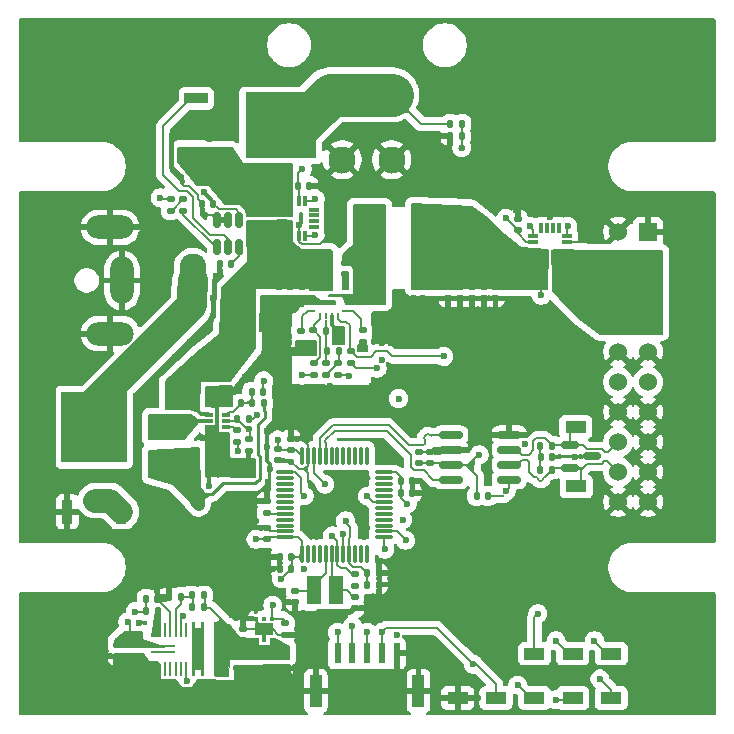
<source format=gbr>
%TF.GenerationSoftware,KiCad,Pcbnew,9.0.6*%
%TF.CreationDate,2026-02-27T09:42:09+00:00*%
%TF.ProjectId,Foinse,466f696e-7365-42e6-9b69-6361645f7063,rev?*%
%TF.SameCoordinates,Original*%
%TF.FileFunction,Copper,L1,Top*%
%TF.FilePolarity,Positive*%
%FSLAX46Y46*%
G04 Gerber Fmt 4.6, Leading zero omitted, Abs format (unit mm)*
G04 Created by KiCad (PCBNEW 9.0.6) date 2026-02-27 09:42:09*
%MOMM*%
%LPD*%
G01*
G04 APERTURE LIST*
G04 Aperture macros list*
%AMRoundRect*
0 Rectangle with rounded corners*
0 $1 Rounding radius*
0 $2 $3 $4 $5 $6 $7 $8 $9 X,Y pos of 4 corners*
0 Add a 4 corners polygon primitive as box body*
4,1,4,$2,$3,$4,$5,$6,$7,$8,$9,$2,$3,0*
0 Add four circle primitives for the rounded corners*
1,1,$1+$1,$2,$3*
1,1,$1+$1,$4,$5*
1,1,$1+$1,$6,$7*
1,1,$1+$1,$8,$9*
0 Add four rect primitives between the rounded corners*
20,1,$1+$1,$2,$3,$4,$5,0*
20,1,$1+$1,$4,$5,$6,$7,0*
20,1,$1+$1,$6,$7,$8,$9,0*
20,1,$1+$1,$8,$9,$2,$3,0*%
G04 Aperture macros list end*
%TA.AperFunction,Conductor*%
%ADD10C,0.200000*%
%TD*%
%TA.AperFunction,Conductor*%
%ADD11C,0.100000*%
%TD*%
%TA.AperFunction,Conductor*%
%ADD12C,0.500000*%
%TD*%
%TA.AperFunction,NonConductor*%
%ADD13C,0.200000*%
%TD*%
%TA.AperFunction,EtchedComponent*%
%ADD14C,0.000000*%
%TD*%
%TA.AperFunction,SMDPad,CuDef*%
%ADD15R,1.800000X1.000000*%
%TD*%
%TA.AperFunction,SMDPad,CuDef*%
%ADD16RoundRect,0.135000X0.135000X0.185000X-0.135000X0.185000X-0.135000X-0.185000X0.135000X-0.185000X0*%
%TD*%
%TA.AperFunction,SMDPad,CuDef*%
%ADD17RoundRect,0.140000X0.140000X0.170000X-0.140000X0.170000X-0.140000X-0.170000X0.140000X-0.170000X0*%
%TD*%
%TA.AperFunction,SMDPad,CuDef*%
%ADD18RoundRect,0.140000X0.170000X-0.140000X0.170000X0.140000X-0.170000X0.140000X-0.170000X-0.140000X0*%
%TD*%
%TA.AperFunction,SMDPad,CuDef*%
%ADD19RoundRect,0.140000X-0.140000X-0.170000X0.140000X-0.170000X0.140000X0.170000X-0.140000X0.170000X0*%
%TD*%
%TA.AperFunction,SMDPad,CuDef*%
%ADD20RoundRect,0.140000X-0.170000X0.140000X-0.170000X-0.140000X0.170000X-0.140000X0.170000X0.140000X0*%
%TD*%
%TA.AperFunction,SMDPad,CuDef*%
%ADD21RoundRect,0.147500X0.172500X-0.147500X0.172500X0.147500X-0.172500X0.147500X-0.172500X-0.147500X0*%
%TD*%
%TA.AperFunction,SMDPad,CuDef*%
%ADD22RoundRect,0.135000X0.185000X-0.135000X0.185000X0.135000X-0.185000X0.135000X-0.185000X-0.135000X0*%
%TD*%
%TA.AperFunction,SMDPad,CuDef*%
%ADD23RoundRect,0.075000X0.075000X-0.662500X0.075000X0.662500X-0.075000X0.662500X-0.075000X-0.662500X0*%
%TD*%
%TA.AperFunction,SMDPad,CuDef*%
%ADD24RoundRect,0.075000X0.662500X-0.075000X0.662500X0.075000X-0.662500X0.075000X-0.662500X-0.075000X0*%
%TD*%
%TA.AperFunction,SMDPad,CuDef*%
%ADD25R,0.249999X0.599999*%
%TD*%
%TA.AperFunction,SMDPad,CuDef*%
%ADD26R,0.599999X0.249999*%
%TD*%
%TA.AperFunction,SMDPad,CuDef*%
%ADD27R,1.699999X0.249999*%
%TD*%
%TA.AperFunction,SMDPad,CuDef*%
%ADD28C,0.349905*%
%TD*%
%TA.AperFunction,SMDPad,CuDef*%
%ADD29R,2.100001X0.399999*%
%TD*%
%TA.AperFunction,SMDPad,CuDef*%
%ADD30R,2.150000X6.900000*%
%TD*%
%TA.AperFunction,SMDPad,CuDef*%
%ADD31R,0.600000X1.700000*%
%TD*%
%TA.AperFunction,SMDPad,CuDef*%
%ADD32R,1.000000X2.700000*%
%TD*%
%TA.AperFunction,SMDPad,CuDef*%
%ADD33R,0.889000X2.006600*%
%TD*%
%TA.AperFunction,SMDPad,CuDef*%
%ADD34R,5.562600X6.045200*%
%TD*%
%TA.AperFunction,SMDPad,CuDef*%
%ADD35R,0.838200X0.304800*%
%TD*%
%TA.AperFunction,SMDPad,CuDef*%
%ADD36R,0.304800X0.838200*%
%TD*%
%TA.AperFunction,SMDPad,CuDef*%
%ADD37RoundRect,0.135000X-0.135000X-0.185000X0.135000X-0.185000X0.135000X0.185000X-0.135000X0.185000X0*%
%TD*%
%TA.AperFunction,SMDPad,CuDef*%
%ADD38R,1.295400X2.387600*%
%TD*%
%TA.AperFunction,SMDPad,CuDef*%
%ADD39RoundRect,0.135000X-0.185000X0.135000X-0.185000X-0.135000X0.185000X-0.135000X0.185000X0.135000X0*%
%TD*%
%TA.AperFunction,SMDPad,CuDef*%
%ADD40RoundRect,0.093750X-0.106250X0.093750X-0.106250X-0.093750X0.106250X-0.093750X0.106250X0.093750X0*%
%TD*%
%TA.AperFunction,HeatsinkPad*%
%ADD41R,1.600000X1.000000*%
%TD*%
%TA.AperFunction,ComponentPad*%
%ADD42R,2.300000X2.300000*%
%TD*%
%TA.AperFunction,ComponentPad*%
%ADD43C,2.300000*%
%TD*%
%TA.AperFunction,SMDPad,CuDef*%
%ADD44R,0.127000X0.127000*%
%TD*%
%TA.AperFunction,SMDPad,CuDef*%
%ADD45R,0.203200X1.295400*%
%TD*%
%TA.AperFunction,SMDPad,CuDef*%
%ADD46R,2.057400X0.254000*%
%TD*%
%TA.AperFunction,ComponentPad*%
%ADD47R,1.524000X1.524000*%
%TD*%
%TA.AperFunction,ComponentPad*%
%ADD48C,1.524000*%
%TD*%
%TA.AperFunction,SMDPad,CuDef*%
%ADD49RoundRect,0.150000X-0.825000X-0.150000X0.825000X-0.150000X0.825000X0.150000X-0.825000X0.150000X0*%
%TD*%
%TA.AperFunction,SMDPad,CuDef*%
%ADD50RoundRect,0.150000X-0.150000X0.512500X-0.150000X-0.512500X0.150000X-0.512500X0.150000X0.512500X0*%
%TD*%
%TA.AperFunction,ComponentPad*%
%ADD51O,2.250000X4.500000*%
%TD*%
%TA.AperFunction,ComponentPad*%
%ADD52O,2.000000X4.000000*%
%TD*%
%TA.AperFunction,ComponentPad*%
%ADD53O,4.000000X2.000000*%
%TD*%
%TA.AperFunction,SMDPad,CuDef*%
%ADD54R,2.400000X1.500000*%
%TD*%
%TA.AperFunction,SMDPad,CuDef*%
%ADD55R,2.006600X0.889000*%
%TD*%
%TA.AperFunction,SMDPad,CuDef*%
%ADD56R,6.045200X5.562600*%
%TD*%
%TA.AperFunction,SMDPad,CuDef*%
%ADD57RoundRect,0.087500X-0.250000X-0.087500X0.250000X-0.087500X0.250000X0.087500X-0.250000X0.087500X0*%
%TD*%
%TA.AperFunction,SMDPad,CuDef*%
%ADD58RoundRect,0.150000X-0.587500X-0.150000X0.587500X-0.150000X0.587500X0.150000X-0.587500X0.150000X0*%
%TD*%
%TA.AperFunction,ViaPad*%
%ADD59C,0.600000*%
%TD*%
%TA.AperFunction,ViaPad*%
%ADD60C,0.400000*%
%TD*%
%TA.AperFunction,Conductor*%
%ADD61C,3.650000*%
%TD*%
%TA.AperFunction,Conductor*%
%ADD62C,0.300000*%
%TD*%
%TA.AperFunction,Conductor*%
%ADD63C,3.000000*%
%TD*%
%TA.AperFunction,Conductor*%
%ADD64C,0.250000*%
%TD*%
%TA.AperFunction,Conductor*%
%ADD65C,1.000000*%
%TD*%
%TA.AperFunction,Conductor*%
%ADD66C,2.500000*%
%TD*%
%TA.AperFunction,Conductor*%
%ADD67C,2.000000*%
%TD*%
%TA.AperFunction,Conductor*%
%ADD68C,0.350000*%
%TD*%
%TA.AperFunction,Conductor*%
%ADD69C,0.400000*%
%TD*%
G04 APERTURE END LIST*
D10*
%TO.N,5VSERVO*%
X172367664Y-70255587D02*
X177935562Y-70241699D01*
X177935562Y-77281240D01*
X172750000Y-77274792D01*
X171000000Y-76000000D01*
X169750000Y-74750000D01*
X168738577Y-73682319D01*
X168714003Y-70149000D01*
X172367664Y-70255587D01*
%TA.AperFunction,Conductor*%
G36*
X172367664Y-70255587D02*
G01*
X177935562Y-70241699D01*
X177935562Y-77281240D01*
X172750000Y-77274792D01*
X171000000Y-76000000D01*
X169750000Y-74750000D01*
X168738577Y-73682319D01*
X168714003Y-70149000D01*
X172367664Y-70255587D01*
G37*
%TD.AperFunction*%
%TO.N,Net-(U19-SW)*%
X154500000Y-66365116D02*
X154500000Y-74765116D01*
X151250000Y-74765116D01*
X150997516Y-74039619D01*
X149747516Y-74039619D01*
X149749831Y-73978361D01*
X151876124Y-73973613D01*
X151876293Y-66360368D01*
X154500000Y-66365116D01*
%TA.AperFunction,Conductor*%
G36*
X154500000Y-66365116D02*
G01*
X154500000Y-74765116D01*
X151250000Y-74765116D01*
X150997516Y-74039619D01*
X149747516Y-74039619D01*
X149749831Y-73978361D01*
X151876124Y-73973613D01*
X151876293Y-66360368D01*
X154500000Y-66365116D01*
G37*
%TD.AperFunction*%
%TO.N,3.3V*%
X147442164Y-96400457D02*
X147192164Y-96150457D01*
X147442164Y-95900457D01*
X147442164Y-96400457D01*
%TA.AperFunction,Conductor*%
G36*
X147442164Y-96400457D02*
G01*
X147192164Y-96150457D01*
X147442164Y-95900457D01*
X147442164Y-96400457D01*
G37*
%TD.AperFunction*%
%TO.N,BAT*%
X156500000Y-58500000D02*
X156000000Y-58500000D01*
X156500000Y-58000000D01*
X156500000Y-58500000D01*
%TA.AperFunction,Conductor*%
G36*
X156500000Y-58500000D02*
G01*
X156000000Y-58500000D01*
X156500000Y-58000000D01*
X156500000Y-58500000D01*
G37*
%TD.AperFunction*%
%TO.N,3.3V*%
X146932997Y-96162422D02*
X146658034Y-96421588D01*
X146661953Y-95957653D01*
X146932997Y-96162422D01*
%TA.AperFunction,Conductor*%
G36*
X146932997Y-96162422D02*
G01*
X146658034Y-96421588D01*
X146661953Y-95957653D01*
X146932997Y-96162422D01*
G37*
%TD.AperFunction*%
%TO.N,GND*%
X151021318Y-76705858D02*
X151027355Y-78156604D01*
X150111644Y-78142799D01*
X150100788Y-76765698D01*
X150250000Y-76765116D01*
X150254819Y-76691471D01*
X151021318Y-76705858D01*
%TA.AperFunction,Conductor*%
G36*
X151021318Y-76705858D02*
G01*
X151027355Y-78156604D01*
X150111644Y-78142799D01*
X150100788Y-76765698D01*
X150250000Y-76765116D01*
X150254819Y-76691471D01*
X151021318Y-76705858D01*
G37*
%TD.AperFunction*%
%TO.N,Net-(U8-EN)*%
X141014366Y-101817937D02*
X140514366Y-101817937D01*
X140764366Y-101567937D01*
X141014366Y-101817937D01*
%TA.AperFunction,Conductor*%
G36*
X141014366Y-101817937D02*
G01*
X140514366Y-101817937D01*
X140764366Y-101567937D01*
X141014366Y-101817937D01*
G37*
%TD.AperFunction*%
%TO.N,GND*%
X153000000Y-78265116D02*
X153000000Y-78765116D01*
X152250000Y-78765116D01*
X152250000Y-78265116D01*
X152500000Y-78015116D01*
X152750000Y-78015116D01*
X153000000Y-78265116D01*
%TA.AperFunction,Conductor*%
G36*
X153000000Y-78265116D02*
G01*
X153000000Y-78765116D01*
X152250000Y-78765116D01*
X152250000Y-78265116D01*
X152500000Y-78015116D01*
X152750000Y-78015116D01*
X153000000Y-78265116D01*
G37*
%TD.AperFunction*%
D11*
%TO.N,Net-(U8-EN)*%
X141291558Y-101834496D02*
X142222381Y-102998734D01*
X143754197Y-103016726D01*
X143758363Y-103584439D01*
X144757846Y-103589952D01*
X144766964Y-103026761D01*
X145220683Y-103029225D01*
X146425384Y-103737692D01*
X146413318Y-104811039D01*
X141264771Y-104835464D01*
X141252107Y-106241209D01*
X140081327Y-106241018D01*
X140087615Y-101818210D01*
X141291558Y-101834496D01*
%TA.AperFunction,Conductor*%
G36*
X141291558Y-101834496D02*
G01*
X142222381Y-102998734D01*
X143754197Y-103016726D01*
X143758363Y-103584439D01*
X144757846Y-103589952D01*
X144766964Y-103026761D01*
X145220683Y-103029225D01*
X146425384Y-103737692D01*
X146413318Y-104811039D01*
X141264771Y-104835464D01*
X141252107Y-106241209D01*
X140081327Y-106241018D01*
X140087615Y-101818210D01*
X141291558Y-101834496D01*
G37*
%TD.AperFunction*%
D10*
%TO.N,Net-(U19-SW)*%
X151922348Y-71456378D02*
X151222348Y-71456378D01*
X151216643Y-70600000D01*
X151916643Y-70600000D01*
X151922348Y-71456378D01*
%TA.AperFunction,Conductor*%
G36*
X151922348Y-71456378D02*
G01*
X151222348Y-71456378D01*
X151216643Y-70600000D01*
X151916643Y-70600000D01*
X151922348Y-71456378D01*
G37*
%TD.AperFunction*%
%TO.N,3.3V*%
X146674089Y-97000000D02*
X146424089Y-97000000D01*
X146674089Y-96750000D01*
X146674089Y-97000000D01*
%TA.AperFunction,Conductor*%
G36*
X146674089Y-97000000D02*
G01*
X146424089Y-97000000D01*
X146674089Y-96750000D01*
X146674089Y-97000000D01*
G37*
%TD.AperFunction*%
X146674089Y-96500000D02*
X146424089Y-96250000D01*
X146674089Y-96250000D01*
X146674089Y-96500000D01*
%TA.AperFunction,Conductor*%
G36*
X146674089Y-96500000D02*
G01*
X146424089Y-96250000D01*
X146674089Y-96250000D01*
X146674089Y-96500000D01*
G37*
%TD.AperFunction*%
%TO.N,GND*%
X148638711Y-77838743D02*
X148636944Y-79056238D01*
X147000000Y-79053928D01*
X147001767Y-77836433D01*
X148638711Y-77838743D01*
%TA.AperFunction,Conductor*%
G36*
X148638711Y-77838743D02*
G01*
X148636944Y-79056238D01*
X147000000Y-79053928D01*
X147001767Y-77836433D01*
X148638711Y-77838743D01*
G37*
%TD.AperFunction*%
%TO.N,Net-(U19-BOOT)*%
X151343487Y-73497316D02*
X150941492Y-73511339D01*
X150941492Y-72261339D01*
X151343487Y-72247316D01*
X151343487Y-73497316D01*
%TA.AperFunction,Conductor*%
G36*
X151343487Y-73497316D02*
G01*
X150941492Y-73511339D01*
X150941492Y-72261339D01*
X151343487Y-72247316D01*
X151343487Y-73497316D01*
G37*
%TD.AperFunction*%
%TO.N,GND*%
X141526861Y-83398295D02*
X140389477Y-83394003D01*
X140389477Y-85644003D01*
X140140030Y-85648295D01*
X140239211Y-85190042D01*
X140239211Y-83444395D01*
X139384165Y-83407047D01*
X139377833Y-81734420D01*
X141541981Y-81725668D01*
X141526861Y-83398295D01*
%TA.AperFunction,Conductor*%
G36*
X141526861Y-83398295D02*
G01*
X140389477Y-83394003D01*
X140389477Y-85644003D01*
X140140030Y-85648295D01*
X140239211Y-85190042D01*
X140239211Y-83444395D01*
X139384165Y-83407047D01*
X139377833Y-81734420D01*
X141541981Y-81725668D01*
X141526861Y-83398295D01*
G37*
%TD.AperFunction*%
%TO.N,Net-(R12-Pad1)*%
X135448658Y-100845108D02*
X135378508Y-102492024D01*
X134782545Y-102886528D01*
X135121282Y-100715414D01*
X135448658Y-100845108D01*
%TA.AperFunction,Conductor*%
G36*
X135448658Y-100845108D02*
G01*
X135378508Y-102492024D01*
X134782545Y-102886528D01*
X135121282Y-100715414D01*
X135448658Y-100845108D01*
G37*
%TD.AperFunction*%
%TO.N,5VLOGIC*%
X139036835Y-91417971D02*
X139213165Y-91000000D01*
X139718128Y-90842592D01*
X139036835Y-91417971D01*
%TA.AperFunction,Conductor*%
G36*
X139036835Y-91417971D02*
G01*
X139213165Y-91000000D01*
X139718128Y-90842592D01*
X139036835Y-91417971D01*
G37*
%TD.AperFunction*%
%TO.N,pwr*%
X138776861Y-83898295D02*
X138026861Y-83648295D01*
X136000000Y-83648295D01*
X136000000Y-81250000D01*
X138814769Y-80869457D01*
X138776861Y-83898295D01*
%TA.AperFunction,Conductor*%
G36*
X138776861Y-83898295D02*
G01*
X138026861Y-83648295D01*
X136000000Y-83648295D01*
X136000000Y-81250000D01*
X138814769Y-80869457D01*
X138776861Y-83898295D01*
G37*
%TD.AperFunction*%
X146630291Y-72151251D02*
X142886086Y-72151251D01*
X142858774Y-67677733D01*
X146622827Y-67675837D01*
X146630291Y-72151251D01*
%TA.AperFunction,Conductor*%
G36*
X146630291Y-72151251D02*
G01*
X142886086Y-72151251D01*
X142858774Y-67677733D01*
X146622827Y-67675837D01*
X146630291Y-72151251D01*
G37*
%TD.AperFunction*%
%TO.N,Net-(U8-EN)*%
X140739072Y-101841677D02*
X140211854Y-101841677D01*
X140489072Y-101591677D01*
X140739072Y-101841677D01*
%TA.AperFunction,Conductor*%
G36*
X140739072Y-101841677D02*
G01*
X140211854Y-101841677D01*
X140489072Y-101591677D01*
X140739072Y-101841677D01*
G37*
%TD.AperFunction*%
%TO.N,5VLOGIC*%
X133942280Y-103474614D02*
X131634228Y-103208185D01*
X132495016Y-102485704D01*
X133942280Y-102474614D01*
X133942280Y-103474614D01*
%TA.AperFunction,Conductor*%
G36*
X133942280Y-103474614D02*
G01*
X131634228Y-103208185D01*
X132495016Y-102485704D01*
X133942280Y-102474614D01*
X133942280Y-103474614D01*
G37*
%TD.AperFunction*%
X138812044Y-90625794D02*
X134526861Y-89398295D01*
X134526861Y-87152694D01*
X138776861Y-86898295D01*
X138812044Y-90625794D01*
%TA.AperFunction,Conductor*%
G36*
X138812044Y-90625794D02*
G01*
X134526861Y-89398295D01*
X134526861Y-87152694D01*
X138776861Y-86898295D01*
X138812044Y-90625794D01*
G37*
%TD.AperFunction*%
%TO.N,GND*%
X134514366Y-105067937D02*
X135014366Y-105067937D01*
X135435863Y-105562330D01*
X135435863Y-106562330D01*
X136750539Y-106576896D01*
X137322079Y-107261133D01*
X138183413Y-107253084D01*
X138720679Y-106618948D01*
X141775908Y-106622117D01*
X141782705Y-105391361D01*
X146492869Y-105345216D01*
X146514366Y-106567937D01*
X142514366Y-106567937D01*
X142514366Y-107567937D01*
X131514366Y-107567937D01*
X131541153Y-104383412D01*
X134041153Y-104383412D01*
X134514366Y-105067937D01*
%TA.AperFunction,Conductor*%
G36*
X134514366Y-105067937D02*
G01*
X135014366Y-105067937D01*
X135435863Y-105562330D01*
X135435863Y-106562330D01*
X136750539Y-106576896D01*
X137322079Y-107261133D01*
X138183413Y-107253084D01*
X138720679Y-106618948D01*
X141775908Y-106622117D01*
X141782705Y-105391361D01*
X146492869Y-105345216D01*
X146514366Y-106567937D01*
X142514366Y-106567937D01*
X142514366Y-107567937D01*
X131514366Y-107567937D01*
X131541153Y-104383412D01*
X134041153Y-104383412D01*
X134514366Y-105067937D01*
G37*
%TD.AperFunction*%
X149000497Y-74480236D02*
X150250497Y-74480236D01*
X150246309Y-74757683D01*
X147530325Y-74757683D01*
X146397257Y-75765116D01*
X146397257Y-77047545D01*
X143966104Y-77052354D01*
X143985570Y-74042344D01*
X148485570Y-74042344D01*
X149000497Y-74480236D01*
%TA.AperFunction,Conductor*%
G36*
X149000497Y-74480236D02*
G01*
X150250497Y-74480236D01*
X150246309Y-74757683D01*
X147530325Y-74757683D01*
X146397257Y-75765116D01*
X146397257Y-77047545D01*
X143966104Y-77052354D01*
X143985570Y-74042344D01*
X148485570Y-74042344D01*
X149000497Y-74480236D01*
G37*
%TD.AperFunction*%
%TO.N,5VSERVO_S*%
X163116643Y-67500000D02*
X164329390Y-68669983D01*
X166000000Y-70000000D01*
X168298244Y-70194034D01*
X168269370Y-73489140D01*
X165750000Y-73500000D01*
X164750000Y-73500000D01*
X164442171Y-73500000D01*
X163116643Y-73405027D01*
X161866643Y-66500000D01*
X163116643Y-67500000D01*
%TA.AperFunction,Conductor*%
G36*
X163116643Y-67500000D02*
G01*
X164329390Y-68669983D01*
X166000000Y-70000000D01*
X168298244Y-70194034D01*
X168269370Y-73489140D01*
X165750000Y-73500000D01*
X164750000Y-73500000D01*
X164442171Y-73500000D01*
X163116643Y-73405027D01*
X161866643Y-66500000D01*
X163116643Y-67500000D01*
G37*
%TD.AperFunction*%
%TO.N,5VLOGIC*%
X135785433Y-103757624D02*
X131653851Y-103785231D01*
X131634228Y-103208185D01*
X133928992Y-103193751D01*
X135785433Y-103757624D01*
%TA.AperFunction,Conductor*%
G36*
X135785433Y-103757624D02*
G01*
X131653851Y-103785231D01*
X131634228Y-103208185D01*
X133928992Y-103193751D01*
X135785433Y-103757624D01*
G37*
%TD.AperFunction*%
%TO.N,5VSERVO_S*%
X161866643Y-66500000D02*
X164442171Y-73405027D01*
X156825000Y-73465116D01*
X156825000Y-66300000D01*
X161866643Y-66500000D01*
%TA.AperFunction,Conductor*%
G36*
X161866643Y-66500000D02*
G01*
X164442171Y-73405027D01*
X156825000Y-73465116D01*
X156825000Y-66300000D01*
X161866643Y-66500000D01*
G37*
%TD.AperFunction*%
%TO.N,5VLOGIC*%
X162000000Y-89000000D02*
X161744168Y-88720128D01*
X161500000Y-88500000D01*
X162021308Y-87865565D01*
X162000000Y-89000000D01*
%TA.AperFunction,Conductor*%
G36*
X162000000Y-89000000D02*
G01*
X161744168Y-88720128D01*
X161500000Y-88500000D01*
X162021308Y-87865565D01*
X162000000Y-89000000D01*
G37*
%TD.AperFunction*%
D11*
%TO.N,CAN_o-*%
X171131120Y-88879869D02*
X170881120Y-88629869D01*
X171131120Y-88629869D01*
X171131120Y-88879869D01*
%TA.AperFunction,Conductor*%
G36*
X171131120Y-88879869D02*
G01*
X170881120Y-88629869D01*
X171131120Y-88629869D01*
X171131120Y-88879869D01*
G37*
%TD.AperFunction*%
%TO.N,CAN_o+*%
X170441174Y-86656247D02*
X169941174Y-86656247D01*
X170191174Y-86406247D01*
X170441174Y-86656247D01*
%TA.AperFunction,Conductor*%
G36*
X170441174Y-86656247D02*
G01*
X169941174Y-86656247D01*
X170191174Y-86406247D01*
X170441174Y-86656247D01*
G37*
%TD.AperFunction*%
D10*
%TO.N,Net-(U8-EN)*%
X140764366Y-101567937D02*
X140514366Y-101817937D01*
X140514366Y-101290719D01*
X140764366Y-101567937D01*
%TA.AperFunction,Conductor*%
G36*
X140764366Y-101567937D02*
G01*
X140514366Y-101817937D01*
X140514366Y-101290719D01*
X140764366Y-101567937D01*
G37*
%TD.AperFunction*%
%TO.N,Net-(U19-SW)*%
X151816643Y-70600000D02*
X151316643Y-70600000D01*
X151316643Y-70500000D01*
X151816643Y-70400000D01*
X151816643Y-70600000D01*
%TA.AperFunction,Conductor*%
G36*
X151816643Y-70600000D02*
G01*
X151316643Y-70600000D01*
X151316643Y-70500000D01*
X151816643Y-70400000D01*
X151816643Y-70600000D01*
G37*
%TD.AperFunction*%
D12*
%TO.N,pwr*%
X149865595Y-70300518D02*
X149870001Y-73227615D01*
X143616643Y-73250000D01*
X144776427Y-70256008D01*
X149865595Y-70300518D01*
%TA.AperFunction,Conductor*%
G36*
X149865595Y-70300518D02*
G01*
X149870001Y-73227615D01*
X143616643Y-73250000D01*
X144776427Y-70256008D01*
X149865595Y-70300518D01*
G37*
%TD.AperFunction*%
D10*
X143362609Y-70767608D02*
X144366643Y-71771642D01*
X144366643Y-73000000D01*
X143866643Y-73000000D01*
X143540678Y-72959984D01*
X143500000Y-78500000D01*
X141366643Y-81250000D01*
X136095209Y-81250000D01*
X136000000Y-81250000D01*
X138750000Y-78750000D01*
X139884790Y-77840898D01*
X140565734Y-77293790D01*
X140725294Y-73427471D01*
X143362609Y-70767608D01*
%TA.AperFunction,Conductor*%
G36*
X143362609Y-70767608D02*
G01*
X144366643Y-71771642D01*
X144366643Y-73000000D01*
X143866643Y-73000000D01*
X143540678Y-72959984D01*
X143500000Y-78500000D01*
X141366643Y-81250000D01*
X136095209Y-81250000D01*
X136000000Y-81250000D01*
X138750000Y-78750000D01*
X139884790Y-77840898D01*
X140565734Y-77293790D01*
X140725294Y-73427471D01*
X143362609Y-70767608D01*
G37*
%TD.AperFunction*%
X147368629Y-70204934D02*
X146500000Y-70250000D01*
X146618629Y-69454934D01*
X147368629Y-70204934D01*
%TA.AperFunction,Conductor*%
G36*
X147368629Y-70204934D02*
G01*
X146500000Y-70250000D01*
X146618629Y-69454934D01*
X147368629Y-70204934D01*
G37*
%TD.AperFunction*%
%TO.N,Net-(U5-SW)*%
X138057829Y-84163965D02*
X138777307Y-84652694D01*
X138496000Y-84964470D01*
X137526861Y-86148295D01*
X134526861Y-86148295D01*
X134526861Y-84148295D01*
X138057829Y-84163965D01*
%TA.AperFunction,Conductor*%
G36*
X138057829Y-84163965D02*
G01*
X138777307Y-84652694D01*
X138496000Y-84964470D01*
X137526861Y-86148295D01*
X134526861Y-86148295D01*
X134526861Y-84148295D01*
X138057829Y-84163965D01*
G37*
%TD.AperFunction*%
%TO.N,GND*%
X148625588Y-79053928D02*
X146495809Y-79062807D01*
X146490008Y-78505605D01*
X148619787Y-78496726D01*
X148625588Y-79053928D01*
%TA.AperFunction,Conductor*%
G36*
X148625588Y-79053928D02*
G01*
X146495809Y-79062807D01*
X146490008Y-78505605D01*
X148619787Y-78496726D01*
X148625588Y-79053928D01*
G37*
%TD.AperFunction*%
X147924089Y-89000000D02*
X147674089Y-88750000D01*
X147924089Y-88500000D01*
X147924089Y-89000000D01*
%TA.AperFunction,Conductor*%
G36*
X147924089Y-89000000D02*
G01*
X147674089Y-88750000D01*
X147924089Y-88500000D01*
X147924089Y-89000000D01*
G37*
%TD.AperFunction*%
D13*
X144157305Y-102250000D02*
X144353389Y-102250000D01*
X144353389Y-103250000D01*
X144157305Y-103250000D01*
X144157305Y-102250000D01*
%TA.AperFunction,NonConductor*%
G36*
X144157305Y-102250000D02*
G01*
X144353389Y-102250000D01*
X144353389Y-103250000D01*
X144157305Y-103250000D01*
X144157305Y-102250000D01*
G37*
%TD.AperFunction*%
D10*
%TO.N,Net-(U19-SW)*%
X151963790Y-70152851D02*
X151398319Y-70200685D01*
X151910988Y-69723131D01*
X151963790Y-70152851D01*
%TA.AperFunction,Conductor*%
G36*
X151963790Y-70152851D02*
G01*
X151398319Y-70200685D01*
X151910988Y-69723131D01*
X151963790Y-70152851D01*
G37*
%TD.AperFunction*%
%TO.N,Net-(U5-FB)*%
X143219927Y-83149409D02*
X142841050Y-83146072D01*
X143228247Y-82767586D01*
X143219927Y-83149409D01*
%TA.AperFunction,Conductor*%
G36*
X143219927Y-83149409D02*
G01*
X142841050Y-83146072D01*
X143228247Y-82767586D01*
X143219927Y-83149409D01*
G37*
%TD.AperFunction*%
%TO.N,Net-(U19-SW)*%
X151916643Y-71800000D02*
X151510938Y-71356378D01*
X151916643Y-71300000D01*
X151916643Y-71800000D01*
%TA.AperFunction,Conductor*%
G36*
X151916643Y-71800000D02*
G01*
X151510938Y-71356378D01*
X151916643Y-71300000D01*
X151916643Y-71800000D01*
G37*
%TD.AperFunction*%
%TO.N,pwr_s*%
X141543186Y-61556598D02*
X142473695Y-62886581D01*
X146611876Y-62886954D01*
X146617643Y-66972265D01*
X146618159Y-67290717D01*
X142823940Y-67290718D01*
X142750000Y-66750000D01*
X142250000Y-66250000D01*
X141000000Y-66250000D01*
X139576019Y-64683581D01*
X138621173Y-64683581D01*
X137000000Y-62750000D01*
X137000000Y-61500000D01*
X141543186Y-61556598D01*
%TA.AperFunction,Conductor*%
G36*
X141543186Y-61556598D02*
G01*
X142473695Y-62886581D01*
X146611876Y-62886954D01*
X146617643Y-66972265D01*
X146618159Y-67290717D01*
X142823940Y-67290718D01*
X142750000Y-66750000D01*
X142250000Y-66250000D01*
X141000000Y-66250000D01*
X139576019Y-64683581D01*
X138621173Y-64683581D01*
X137000000Y-62750000D01*
X137000000Y-61500000D01*
X141543186Y-61556598D01*
G37*
%TD.AperFunction*%
%TO.N,GND*%
X140144073Y-85075073D02*
X140140030Y-85648295D01*
X141276861Y-85648295D01*
X141298002Y-87844544D01*
X143525387Y-87866058D01*
X143515115Y-89358609D01*
X139318060Y-89344544D01*
X139335002Y-85072114D01*
X140144073Y-85075073D01*
%TA.AperFunction,Conductor*%
G36*
X140144073Y-85075073D02*
G01*
X140140030Y-85648295D01*
X141276861Y-85648295D01*
X141298002Y-87844544D01*
X143525387Y-87866058D01*
X143515115Y-89358609D01*
X139318060Y-89344544D01*
X139335002Y-85072114D01*
X140144073Y-85075073D01*
G37*
%TD.AperFunction*%
D14*
%TA.AperFunction,EtchedComponent*%
%TD*%
%TO.C,U19*%
G36*
X149120000Y-72717616D02*
G01*
X149120000Y-73227615D01*
X149369999Y-73227615D01*
X149369999Y-72717616D01*
X149419999Y-72667616D01*
X149569999Y-72667616D01*
X149619999Y-72717616D01*
X149619999Y-73227615D01*
X149870001Y-73227615D01*
X149870001Y-72717616D01*
X149920001Y-72667616D01*
X150070001Y-72667616D01*
X150120001Y-72717616D01*
X150120001Y-73227615D01*
X150144999Y-73227615D01*
X150144999Y-73577614D01*
X150094999Y-73627614D01*
X148095001Y-73627614D01*
X148045001Y-73577614D01*
X148045001Y-73277615D01*
X148095001Y-73227615D01*
X148820001Y-73227615D01*
X148870000Y-73177615D01*
X148870000Y-72717616D01*
X148920000Y-72667616D01*
X149070000Y-72667616D01*
X149120000Y-72717616D01*
G37*
%TD.AperFunction*%
%TA.AperFunction,EtchedComponent*%
%TO.C,U6*%
G36*
X146617643Y-67402400D02*
G01*
X145347543Y-67402401D01*
X145347643Y-66589600D01*
X146617643Y-66589600D01*
X146617643Y-67402400D01*
G37*
%TD.AperFunction*%
%TA.AperFunction,EtchedComponent*%
G36*
X146617643Y-68402400D02*
G01*
X145347543Y-68402401D01*
X145347643Y-67589600D01*
X146617643Y-67589600D01*
X146617643Y-68402400D01*
G37*
%TD.AperFunction*%
%TA.AperFunction,EtchedComponent*%
%TO.C,U7*%
G36*
X168402402Y-71419100D02*
G01*
X167589601Y-71419000D01*
X167589601Y-70149000D01*
X168402401Y-70149000D01*
X168402402Y-71419100D01*
G37*
%TD.AperFunction*%
%TA.AperFunction,EtchedComponent*%
G36*
X169402402Y-71419100D02*
G01*
X168589601Y-71419000D01*
X168589601Y-70149000D01*
X169402401Y-70149000D01*
X169402402Y-71419100D01*
G37*
%TD.AperFunction*%
%TA.AperFunction,EtchedComponent*%
%TO.C,U2*%
G36*
X135551599Y-101674969D02*
G01*
X135551599Y-102970369D01*
X134700000Y-102974668D01*
X134700000Y-102720668D01*
X135208000Y-102720668D01*
X135200000Y-102174968D01*
X135350000Y-102174968D01*
X135350000Y-101674968D01*
X135551599Y-101674969D01*
G37*
%TD.AperFunction*%
%TA.AperFunction,EtchedComponent*%
G36*
X135274399Y-104974967D02*
G01*
X135551599Y-105224967D01*
X135551599Y-106270367D01*
X135348399Y-106270367D01*
X135348399Y-105770367D01*
X135200399Y-105770367D01*
X135208000Y-105224668D01*
X134700000Y-105224668D01*
X134700000Y-104970668D01*
X135274399Y-104974967D01*
G37*
%TD.AperFunction*%
%TA.AperFunction,EtchedComponent*%
G36*
X138401601Y-102174969D02*
G01*
X138948400Y-102174969D01*
X138948400Y-101674969D01*
X139151600Y-101674969D01*
X139151600Y-106270367D01*
X138948400Y-106270367D01*
X138948400Y-105770367D01*
X138401601Y-105770367D01*
X138401601Y-106270367D01*
X138198401Y-106270367D01*
X138198401Y-101674969D01*
X138401601Y-101674969D01*
X138401601Y-102174969D01*
G37*
%TD.AperFunction*%
%TA.AperFunction,EtchedComponent*%
G36*
X140251601Y-102174969D02*
G01*
X140791601Y-102174969D01*
X140792000Y-102720668D01*
X141300000Y-102720668D01*
X141300000Y-102974668D01*
X140792000Y-102974668D01*
X140792000Y-104970668D01*
X141300000Y-104970668D01*
X141300000Y-105224668D01*
X140792000Y-105224668D01*
X140791601Y-105770367D01*
X140251601Y-105770367D01*
X140251601Y-106270367D01*
X140048401Y-106270367D01*
X140048401Y-101674969D01*
X140251601Y-101674969D01*
X140251601Y-102174969D01*
G37*
%TD.AperFunction*%
%TD*%
D15*
%TO.P,F1,1*%
%TO.N,Fault1*%
X173664981Y-104347426D03*
%TD*%
D16*
%TO.P,R2,1*%
%TO.N,CAN_o+*%
X168676249Y-86731335D03*
%TO.P,R2,2*%
%TO.N,Net-(C15-Pad1)*%
X167656249Y-86731335D03*
%TD*%
D17*
%TO.P,C25,1*%
%TO.N,pwr_s*%
X141500000Y-71398317D03*
%TO.P,C25,2*%
%TO.N,GND*%
X140540000Y-71398317D03*
%TD*%
D18*
%TO.P,C13,1*%
%TO.N,5VLOGIC*%
X158329879Y-88245514D03*
%TO.P,C13,2*%
%TO.N,GND*%
X158329879Y-87285514D03*
%TD*%
D17*
%TO.P,C14,1*%
%TO.N,3.3V*%
X163230000Y-91000000D03*
%TO.P,C14,2*%
%TO.N,5VLOGIC*%
X162270000Y-91000000D03*
%TD*%
D15*
%TO.P,CAN-,1*%
%TO.N,CAN_o-*%
X170716998Y-90191984D03*
%TD*%
D19*
%TO.P,C15,1*%
%TO.N,Net-(C15-Pad1)*%
X167697499Y-87656489D03*
%TO.P,C15,2*%
%TO.N,GND*%
X168657499Y-87656489D03*
%TD*%
D20*
%TO.P,C9,1*%
%TO.N,3.3V*%
X145492784Y-87023350D03*
%TO.P,C9,2*%
%TO.N,GND*%
X145492784Y-87983350D03*
%TD*%
D15*
%TO.P,F2,1*%
%TO.N,Fault2*%
X170414981Y-104347426D03*
%TD*%
D21*
%TO.P,D12,1,K*%
%TO.N,Net-(D12-K)*%
X137440000Y-66840208D03*
%TO.P,D12,2,A*%
%TO.N,Net-(D12-A)*%
X137440000Y-65870208D03*
%TD*%
D20*
%TO.P,C35,1*%
%TO.N,Net-(U8-EN)*%
X144949906Y-104588064D03*
%TO.P,C35,2*%
%TO.N,GND*%
X144949906Y-105548064D03*
%TD*%
D22*
%TO.P,R50,1*%
%TO.N,Net-(D12-A)*%
X136380466Y-66864185D03*
%TO.P,R50,2*%
%TO.N,5VLOGIC*%
X136380466Y-65844185D03*
%TD*%
D20*
%TO.P,C44,1*%
%TO.N,5VSERVO_S*%
X161866643Y-73270000D03*
%TO.P,C44,2*%
%TO.N,GND*%
X161866643Y-74230000D03*
%TD*%
D22*
%TO.P,R56,1*%
%TO.N,Net-(C41-Pad1)*%
X149524470Y-80765116D03*
%TO.P,R56,2*%
%TO.N,Net-(U19-FB)*%
X149524470Y-79745116D03*
%TD*%
D15*
%TO.P,S2,1*%
%TO.N,Sense2*%
X170414981Y-108097426D03*
%TD*%
D20*
%TO.P,C37,1*%
%TO.N,pwr*%
X147500000Y-73285116D03*
%TO.P,C37,2*%
%TO.N,GND*%
X147500000Y-74245116D03*
%TD*%
D23*
%TO.P,U1,1,VBAT*%
%TO.N,3.3V*%
X147487122Y-95912500D03*
%TO.P,U1,2,PC13*%
%TO.N,unconnected-(U1-PC13-Pad2)*%
X147987122Y-95912500D03*
%TO.P,U1,3,PC14*%
%TO.N,unconnected-(U1-PC14-Pad3)*%
X148487122Y-95912500D03*
%TO.P,U1,4,PC15*%
%TO.N,unconnected-(U1-PC15-Pad4)*%
X148987122Y-95912500D03*
%TO.P,U1,5,PF0*%
%TO.N,Net-(U1-PF0)*%
X149487122Y-95912500D03*
%TO.P,U1,6,PF1*%
%TO.N,Net-(U1-PF1)*%
X149987122Y-95912500D03*
%TO.P,U1,7,NRST*%
%TO.N,NRST*%
X150487122Y-95912500D03*
%TO.P,U1,8,VSSA*%
%TO.N,GND*%
X150987122Y-95912500D03*
%TO.P,U1,9,VDDA*%
%TO.N,3.3V*%
X151487122Y-95912500D03*
%TO.P,U1,10,PA0*%
%TO.N,unconnected-(U1-PA0-Pad10)*%
X151987122Y-95912500D03*
%TO.P,U1,11,PA1*%
%TO.N,unconnected-(U1-PA1-Pad11)*%
X152487122Y-95912500D03*
%TO.P,U1,12,PA2*%
%TO.N,unconnected-(U1-PA2-Pad12)*%
X152987122Y-95912500D03*
D24*
%TO.P,U1,13,PA3*%
%TO.N,Sense1*%
X154399622Y-94500000D03*
%TO.P,U1,14,PA4*%
%TO.N,Sense2*%
X154399622Y-94000000D03*
%TO.P,U1,15,PA5*%
%TO.N,unconnected-(U1-PA5-Pad15)*%
X154399622Y-93500000D03*
%TO.P,U1,16,PA6*%
%TO.N,unconnected-(U1-PA6-Pad16)*%
X154399622Y-93000000D03*
%TO.P,U1,17,PA7*%
%TO.N,unconnected-(U1-PA7-Pad17)*%
X154399622Y-92500000D03*
%TO.P,U1,18,PB0*%
%TO.N,unconnected-(U1-PB0-Pad18)*%
X154399622Y-92000000D03*
%TO.P,U1,19,PB1*%
%TO.N,Net-(U1-PB1)*%
X154399622Y-91500000D03*
%TO.P,U1,20,PB2*%
%TO.N,unconnected-(U1-PB2-Pad20)*%
X154399622Y-91000000D03*
%TO.P,U1,21,PB10*%
%TO.N,unconnected-(U1-PB10-Pad21)*%
X154399622Y-90500000D03*
%TO.P,U1,22,PB11*%
%TO.N,unconnected-(U1-PB11-Pad22)*%
X154399622Y-90000000D03*
%TO.P,U1,23,VSS*%
%TO.N,GND*%
X154399622Y-89500000D03*
%TO.P,U1,24,VDD*%
%TO.N,3.3V*%
X154399622Y-89000000D03*
D23*
%TO.P,U1,25,PB12*%
%TO.N,unconnected-(U1-PB12-Pad25)*%
X152987122Y-87587500D03*
%TO.P,U1,26,PB13*%
%TO.N,unconnected-(U1-PB13-Pad26)*%
X152487122Y-87587500D03*
%TO.P,U1,27,PB14*%
%TO.N,unconnected-(U1-PB14-Pad27)*%
X151987122Y-87587500D03*
%TO.P,U1,28,PB15*%
%TO.N,unconnected-(U1-PB15-Pad28)*%
X151487122Y-87587500D03*
%TO.P,U1,29,PA8*%
%TO.N,unconnected-(U1-PA8-Pad29)*%
X150987122Y-87587500D03*
%TO.P,U1,30,PA9*%
%TO.N,unconnected-(U1-PA9-Pad30)*%
X150487122Y-87587500D03*
%TO.P,U1,31,PA10*%
%TO.N,unconnected-(U1-PA10-Pad31)*%
X149987122Y-87587500D03*
%TO.P,U1,32,PA11*%
%TO.N,CAN_-*%
X149487122Y-87587500D03*
%TO.P,U1,33,PA12*%
%TO.N,CAN_+*%
X148987122Y-87587500D03*
%TO.P,U1,34,PA13*%
%TO.N,SWDIO*%
X148487122Y-87587500D03*
%TO.P,U1,35,VSS*%
%TO.N,GND*%
X147987122Y-87587500D03*
%TO.P,U1,36,VDDIO2*%
%TO.N,3.3V*%
X147487122Y-87587500D03*
D24*
%TO.P,U1,37,PA14*%
%TO.N,SWCLK*%
X146074622Y-89000000D03*
%TO.P,U1,38,PA15*%
%TO.N,unconnected-(U1-PA15-Pad38)*%
X146074622Y-89500000D03*
%TO.P,U1,39,PB3*%
%TO.N,unconnected-(U1-PB3-Pad39)*%
X146074622Y-90000000D03*
%TO.P,U1,40,PB4*%
%TO.N,unconnected-(U1-PB4-Pad40)*%
X146074622Y-90500000D03*
%TO.P,U1,41,PB5*%
%TO.N,unconnected-(U1-PB5-Pad41)*%
X146074622Y-91000000D03*
%TO.P,U1,42,PB6*%
%TO.N,unconnected-(U1-PB6-Pad42)*%
X146074622Y-91500000D03*
%TO.P,U1,43,PB7*%
%TO.N,unconnected-(U1-PB7-Pad43)*%
X146074622Y-92000000D03*
%TO.P,U1,44,BOOT0*%
%TO.N,Net-(U1-BOOT0)*%
X146074622Y-92500000D03*
%TO.P,U1,45,PB8*%
%TO.N,unconnected-(U1-PB8-Pad45)*%
X146074622Y-93000000D03*
%TO.P,U1,46,PB9*%
%TO.N,unconnected-(U1-PB9-Pad46)*%
X146074622Y-93500000D03*
%TO.P,U1,47,VSS*%
%TO.N,GND*%
X146074622Y-94000000D03*
%TO.P,U1,48,VDD*%
%TO.N,3.3V*%
X146074622Y-94500000D03*
%TD*%
D15*
%TO.P,CAN+,1*%
%TO.N,CAN_o+*%
X170679801Y-85152584D03*
%TD*%
D25*
%TO.P,U19,1,EN*%
%TO.N,Net-(U19-EN)*%
X148994999Y-75777615D03*
%TO.P,U19,2,FB*%
%TO.N,Net-(U19-FB)*%
X149495000Y-75777615D03*
%TO.P,U19,3,AGND*%
%TO.N,GND*%
X149995000Y-75777615D03*
%TO.P,U19,4,PG*%
%TO.N,Fault2*%
X150495001Y-75777615D03*
D26*
%TO.P,U19,5,SS*%
%TO.N,Net-(U19-SS)*%
X151145000Y-75307616D03*
D27*
%TO.P,U19,6,SW*%
%TO.N,Net-(U19-SW)*%
X150595001Y-74007616D03*
D26*
%TO.P,U19,7,BOOT*%
%TO.N,Net-(U19-BOOT)*%
X151145000Y-73507614D03*
D28*
%TO.P,U19,8,VIN*%
%TO.N,pwr*%
X148944999Y-73387617D03*
D29*
%TO.P,U19,9,PGND*%
%TO.N,GND*%
X149094999Y-74587615D03*
D26*
%TO.P,U19,10,MODE*%
%TO.N,Net-(U19-MODE)*%
X148345000Y-75307616D03*
%TD*%
D30*
%TO.P,L1,1*%
%TO.N,Net-(U19-SW)*%
X153150000Y-70015116D03*
%TO.P,L1,2*%
%TO.N,5VSERVO_S*%
X157900000Y-70015116D03*
%TD*%
D18*
%TO.P,C30,1*%
%TO.N,GND*%
X131864015Y-104567241D03*
%TO.P,C30,2*%
%TO.N,5VLOGIC*%
X131864015Y-103607241D03*
%TD*%
D20*
%TO.P,C48,1*%
%TO.N,Net-(U8-EN)*%
X142997894Y-104605092D03*
%TO.P,C48,2*%
%TO.N,GND*%
X142997894Y-105565092D03*
%TD*%
D31*
%TO.P,J4,1,1*%
%TO.N,SWCLK*%
X150500000Y-104326904D03*
%TO.P,J4,2,2*%
%TO.N,SWDIO*%
X151750000Y-104326904D03*
%TO.P,J4,3,3*%
%TO.N,NRST*%
X153000000Y-104326904D03*
%TO.P,J4,4,4*%
%TO.N,3.3V*%
X154250000Y-104326904D03*
%TO.P,J4,5,5*%
%TO.N,GND*%
X155500000Y-104326904D03*
D32*
%TO.P,J4,S1,SHIELD1*%
X148650000Y-107526904D03*
%TO.P,J4,S2,SHIELD2*%
X157350000Y-107526904D03*
%TD*%
D18*
%TO.P,C29,1*%
%TO.N,GND*%
X132834929Y-104563744D03*
%TO.P,C29,2*%
%TO.N,5VLOGIC*%
X132834929Y-103603744D03*
%TD*%
%TO.P,C2,1*%
%TO.N,3.3V*%
X144487122Y-94662500D03*
%TO.P,C2,2*%
%TO.N,GND*%
X144487122Y-93702500D03*
%TD*%
%TO.P,C40,1*%
%TO.N,Net-(U19-BOOT)*%
X151135947Y-72237786D03*
%TO.P,C40,2*%
%TO.N,Net-(U19-SW)*%
X151135947Y-71277786D03*
%TD*%
D19*
%TO.P,C3,1*%
%TO.N,3.3V*%
X155881426Y-90750000D03*
%TO.P,C3,2*%
%TO.N,GND*%
X156841426Y-90750000D03*
%TD*%
D20*
%TO.P,C28,1*%
%TO.N,Net-(U1-PF1)*%
X151947642Y-99520000D03*
%TO.P,C28,2*%
%TO.N,GND*%
X151947642Y-100480000D03*
%TD*%
D18*
%TO.P,C12,1*%
%TO.N,5VLOGIC*%
X157350630Y-88245724D03*
%TO.P,C12,2*%
%TO.N,GND*%
X157350630Y-87285724D03*
%TD*%
D22*
%TO.P,R5,1*%
%TO.N,Net-(U1-BOOT0)*%
X144487122Y-92422500D03*
%TO.P,R5,2*%
%TO.N,GND*%
X144487122Y-91402500D03*
%TD*%
D33*
%TO.P,Q2,1,G*%
%TO.N,GND*%
X127622712Y-92327826D03*
D34*
%TO.P,Q2,2,D*%
%TO.N,Net-(Q2-D)*%
X129907711Y-85177726D03*
D33*
%TO.P,Q2,3,S*%
%TO.N,pwr_s*%
X132192710Y-92327826D03*
%TD*%
D19*
%TO.P,C19,1*%
%TO.N,5VLOGIC*%
X138546798Y-89152694D03*
%TO.P,C19,2*%
%TO.N,GND*%
X139506798Y-89152694D03*
%TD*%
D15*
%TO.P,S1,1*%
%TO.N,Sense1*%
X173664981Y-108097426D03*
%TD*%
D20*
%TO.P,C42,1*%
%TO.N,5VSERVO_S*%
X159866643Y-73270000D03*
%TO.P,C42,2*%
%TO.N,GND*%
X159866643Y-74230000D03*
%TD*%
D35*
%TO.P,U6,1,1*%
%TO.N,pwr_s*%
X145766643Y-66749999D03*
%TO.P,U6,2,2*%
X145766643Y-67250000D03*
%TO.P,U6,3,3*%
%TO.N,pwr*%
X145766643Y-67750000D03*
%TO.P,U6,4,4*%
X145766643Y-68250001D03*
D36*
%TO.P,U6,5,5*%
%TO.N,GND*%
X147266644Y-68950000D03*
%TO.P,U6,6,6*%
%TO.N,Fault1*%
X147766643Y-68950000D03*
D35*
%TO.P,U6,7,7*%
%TO.N,unconnected-(U6-Pad7)*%
X148466643Y-68250001D03*
%TO.P,U6,8,8*%
%TO.N,unconnected-(U6-Pad8)*%
X148466643Y-67750000D03*
%TO.P,U6,9,9*%
%TO.N,unconnected-(U6-Pad9)*%
X148466643Y-67250000D03*
%TO.P,U6,10,10*%
%TO.N,unconnected-(U6-Pad10)*%
X148466643Y-66749999D03*
D36*
%TO.P,U6,11,11*%
%TO.N,Sense1*%
X147766643Y-66050000D03*
%TO.P,U6,12,12*%
%TO.N,3.3V*%
X147266644Y-66050000D03*
%TD*%
D19*
%TO.P,C21,1*%
%TO.N,5VLOGIC*%
X138546798Y-88152694D03*
%TO.P,C21,2*%
%TO.N,GND*%
X139506798Y-88152694D03*
%TD*%
D16*
%TO.P,R10,1*%
%TO.N,Net-(U1-PB1)*%
X161045211Y-59500000D03*
%TO.P,R10,2*%
%TO.N,BAT*%
X160025211Y-59500000D03*
%TD*%
D37*
%TO.P,R4,1*%
%TO.N,GND*%
X136197370Y-99526904D03*
%TO.P,R4,2*%
%TO.N,Net-(U2-FB)*%
X137217370Y-99526904D03*
%TD*%
D38*
%TO.P,XTAL1,1,1*%
%TO.N,Net-(U1-PF0)*%
X148471589Y-99000000D03*
%TO.P,XTAL1,2,2*%
%TO.N,Net-(U1-PF1)*%
X150376589Y-99000000D03*
%TD*%
D15*
%TO.P,5VS,1*%
%TO.N,5VSERVO_S*%
X167164981Y-104347426D03*
%TD*%
D17*
%TO.P,C1,1*%
%TO.N,3.3V*%
X146560623Y-96152200D03*
%TO.P,C1,2*%
%TO.N,GND*%
X145600623Y-96152200D03*
%TD*%
%TO.P,C41,1*%
%TO.N,Net-(C41-Pad1)*%
X150585260Y-78765117D03*
%TO.P,C41,2*%
%TO.N,Net-(U19-FB)*%
X149625260Y-78765117D03*
%TD*%
D19*
%TO.P,C20,1*%
%TO.N,5VLOGIC*%
X138545597Y-87148295D03*
%TO.P,C20,2*%
%TO.N,GND*%
X139505597Y-87148295D03*
%TD*%
D18*
%TO.P,C11,1*%
%TO.N,GND*%
X133817083Y-104557256D03*
%TO.P,C11,2*%
%TO.N,5VLOGIC*%
X133817083Y-103597256D03*
%TD*%
D19*
%TO.P,C4,1*%
%TO.N,3.3V*%
X155881774Y-89739318D03*
%TO.P,C4,2*%
%TO.N,GND*%
X156841774Y-89739318D03*
%TD*%
D36*
%TO.P,U7,1,1*%
%TO.N,5VSERVO_S*%
X167750000Y-71000000D03*
%TO.P,U7,2,2*%
X168250001Y-71000000D03*
%TO.P,U7,3,3*%
%TO.N,5VSERVO*%
X168750001Y-71000000D03*
%TO.P,U7,4,4*%
X169250002Y-71000000D03*
D35*
%TO.P,U7,5,5*%
%TO.N,GND*%
X169950001Y-69499999D03*
%TO.P,U7,6,6*%
%TO.N,Fault2*%
X169950001Y-69000000D03*
D36*
%TO.P,U7,7,7*%
%TO.N,unconnected-(U7-Pad7)*%
X169250002Y-68300000D03*
%TO.P,U7,8,8*%
%TO.N,unconnected-(U7-Pad8)*%
X168750001Y-68300000D03*
%TO.P,U7,9,9*%
%TO.N,unconnected-(U7-Pad9)*%
X168250001Y-68300000D03*
%TO.P,U7,10,10*%
%TO.N,unconnected-(U7-Pad10)*%
X167750000Y-68300000D03*
D35*
%TO.P,U7,11,11*%
%TO.N,Sense2*%
X167050001Y-69000000D03*
%TO.P,U7,12,12*%
%TO.N,3.3V*%
X167050001Y-69499999D03*
%TD*%
D20*
%TO.P,C46,1*%
%TO.N,5VSERVO_S*%
X163866643Y-73270000D03*
%TO.P,C46,2*%
%TO.N,GND*%
X163866643Y-74230000D03*
%TD*%
D37*
%TO.P,R58,1*%
%TO.N,Net-(U19-FB)*%
X149519688Y-77066016D03*
%TO.P,R58,2*%
%TO.N,GND*%
X150539688Y-77066016D03*
%TD*%
D20*
%TO.P,C47,1*%
%TO.N,Net-(U8-EN)*%
X143974980Y-104592198D03*
%TO.P,C47,2*%
%TO.N,GND*%
X143974980Y-105552198D03*
%TD*%
D19*
%TO.P,C22,1*%
%TO.N,Net-(U5-FB)*%
X143228247Y-82152964D03*
%TO.P,C22,2*%
%TO.N,5VLOGIC*%
X144188247Y-82152964D03*
%TD*%
%TO.P,C6,1*%
%TO.N,3.3V*%
X153026997Y-98493003D03*
%TO.P,C6,2*%
%TO.N,GND*%
X153986997Y-98493003D03*
%TD*%
D20*
%TO.P,C38,1*%
%TO.N,pwr*%
X145500000Y-73285116D03*
%TO.P,C38,2*%
%TO.N,GND*%
X145500000Y-74245116D03*
%TD*%
D37*
%TO.P,R8,1*%
%TO.N,Net-(U2-FB)*%
X138144593Y-99400945D03*
%TO.P,R8,2*%
%TO.N,Net-(U8-EN)*%
X139164593Y-99400945D03*
%TD*%
D20*
%TO.P,C31,1*%
%TO.N,Net-(U8-EN)*%
X142013702Y-104603149D03*
%TO.P,C31,2*%
%TO.N,GND*%
X142013702Y-105563149D03*
%TD*%
D39*
%TO.P,R51,1*%
%TO.N,Net-(U19-MODE)*%
X147390166Y-76987492D03*
%TO.P,R51,2*%
%TO.N,GND*%
X147390166Y-78007492D03*
%TD*%
D16*
%TO.P,Ra2,1*%
%TO.N,5VLOGIC*%
X144239927Y-83149409D03*
%TO.P,Ra2,2*%
%TO.N,Net-(U5-FB)*%
X143219927Y-83149409D03*
%TD*%
D17*
%TO.P,C26,1*%
%TO.N,BAT*%
X139980000Y-66250000D03*
%TO.P,C26,2*%
%TO.N,GND*%
X139020000Y-66250000D03*
%TD*%
D16*
%TO.P,R3,1*%
%TO.N,pwr*%
X143029415Y-84471553D03*
%TO.P,R3,2*%
%TO.N,Fault1*%
X142009415Y-84471553D03*
%TD*%
D22*
%TO.P,R7,1*%
%TO.N,GND*%
X143030608Y-87219702D03*
%TO.P,R7,2*%
%TO.N,Fault1*%
X143030608Y-86199702D03*
%TD*%
D37*
%TO.P,Rb2,1*%
%TO.N,GND*%
X141288313Y-83146072D03*
%TO.P,Rb2,2*%
%TO.N,Net-(U5-FB)*%
X142308313Y-83146072D03*
%TD*%
D15*
%TO.P,3V3,1*%
%TO.N,3.3V*%
X163914981Y-108097426D03*
%TD*%
D20*
%TO.P,C45,1*%
%TO.N,5VSERVO_S*%
X162866643Y-73265116D03*
%TO.P,C45,2*%
%TO.N,GND*%
X162866643Y-74225116D03*
%TD*%
D18*
%TO.P,C18,1*%
%TO.N,Net-(U5-SW)*%
X141976754Y-86408014D03*
%TO.P,C18,2*%
%TO.N,Net-(U5-BST)*%
X141976754Y-85448014D03*
%TD*%
D20*
%TO.P,C36,1*%
%TO.N,Net-(U19-SS)*%
X152640959Y-76966580D03*
%TO.P,C36,2*%
%TO.N,GND*%
X152640959Y-77926580D03*
%TD*%
%TO.P,C50,1*%
%TO.N,GND*%
X142500000Y-102258948D03*
%TO.P,C50,2*%
%TO.N,Net-(U8-EN)*%
X142500000Y-103218948D03*
%TD*%
%TO.P,C34,1*%
%TO.N,Net-(U8-EN)*%
X145925815Y-104589501D03*
%TO.P,C34,2*%
%TO.N,GND*%
X145925815Y-105549501D03*
%TD*%
D40*
%TO.P,U8,1,OUT*%
%TO.N,3.3V*%
X144908015Y-101377579D03*
%TO.P,U8,2,NC*%
%TO.N,unconnected-(U8-NC-Pad2)*%
X144258015Y-101377579D03*
%TO.P,U8,3,GND*%
%TO.N,GND*%
X143608015Y-101377579D03*
%TO.P,U8,4,EN*%
%TO.N,Net-(U8-EN)*%
X143608015Y-103152579D03*
%TO.P,U8,5,NC*%
%TO.N,unconnected-(U8-NC-Pad5)*%
X144258015Y-103152579D03*
%TO.P,U8,6,IN*%
%TO.N,Net-(U8-EN)*%
X144908015Y-103152579D03*
D41*
%TO.P,U8,7,GND*%
%TO.N,GND*%
X144258015Y-102265079D03*
%TD*%
D17*
%TO.P,C10,1*%
%TO.N,Net-(U8-EN)*%
X139151658Y-100418988D03*
%TO.P,C10,2*%
%TO.N,Net-(U2-FB)*%
X138191658Y-100418988D03*
%TD*%
D20*
%TO.P,C39,1*%
%TO.N,pwr*%
X146500000Y-73285116D03*
%TO.P,C39,2*%
%TO.N,GND*%
X146500000Y-74245116D03*
%TD*%
D39*
%TO.P,R6,1*%
%TO.N,Fault2*%
X151616643Y-78740000D03*
%TO.P,R6,2*%
%TO.N,3.3V*%
X151616643Y-79760000D03*
%TD*%
%TO.P,R53,1*%
%TO.N,Net-(U19-EN)*%
X148414636Y-76987072D03*
%TO.P,R53,2*%
%TO.N,GND*%
X148414636Y-78007072D03*
%TD*%
D19*
%TO.P,C7,1*%
%TO.N,3.3V*%
X153020000Y-97500000D03*
%TO.P,C7,2*%
%TO.N,GND*%
X153980000Y-97500000D03*
%TD*%
D42*
%TO.P,J15,1,1*%
%TO.N,BAT*%
X150890465Y-57023677D03*
D43*
%TO.P,J15,2,2*%
X155090465Y-57023677D03*
%TO.P,J15,3,3*%
%TO.N,GND*%
X150890465Y-62523677D03*
%TO.P,J15,4,4*%
X155090465Y-62523677D03*
%TD*%
D18*
%TO.P,C8,1*%
%TO.N,3.3V*%
X146541093Y-87118359D03*
%TO.P,C8,2*%
%TO.N,GND*%
X146541093Y-86158359D03*
%TD*%
D44*
%TO.P,U2,1,PGND*%
%TO.N,GND*%
X135449999Y-105622667D03*
D45*
%TO.P,U2,2,PGND*%
X135900000Y-105622667D03*
%TO.P,U2,3,PGND*%
X136349999Y-105622667D03*
%TO.P,U2,4,PGND*%
X136800001Y-105622667D03*
%TO.P,U2,5,PGND*%
X137250000Y-105622667D03*
%TO.P,U2,6,VCC*%
%TO.N,Net-(U2-VCC)*%
X137699999Y-105622667D03*
D44*
%TO.P,U2,7,SW*%
%TO.N,unconnected-(U2-SW-Pad7)*%
X138300001Y-105622667D03*
%TO.P,U2,8,SW*%
%TO.N,unconnected-(U2-SW-Pad8)*%
X139050000Y-105622667D03*
%TO.P,U2,9,OUT*%
%TO.N,Net-(U8-EN)*%
X140150001Y-105622667D03*
%TO.P,U2,10,OUT*%
X141046000Y-105097668D03*
%TO.P,U2,11,OUT*%
X141046000Y-102847668D03*
%TO.P,U2,12,OUT*%
X140150001Y-102322669D03*
%TO.P,U2,13,SW*%
%TO.N,unconnected-(U2-SW-Pad13)*%
X139050000Y-102322669D03*
%TO.P,U2,14,SW*%
%TO.N,unconnected-(U2-SW-Pad14)*%
X138300001Y-102322669D03*
D45*
%TO.P,U2,15,BST*%
%TO.N,unconnected-(U2-BST-Pad15)*%
X137699999Y-102322669D03*
%TO.P,U2,16,EN*%
%TO.N,5VLOGIC*%
X137250000Y-102322669D03*
%TO.P,U2,17,FB*%
%TO.N,Net-(U2-FB)*%
X136800001Y-102322669D03*
%TO.P,U2,18,AGND*%
%TO.N,GND*%
X136349999Y-102322669D03*
%TO.P,U2,19,SS*%
%TO.N,unconnected-(U2-SS-Pad19)*%
X135900000Y-102322669D03*
D44*
%TO.P,U2,20,PG*%
%TO.N,Net-(R12-Pad1)*%
X135449999Y-102322669D03*
%TO.P,U2,21,PG*%
X134954000Y-102847668D03*
D46*
%TO.P,U2,22,VIN*%
%TO.N,5VLOGIC*%
X135729000Y-103697667D03*
%TO.P,U2,23,SW*%
%TO.N,unconnected-(U2-SW-Pad23)*%
X135729000Y-104247669D03*
D44*
%TO.P,U2,24,PGND*%
%TO.N,GND*%
X134954000Y-105097668D03*
%TD*%
D47*
%TO.P,J1,01,01*%
%TO.N,GND*%
X176790000Y-68640000D03*
D48*
%TO.P,J1,02,02*%
X174250000Y-68640000D03*
%TO.P,J1,03,03*%
%TO.N,5VSERVO*%
X176790000Y-71180000D03*
%TO.P,J1,04,04*%
X174250000Y-71180000D03*
%TO.P,J1,05,05*%
X176790000Y-73720000D03*
%TO.P,J1,06,06*%
X174250000Y-73720000D03*
%TO.P,J1,07,07*%
X176790000Y-76260000D03*
%TO.P,J1,08,08*%
X174250000Y-76260000D03*
%TO.P,J1,09,09*%
%TO.N,GND*%
X176790000Y-78800000D03*
%TO.P,J1,10,10*%
X174250000Y-78800000D03*
%TO.P,J1,11,11*%
%TO.N,5VLOGIC*%
X176790000Y-81340000D03*
%TO.P,J1,12,12*%
X174250000Y-81340000D03*
%TO.P,J1,13,13*%
%TO.N,GND*%
X176790000Y-83880000D03*
%TO.P,J1,14,14*%
X174250000Y-83880000D03*
%TO.P,J1,15,15*%
X176790000Y-86420000D03*
%TO.P,J1,16,16*%
%TO.N,CAN_o+*%
X174250000Y-86420000D03*
%TO.P,J1,17,17*%
%TO.N,GND*%
X176790000Y-88960000D03*
%TO.P,J1,18,18*%
%TO.N,CAN_o-*%
X174250000Y-88960000D03*
%TO.P,J1,19,19*%
%TO.N,GND*%
X176790000Y-91500000D03*
%TO.P,J1,20,20*%
X174250000Y-91500000D03*
%TD*%
D49*
%TO.P,U4,1,TXD*%
%TO.N,CAN_+*%
X160080097Y-85828527D03*
%TO.P,U4,2,GND*%
%TO.N,GND*%
X160080097Y-87098527D03*
%TO.P,U4,3,VCC*%
%TO.N,5VLOGIC*%
X160080097Y-88368527D03*
%TO.P,U4,4,RXD*%
%TO.N,CAN_-*%
X160080097Y-89638527D03*
%TO.P,U4,5,VIO*%
%TO.N,3.3V*%
X165030097Y-89638527D03*
%TO.P,U4,6,CANL*%
%TO.N,CAN_o-*%
X165030097Y-88368527D03*
%TO.P,U4,7,CANH*%
%TO.N,CAN_o+*%
X165030097Y-87098527D03*
%TO.P,U4,8,S*%
%TO.N,GND*%
X165030097Y-85828527D03*
%TD*%
D15*
%TO.P,GND,1*%
%TO.N,GND*%
X160664981Y-108097426D03*
%TD*%
D50*
%TO.P,U17,1,VIN*%
%TO.N,BAT*%
X142180069Y-67662500D03*
%TO.P,U17,2,GND*%
%TO.N,GND*%
X141230069Y-67662500D03*
%TO.P,U17,3,CTL*%
X140280069Y-67662500D03*
%TO.P,U17,4,STAT*%
%TO.N,Net-(D12-K)*%
X140280069Y-69937500D03*
%TO.P,U17,5,GATE*%
%TO.N,Net-(Q1-G)*%
X141230069Y-69937500D03*
%TO.P,U17,6,SENSE*%
%TO.N,pwr_s*%
X142180069Y-69937500D03*
%TD*%
D20*
%TO.P,C43,1*%
%TO.N,5VSERVO_S*%
X160866643Y-73270000D03*
%TO.P,C43,2*%
%TO.N,GND*%
X160866643Y-74230000D03*
%TD*%
D51*
%TO.P,J3,1*%
%TO.N,Net-(Q2-D)*%
X138250000Y-72750000D03*
D52*
%TO.P,J3,2*%
%TO.N,GND*%
X132250000Y-72750000D03*
D53*
%TO.P,J3,S1,SHIELD*%
X131250000Y-77250000D03*
%TO.P,J3,S2,SHIELD*%
X131250000Y-68250000D03*
%TD*%
D54*
%TO.P,SRP4020TA-4R7M1,1*%
%TO.N,Net-(U5-SW)*%
X135776861Y-84923069D03*
%TO.P,SRP4020TA-4R7M1,2*%
%TO.N,5VLOGIC*%
X135776861Y-88623069D03*
%TD*%
D20*
%TO.P,C32,1*%
%TO.N,NRST*%
X151940504Y-97627464D03*
%TO.P,C32,2*%
%TO.N,GND*%
X151940504Y-98587464D03*
%TD*%
%TO.P,C51,1*%
%TO.N,3.3V*%
X146076303Y-101770000D03*
%TO.P,C51,2*%
%TO.N,GND*%
X146076303Y-102730000D03*
%TD*%
D55*
%TO.P,Q1,1,G*%
%TO.N,Net-(Q1-G)*%
X138535000Y-57340690D03*
D56*
%TO.P,Q1,2,D*%
%TO.N,BAT*%
X145685100Y-59625689D03*
D55*
%TO.P,Q1,3,S*%
%TO.N,pwr_s*%
X138535000Y-61910688D03*
%TD*%
D17*
%TO.P,C5,1*%
%TO.N,3.3V*%
X146560623Y-97152200D03*
%TO.P,C5,2*%
%TO.N,GND*%
X145600623Y-97152200D03*
%TD*%
%TO.P,C33,1*%
%TO.N,GND*%
X135239573Y-99683842D03*
%TO.P,C33,2*%
%TO.N,Net-(U2-VCC)*%
X134279573Y-99683842D03*
%TD*%
D37*
%TO.P,R1,1*%
%TO.N,Net-(C15-Pad1)*%
X167656249Y-88770419D03*
%TO.P,R1,2*%
%TO.N,CAN_o-*%
X168676249Y-88770419D03*
%TD*%
D20*
%TO.P,C24,1*%
%TO.N,GND*%
X165750001Y-67520000D03*
%TO.P,C24,2*%
%TO.N,3.3V*%
X165750001Y-68480000D03*
%TD*%
D22*
%TO.P,R55,1*%
%TO.N,5VSERVO_S*%
X150524470Y-80775116D03*
%TO.P,R55,2*%
%TO.N,Net-(C41-Pad1)*%
X150524470Y-79755116D03*
%TD*%
D15*
%TO.P,5VL,1*%
%TO.N,5VLOGIC*%
X167164981Y-108097426D03*
%TD*%
D16*
%TO.P,R12,1*%
%TO.N,Net-(R12-Pad1)*%
X135274236Y-100729821D03*
%TO.P,R12,2*%
%TO.N,Net-(U2-VCC)*%
X134254236Y-100729821D03*
%TD*%
D18*
%TO.P,C27,1*%
%TO.N,GND*%
X146924089Y-99980000D03*
%TO.P,C27,2*%
%TO.N,Net-(U1-PF0)*%
X146924089Y-99020000D03*
%TD*%
D17*
%TO.P,C23,1*%
%TO.N,GND*%
X148076643Y-64750000D03*
%TO.P,C23,2*%
%TO.N,3.3V*%
X147116643Y-64750000D03*
%TD*%
D37*
%TO.P,R9,1*%
%TO.N,GND*%
X160000000Y-60546023D03*
%TO.P,R9,2*%
%TO.N,Net-(U1-PB1)*%
X161020000Y-60546023D03*
%TD*%
D19*
%TO.P,C16,1*%
%TO.N,pwr*%
X138624202Y-82136098D03*
%TO.P,C16,2*%
%TO.N,GND*%
X139584202Y-82136098D03*
%TD*%
D22*
%TO.P,R52,1*%
%TO.N,pwr*%
X148524470Y-80775116D03*
%TO.P,R52,2*%
%TO.N,Net-(U19-EN)*%
X148524470Y-79755116D03*
%TD*%
D57*
%TO.P,U5,1,VIN*%
%TO.N,pwr*%
X139601861Y-84148295D03*
%TO.P,U5,2,SW*%
%TO.N,Net-(U5-SW)*%
X139601861Y-84648295D03*
%TO.P,U5,3,GND*%
%TO.N,GND*%
X139601861Y-85148295D03*
%TO.P,U5,4,BST*%
%TO.N,Net-(U5-BST)*%
X141026861Y-85148295D03*
%TO.P,U5,5,EN*%
%TO.N,Fault1*%
X141026861Y-84648295D03*
%TO.P,U5,6,FB*%
%TO.N,Net-(U5-FB)*%
X141026861Y-84148295D03*
%TD*%
D19*
%TO.P,C17,1*%
%TO.N,pwr*%
X138604202Y-83136098D03*
%TO.P,C17,2*%
%TO.N,GND*%
X139564202Y-83136098D03*
%TD*%
D58*
%TO.P,D9,1,K*%
%TO.N,CAN_o+*%
X170199539Y-86699000D03*
%TO.P,D9,2,K*%
%TO.N,CAN_o-*%
X170199539Y-88599000D03*
%TO.P,D9,3,A*%
%TO.N,GND*%
X172074539Y-87649000D03*
%TD*%
D59*
%TO.N,BAT*%
X139209768Y-65297244D03*
X145935100Y-61000000D03*
%TO.N,5VLOGIC*%
X138750000Y-91750000D03*
X132739007Y-101647071D03*
X144250000Y-81250000D03*
X135500000Y-65750000D03*
X133750000Y-102974614D03*
X132942280Y-102974614D03*
X137389008Y-101147071D03*
X137615435Y-90461643D03*
X138276861Y-89898295D03*
X165750000Y-107000000D03*
X138110709Y-90956917D03*
X162500000Y-87500000D03*
%TO.N,SWCLK*%
X147674089Y-91000000D03*
X150500000Y-102526904D03*
%TO.N,3.3V*%
X147500000Y-63300000D03*
X153866643Y-80175116D03*
X151174089Y-93099000D03*
X164750001Y-67500000D03*
X143586589Y-94662500D03*
X164771559Y-90603945D03*
X145750000Y-98000000D03*
X162000000Y-105250000D03*
X154250000Y-102526904D03*
X145424089Y-86250000D03*
X156400000Y-91650000D03*
X145000000Y-100250000D03*
%TO.N,Net-(U1-PB1)*%
X161000000Y-61500000D03*
X153000000Y-91000000D03*
X155657519Y-82750000D03*
%TO.N,SWDIO*%
X149424089Y-90000000D03*
X151750000Y-102026904D03*
%TO.N,NRST*%
X150049089Y-94375000D03*
X153000000Y-102526904D03*
%TO.N,Net-(U5-SW)*%
X138026861Y-85148295D03*
X142045696Y-87152694D03*
%TO.N,GND*%
X133047340Y-97153935D03*
X150209620Y-68540380D03*
X162414981Y-108097426D03*
X163250000Y-89000000D03*
X130797340Y-65569752D03*
X175356828Y-65500000D03*
X170250000Y-101250000D03*
X139250000Y-76983387D03*
X177000000Y-65500000D03*
X164616643Y-80000000D03*
X128985929Y-94545799D03*
X166404073Y-86600158D03*
X145206874Y-75789622D03*
X153000000Y-93750000D03*
X153375000Y-81707386D03*
X138739007Y-107647071D03*
X158250000Y-101250000D03*
X165623001Y-66745046D03*
X173200000Y-67100000D03*
X137250000Y-64000000D03*
X157750000Y-90000000D03*
D60*
X149886159Y-74605995D03*
D59*
X135739007Y-107647071D03*
X142014366Y-106567937D03*
X139250000Y-67250000D03*
D60*
X149230525Y-74593013D03*
D59*
X150816628Y-100843871D03*
X150000000Y-60800000D03*
X170625000Y-87707386D03*
X173718464Y-95285223D03*
X164005940Y-76007558D03*
X155000000Y-76515116D03*
X143162818Y-90937463D03*
X161755940Y-76007558D03*
X144450934Y-75047180D03*
X150323331Y-65590576D03*
X153060637Y-65393198D03*
X155000000Y-75765116D03*
X140250000Y-72500000D03*
X159505940Y-76007558D03*
X148924089Y-91250000D03*
X160000000Y-98250000D03*
X148674089Y-101000000D03*
X176912093Y-60623129D03*
X145014366Y-106567937D03*
X162505940Y-75257558D03*
X134007414Y-105836118D03*
X156250000Y-75772674D03*
X149212985Y-64682645D03*
X150000000Y-107526904D03*
D60*
X147493098Y-74863280D03*
D59*
X144450934Y-75797180D03*
X157750000Y-75022674D03*
D60*
X150846980Y-77915223D03*
D59*
X173640571Y-64732006D03*
X141027307Y-86014023D03*
X140460165Y-83111612D03*
X154244060Y-76522674D03*
X171250000Y-69250000D03*
X160150000Y-65500000D03*
X160750000Y-84000000D03*
X148750000Y-83500000D03*
X156255940Y-76515116D03*
X168498291Y-67390179D03*
X164000000Y-75265116D03*
X129298106Y-89300328D03*
X132406769Y-61421929D03*
X160261880Y-76000000D03*
X156895178Y-65409109D03*
X156000000Y-107500000D03*
X161000000Y-75265116D03*
X169500000Y-78250000D03*
D60*
X146750000Y-75015116D03*
X148680958Y-74571124D03*
D59*
X132328876Y-64868712D03*
D60*
X152400426Y-78629523D03*
D59*
X127867665Y-90496624D03*
D60*
X152848522Y-78629523D03*
D59*
X140277307Y-86014023D03*
X159000000Y-60500000D03*
X155000000Y-77265116D03*
X143750000Y-100500000D03*
X162511880Y-76000000D03*
X163255940Y-76007558D03*
X130690512Y-60653935D03*
X173000000Y-63000000D03*
X175356828Y-99500000D03*
X144750000Y-88750000D03*
X139931008Y-74272539D03*
X145206874Y-76539622D03*
X163250000Y-75265116D03*
X132328876Y-98868712D03*
X175250000Y-60584183D03*
X155000000Y-98500000D03*
X154244060Y-77272674D03*
X146014366Y-106567937D03*
X175250000Y-94584183D03*
X140250000Y-91750000D03*
X176912093Y-94623129D03*
X154250000Y-78015116D03*
X161750000Y-75265116D03*
X144621796Y-89782634D03*
X130898274Y-105900690D03*
X132823590Y-105728498D03*
X129047340Y-60653935D03*
X157125000Y-81707386D03*
X134750000Y-66750000D03*
X159500000Y-75265116D03*
X127867665Y-89746624D03*
X147750000Y-86164214D03*
X154500000Y-83750000D03*
X157750000Y-75772674D03*
X157750000Y-74272674D03*
X160255940Y-75257558D03*
X130750000Y-94653935D03*
X157755940Y-76515116D03*
X154339172Y-65402307D03*
X130797340Y-99569752D03*
X157979581Y-92375000D03*
X157005940Y-75765116D03*
X132406769Y-95421929D03*
X147622375Y-97206481D03*
D60*
X147224234Y-78790881D03*
D59*
X144339805Y-78250000D03*
X144500000Y-85500000D03*
X133500000Y-89500000D03*
X145950934Y-75797180D03*
X154237122Y-87750000D03*
X150988886Y-94250000D03*
X157924089Y-90750000D03*
X135250000Y-98750000D03*
X133047340Y-63153935D03*
X152924089Y-89500000D03*
X165500000Y-100500000D03*
X145950934Y-76547180D03*
X142500000Y-101250000D03*
X140466834Y-82294915D03*
X144528893Y-86878889D03*
X153500000Y-100250000D03*
X157005940Y-74265116D03*
X144750000Y-97250000D03*
X151661392Y-83876661D03*
D60*
X148469934Y-78781372D03*
D59*
X144450934Y-76547180D03*
X139700000Y-60800000D03*
X150742329Y-69696221D03*
X145950934Y-75047180D03*
X127000000Y-90500000D03*
X173000000Y-97000000D03*
X147000027Y-100870479D03*
X134239007Y-107647071D03*
X139527307Y-86014023D03*
X133500000Y-82500000D03*
X147924089Y-93500000D03*
X155005940Y-78007558D03*
X147251956Y-68050000D03*
X173718464Y-61285223D03*
X157005940Y-75015116D03*
X147250000Y-102750000D03*
X145250000Y-83750000D03*
X133705405Y-101733625D03*
X127000000Y-89750000D03*
X141250000Y-91000000D03*
X161005940Y-76007558D03*
X141277307Y-88152694D03*
X145206874Y-75039622D03*
D60*
X150337752Y-77920419D03*
D59*
X144000000Y-79750000D03*
X138000000Y-78000000D03*
X152174089Y-91750000D03*
X149875000Y-81707386D03*
X142650000Y-80893939D03*
X156250000Y-74272674D03*
X155500000Y-102776904D03*
X156250000Y-75022674D03*
X157000000Y-105000000D03*
D60*
X147851838Y-78781372D03*
D59*
X137239007Y-107647071D03*
X173640571Y-98732006D03*
X154261671Y-79479446D03*
X155616643Y-65400000D03*
X143014366Y-106567937D03*
X139589627Y-90111405D03*
X136750000Y-79250000D03*
X139931008Y-75736083D03*
X163000000Y-66000000D03*
X129135247Y-65530806D03*
X133500000Y-84000000D03*
X177000000Y-99500000D03*
X129135247Y-99530806D03*
X157011880Y-76507558D03*
X154244060Y-75772674D03*
X159875000Y-90707386D03*
%TO.N,Fault1*%
X143000967Y-85361612D03*
X156000000Y-93000000D03*
X148604930Y-68902403D03*
X172250000Y-103250000D03*
%TO.N,Fault2*%
X159500000Y-79183109D03*
X170000001Y-68150000D03*
X169000000Y-103250000D03*
%TO.N,Sense1*%
X172710932Y-106487995D03*
X154500000Y-95500000D03*
X148616643Y-65866643D03*
%TO.N,Sense2*%
X156250000Y-94750000D03*
X166750001Y-68150000D03*
X169000000Y-108250000D03*
%TO.N,5VSERVO_S*%
X167457491Y-100957491D03*
X151466643Y-80799265D03*
X167750000Y-74000000D03*
X165000000Y-72265116D03*
%TO.N,pwr*%
X144750000Y-72515116D03*
X143710165Y-84111612D03*
X136789499Y-80998468D03*
X147500000Y-80765116D03*
%TO.N,pwr_s*%
X129850526Y-91897789D03*
X130850526Y-91897789D03*
X129850526Y-90897789D03*
X145383357Y-64500000D03*
X144633357Y-64000000D03*
X145250000Y-63500000D03*
X146000000Y-64000000D03*
X130850526Y-90897789D03*
%TO.N,Net-(U2-VCC)*%
X133375639Y-100783702D03*
X137739007Y-106647071D03*
%TD*%
D10*
%TO.N,Net-(U8-EN)*%
X139249007Y-100427660D02*
X139221236Y-100455431D01*
X143222284Y-103998637D02*
X143241705Y-103998637D01*
X139221236Y-100455431D02*
X139679078Y-100455431D01*
X139679078Y-100455431D02*
X143222284Y-103998637D01*
X139249007Y-99451207D02*
X139249007Y-100427660D01*
%TO.N,BAT*%
X142180069Y-67662500D02*
X142180069Y-67000001D01*
D61*
X149911423Y-57023677D02*
X147309411Y-59625689D01*
D62*
X139980000Y-66067476D02*
X139980000Y-66250000D01*
X139209768Y-65297244D02*
X139980000Y-66067476D01*
D10*
X140430369Y-66700369D02*
X139980000Y-66250000D01*
X160025211Y-59500000D02*
X157566788Y-59500000D01*
X142180069Y-67000001D02*
X141880437Y-66700369D01*
D63*
X147309411Y-59625689D02*
X145685100Y-59625689D01*
D10*
X141880437Y-66700369D02*
X140430369Y-66700369D01*
X157566788Y-59500000D02*
X155090465Y-57023677D01*
D61*
X155090465Y-57023677D02*
X149911423Y-57023677D01*
D64*
%TO.N,5VLOGIC*%
X143941110Y-89360786D02*
X143946266Y-89355630D01*
D65*
X138750000Y-90842592D02*
X138750000Y-91750000D01*
D10*
X133269823Y-102647071D02*
X133739007Y-102647071D01*
D64*
X143790465Y-84916610D02*
X144336165Y-84370910D01*
D10*
X166847426Y-108097426D02*
X165750000Y-107000000D01*
D64*
X144336165Y-83852314D02*
X144239927Y-83756076D01*
X143951373Y-87869458D02*
X143953071Y-87693725D01*
X143940522Y-89536491D02*
X143941110Y-89360786D01*
D65*
X138500000Y-91346208D02*
X138500000Y-91500000D01*
D10*
X162270000Y-89270000D02*
X162270000Y-91000000D01*
D64*
X143532258Y-89936098D02*
X143540075Y-89936098D01*
X139907408Y-90842592D02*
X140813902Y-89936098D01*
D65*
X137102702Y-88762044D02*
X136669452Y-88762044D01*
D10*
X132849678Y-103067216D02*
X132849678Y-103590469D01*
D64*
X143946266Y-88611633D02*
X143951373Y-87869458D01*
D10*
X160080097Y-88368527D02*
X161368527Y-88368527D01*
X137389008Y-101147071D02*
X137239007Y-101297072D01*
D64*
X143952591Y-87692539D02*
X143829009Y-87567243D01*
X140813902Y-89936098D02*
X143532258Y-89936098D01*
D10*
X159957084Y-88245514D02*
X160080097Y-88368527D01*
X137239007Y-101297072D02*
X137239007Y-102347073D01*
D65*
X138065378Y-90911586D02*
X138500000Y-91346208D01*
D64*
X138750000Y-90842592D02*
X139907408Y-90842592D01*
D10*
X132942280Y-101850344D02*
X132739007Y-101647071D01*
X157340986Y-88245513D02*
X158329879Y-88245514D01*
D64*
X143790465Y-87528699D02*
X143790465Y-84916610D01*
D10*
X138110709Y-91110709D02*
X138750000Y-91750000D01*
X167164981Y-108097426D02*
X166847426Y-108097426D01*
X162386873Y-87500000D02*
X161518346Y-88368527D01*
D65*
X138065378Y-89724720D02*
X137102702Y-88762044D01*
D64*
X143952586Y-87693231D02*
X143952591Y-87692539D01*
X143540075Y-89936098D02*
X143814934Y-89661239D01*
X144336165Y-84370910D02*
X144336165Y-83852314D01*
D10*
X132942280Y-102974614D02*
X132849678Y-103067216D01*
D65*
X135776861Y-88623069D02*
X138065378Y-90911586D01*
D64*
X143939897Y-89537112D02*
X143940522Y-89536491D01*
X143814934Y-89661239D02*
X143939891Y-89537992D01*
X143700638Y-89767718D02*
X143532258Y-89936098D01*
D10*
X144188247Y-82152964D02*
X144188247Y-81544470D01*
D64*
X143710165Y-89767718D02*
X143700638Y-89767718D01*
D65*
X138065378Y-90911586D02*
X138065378Y-89724720D01*
D10*
X135594185Y-65844185D02*
X135500000Y-65750000D01*
X132942280Y-102974614D02*
X132942280Y-101850344D01*
X132942280Y-102974614D02*
X133269823Y-102647071D01*
X161518346Y-88368527D02*
X160080097Y-88368527D01*
D64*
X144239927Y-83756076D02*
X144239927Y-83149409D01*
D65*
X138500000Y-91500000D02*
X138750000Y-91750000D01*
D64*
X143946266Y-89355630D02*
X143946266Y-88611633D01*
D10*
X162500000Y-87500000D02*
X162386873Y-87500000D01*
X136380466Y-65844185D02*
X135594185Y-65844185D01*
D64*
X143953071Y-87693725D02*
X143952586Y-87693231D01*
X143939891Y-89537992D02*
X143939897Y-89537112D01*
D10*
X158329879Y-88245514D02*
X159957084Y-88245514D01*
X138110709Y-90956917D02*
X138110709Y-91110709D01*
X161368527Y-88368527D02*
X162270000Y-89270000D01*
D65*
X136669452Y-88762044D02*
X138750000Y-90842592D01*
D64*
X143829009Y-87567243D02*
X143790465Y-87528699D01*
D66*
%TO.N,Net-(Q2-D)*%
X138250000Y-72750000D02*
X138250000Y-73435268D01*
X138180008Y-73505260D02*
X138180008Y-74819992D01*
X138180008Y-74819992D02*
X129907711Y-83092289D01*
X138250000Y-73435268D02*
X138180008Y-73505260D01*
D67*
X129907711Y-83092289D02*
X129907711Y-85177726D01*
D10*
%TO.N,Net-(Q1-G)*%
X135750000Y-59667090D02*
X138076400Y-57340690D01*
X135750000Y-63817100D02*
X135750000Y-59667090D01*
X137713325Y-65145255D02*
X137078155Y-65145255D01*
X138250000Y-65681930D02*
X137713325Y-65145255D01*
X139733268Y-68916168D02*
X138250000Y-67432900D01*
X137078155Y-65145255D02*
X135750000Y-63817100D01*
X138250000Y-67432900D02*
X138250000Y-65681930D01*
X141230069Y-69235032D02*
X140911205Y-68916168D01*
X140911205Y-68916168D02*
X139733268Y-68916168D01*
X141230069Y-69937500D02*
X141230069Y-69235032D01*
%TO.N,SWCLK*%
X147674089Y-91000000D02*
X147424089Y-90750000D01*
X147424089Y-90750000D02*
X147424089Y-89500000D01*
X150500000Y-104326904D02*
X150500000Y-102526904D01*
X147424089Y-89500000D02*
X146924089Y-89000000D01*
X146924089Y-89000000D02*
X146074622Y-89000000D01*
%TO.N,Net-(U1-BOOT0)*%
X146074622Y-92500000D02*
X144564622Y-92500000D01*
%TO.N,Net-(U19-SS)*%
X152524470Y-76039586D02*
X152524470Y-77002750D01*
X151792500Y-75307616D02*
X152524470Y-76039586D01*
X151145000Y-75307616D02*
X151792500Y-75307616D01*
D12*
%TO.N,Net-(U19-SW)*%
X151135947Y-71116394D02*
X151135947Y-70680696D01*
X151135947Y-70680696D02*
X151553901Y-70262742D01*
D10*
X151135947Y-71277786D02*
X151216643Y-71197090D01*
D12*
X151553901Y-70262742D02*
X152123758Y-70262742D01*
D10*
%TO.N,Net-(U19-FB)*%
X149495000Y-79715646D02*
X149524470Y-79745116D01*
X149495000Y-76059981D02*
X149495000Y-79715646D01*
%TO.N,Net-(C41-Pad1)*%
X149524470Y-80755116D02*
X150524470Y-79755116D01*
X150585260Y-78765117D02*
X150585260Y-79694326D01*
X150585260Y-79694326D02*
X150524470Y-79755116D01*
%TO.N,3.3V*%
X146560623Y-97152200D02*
X146658034Y-97054789D01*
X151174089Y-93250000D02*
X151589886Y-93665797D01*
X151487122Y-95912500D02*
X151487122Y-96683824D01*
X165030097Y-90345407D02*
X164771559Y-90603945D01*
X164523118Y-91000000D02*
X163230000Y-91000000D01*
X164626559Y-90896559D02*
X164523118Y-91000000D01*
X146074622Y-94500000D02*
X147174089Y-94500000D01*
X154250000Y-104326904D02*
X154250000Y-102526904D01*
X146560623Y-96152200D02*
X147247422Y-96152200D01*
X146074622Y-94500000D02*
X144649622Y-94500000D01*
X151487122Y-94601707D02*
X151487122Y-95912500D01*
X145424089Y-86250000D02*
X145424089Y-86954655D01*
X146658034Y-97054789D02*
X146658034Y-96172200D01*
X146983559Y-87083937D02*
X147487122Y-87587500D01*
X162000000Y-105250000D02*
X158925904Y-102175904D01*
X165752998Y-68502997D02*
X165752998Y-68595049D01*
X146500000Y-97250000D02*
X146500000Y-97212823D01*
X151589886Y-94498943D02*
X151487122Y-94601707D01*
X156400000Y-91650000D02*
X156500000Y-91750000D01*
X158925904Y-102175904D02*
X154601000Y-102175904D01*
X147174089Y-94500000D02*
X147487122Y-94813033D01*
X147500000Y-63300000D02*
X147116643Y-63683357D01*
X145553371Y-87083937D02*
X146983559Y-87083937D01*
X155881426Y-89428971D02*
X155881426Y-90750000D01*
X145424089Y-86954655D02*
X145553371Y-87083937D01*
X165750001Y-68750001D02*
X165750001Y-68480000D01*
X145000000Y-100250000D02*
X144908015Y-100158015D01*
X163230000Y-91000000D02*
X163391141Y-91161141D01*
X145750000Y-98000000D02*
X146500000Y-97250000D01*
X147266644Y-64900001D02*
X147266644Y-66050000D01*
X147487122Y-94813033D02*
X147487122Y-95912500D01*
X163914981Y-106914981D02*
X162250000Y-105250000D01*
X151487122Y-96683824D02*
X151803298Y-97000000D01*
X147247422Y-96152200D02*
X147487122Y-95912500D01*
X155452455Y-89000000D02*
X155881426Y-89428971D01*
X166453400Y-69453400D02*
X165750001Y-68750001D01*
X151174089Y-93099000D02*
X151174089Y-93250000D01*
X144487122Y-94662500D02*
X143586589Y-94662500D01*
X153866643Y-80175116D02*
X152031759Y-80175116D01*
X165030097Y-89638527D02*
X165030097Y-90345407D01*
X153020000Y-98486006D02*
X153026997Y-98493003D01*
X146500000Y-97212823D02*
X146560623Y-97152200D01*
X166723401Y-69453400D02*
X166453400Y-69453400D01*
X167050001Y-69499999D02*
X166770000Y-69499999D01*
X152031759Y-80175116D02*
X151616643Y-79760000D01*
X154601000Y-102175904D02*
X154250000Y-102526904D01*
X151589886Y-93665797D02*
X151589886Y-94498943D01*
X166770000Y-69499999D02*
X166723401Y-69453400D01*
X154399622Y-89000000D02*
X155452455Y-89000000D01*
X163914981Y-108097426D02*
X163914981Y-106914981D01*
X155881426Y-91131426D02*
X155881426Y-90750000D01*
X156400000Y-91650000D02*
X155881426Y-91131426D01*
X146076303Y-101547514D02*
X145906368Y-101377579D01*
X145906368Y-101377579D02*
X144908015Y-101377579D01*
X152520000Y-97000000D02*
X153020000Y-97500000D01*
X164750001Y-67500000D02*
X165752998Y-68502997D01*
X147116643Y-63683357D02*
X147116643Y-64750000D01*
X144908015Y-101377579D02*
X144908015Y-100341985D01*
X151803298Y-97000000D02*
X152520000Y-97000000D01*
X153020000Y-97500000D02*
X153020000Y-98486006D01*
%TO.N,Net-(U1-PF0)*%
X148451589Y-99020000D02*
X148471589Y-99000000D01*
X148471589Y-98520733D02*
X148471589Y-99000000D01*
X149487122Y-97505200D02*
X148471589Y-98520733D01*
X146924089Y-99020000D02*
X148451589Y-99020000D01*
X149487122Y-95912500D02*
X149487122Y-97505200D01*
X148773973Y-98412901D02*
X148711500Y-98350428D01*
%TO.N,Net-(U1-PB1)*%
X153500000Y-91500000D02*
X153000000Y-91000000D01*
X161045211Y-61454789D02*
X161000000Y-61500000D01*
X161000000Y-61500000D02*
X160800422Y-61500000D01*
X161045211Y-59500000D02*
X161045211Y-61454789D01*
X154399622Y-91500000D02*
X153500000Y-91500000D01*
%TO.N,SWDIO*%
X149424089Y-90000000D02*
X148487122Y-89063033D01*
X148487122Y-89063033D02*
X148487122Y-87587500D01*
X151750000Y-104326904D02*
X151750000Y-102026904D01*
%TO.N,NRST*%
X151738749Y-97631760D02*
X151944800Y-97631760D01*
X150049089Y-94375000D02*
X149924089Y-94250000D01*
X153000000Y-104326904D02*
X153000000Y-102526904D01*
X150487122Y-95912500D02*
X150487122Y-94813033D01*
X150789108Y-97115019D02*
X151222008Y-97115019D01*
X150481500Y-96807411D02*
X150789108Y-97115019D01*
X151222008Y-97115019D02*
X151738749Y-97631760D01*
X150481500Y-95850428D02*
X150481500Y-96807411D01*
X150487122Y-94813033D02*
X150049089Y-94375000D01*
%TO.N,Net-(U1-PF1)*%
X151296495Y-99000000D02*
X150376589Y-99000000D01*
X149987122Y-95912500D02*
X149987122Y-98610533D01*
X151931208Y-99634713D02*
X151296495Y-99000000D01*
X149987122Y-98610533D02*
X150376589Y-99000000D01*
X149987122Y-95912500D02*
X149938122Y-95961500D01*
D68*
%TO.N,Net-(U5-SW)*%
X139601861Y-84648295D02*
X136051635Y-84648295D01*
D10*
X136051635Y-84648295D02*
X135776861Y-84923069D01*
X142045696Y-87152694D02*
X142045696Y-86402788D01*
%TO.N,Net-(U5-FB)*%
X143228247Y-83141089D02*
X143219927Y-83149409D01*
X141324603Y-83850553D02*
X141678027Y-83850553D01*
X143216590Y-83146072D02*
X143219927Y-83149409D01*
X142308313Y-83146072D02*
X143216590Y-83146072D01*
X143228247Y-82152964D02*
X143228247Y-83141089D01*
X141026861Y-84148295D02*
X141324603Y-83850553D01*
X142308313Y-83220267D02*
X142308313Y-83146072D01*
X141678027Y-83850553D02*
X142308313Y-83220267D01*
%TO.N,Net-(U5-BST)*%
X141026861Y-85148295D02*
X141677035Y-85148295D01*
X141677035Y-85148295D02*
X141976754Y-85448014D01*
%TO.N,Net-(D12-A)*%
X136446023Y-66864185D02*
X137440000Y-65870208D01*
X136380466Y-66864185D02*
X136446023Y-66864185D01*
%TO.N,Net-(D12-K)*%
X140103871Y-69761302D02*
X140280069Y-69937500D01*
X137440000Y-67190000D02*
X140011302Y-69761302D01*
X140011302Y-69761302D02*
X140103871Y-69761302D01*
X137440000Y-66840208D02*
X137440000Y-67190000D01*
%TO.N,Net-(C15-Pad1)*%
X167656249Y-86731335D02*
X167656249Y-88770419D01*
%TO.N,Net-(U19-MODE)*%
X148345000Y-75307616D02*
X147957500Y-75307616D01*
X147500000Y-75765116D02*
X147500000Y-76995116D01*
X147957500Y-75307616D02*
X147500000Y-75765116D01*
%TO.N,Net-(U19-EN)*%
X149044744Y-79234842D02*
X148524470Y-79755116D01*
X148414636Y-76987072D02*
X148500404Y-76987072D01*
X149044744Y-77531412D02*
X149044744Y-79234842D01*
X148500404Y-76987072D02*
X149044744Y-77531412D01*
X148994999Y-76020117D02*
X148524470Y-76490646D01*
X148994999Y-75777615D02*
X148994999Y-76020117D01*
X148524470Y-76490646D02*
X148524470Y-76994696D01*
X148250000Y-76890116D02*
X148250000Y-77004696D01*
%TO.N,Net-(U19-BOOT)*%
X151145000Y-72350116D02*
X151250000Y-72245116D01*
%TO.N,GND*%
X144258015Y-102265079D02*
X145015079Y-102265079D01*
X144250000Y-102273094D02*
X144250000Y-102664079D01*
X165623001Y-66745046D02*
X165623001Y-67265046D01*
X144258015Y-102265079D02*
X143608015Y-101615079D01*
D12*
X150816628Y-100843871D02*
X148830218Y-100843871D01*
D10*
X139867569Y-67250000D02*
X140280069Y-67662500D01*
X139020000Y-66250000D02*
X139020000Y-67020000D01*
D62*
X144528893Y-86878889D02*
X144572184Y-86922180D01*
X149995000Y-76521328D02*
X150539688Y-77066016D01*
D10*
X147251956Y-68050000D02*
X147251956Y-68935312D01*
X137514255Y-64744255D02*
X137250000Y-64480000D01*
X144251884Y-102258948D02*
X144258015Y-102265079D01*
X136339006Y-102347073D02*
X136339006Y-100824170D01*
X137250000Y-64000000D02*
X136500000Y-63250000D01*
D62*
X144750000Y-88250000D02*
X144750000Y-88750000D01*
D10*
X137250000Y-64480000D02*
X137250000Y-64000000D01*
D12*
X151583771Y-100843871D02*
X151947642Y-100480000D01*
D62*
X144528893Y-88028893D02*
X144750000Y-88250000D01*
D10*
X150988886Y-94727237D02*
X150998721Y-94737072D01*
X147987122Y-87587500D02*
X147987122Y-88436967D01*
X144500450Y-102507514D02*
X144258015Y-102265079D01*
X143030608Y-87219702D02*
X143030608Y-88152694D01*
D62*
X144528893Y-85592463D02*
X144528893Y-86500000D01*
X144528893Y-86500000D02*
X144528893Y-88028893D01*
D10*
X136750000Y-60250000D02*
X136750000Y-60000000D01*
X150998721Y-95900901D02*
X150987122Y-95912500D01*
X143030608Y-88152694D02*
X141277307Y-88152694D01*
X147987122Y-88436967D02*
X147674089Y-88750000D01*
X135286303Y-99771467D02*
X135270484Y-99771467D01*
D62*
X144528893Y-86500000D02*
X144528893Y-86878889D01*
D10*
X148924089Y-90750000D02*
X147984912Y-89810823D01*
X165623001Y-67265046D02*
X165873001Y-67515046D01*
X147241189Y-88750000D02*
X146491189Y-88000000D01*
D69*
X136368984Y-63118984D02*
X137250000Y-64000000D01*
X136750000Y-60000000D02*
X136368984Y-60381016D01*
D10*
X146074622Y-94000000D02*
X144784622Y-94000000D01*
X144750000Y-88526746D02*
X144750000Y-88750000D01*
X145480000Y-102730000D02*
X146076303Y-102730000D01*
X147750000Y-86164214D02*
X147750000Y-86404339D01*
X137879425Y-64744255D02*
X137514255Y-64744255D01*
X139020000Y-67020000D02*
X139250000Y-67250000D01*
X147984912Y-89060823D02*
X147674089Y-88750000D01*
D69*
X140000000Y-72750000D02*
X140250000Y-72500000D01*
D10*
X147750000Y-86164214D02*
X146546948Y-86164214D01*
X147266644Y-69468688D02*
X147266644Y-68950000D01*
X136339006Y-100824170D02*
X135286303Y-99771467D01*
X150998721Y-94737072D02*
X150998721Y-95900901D01*
X140280069Y-67662500D02*
X141230069Y-67662500D01*
X158329879Y-87285514D02*
X159893110Y-87285514D01*
X149050749Y-69699251D02*
X147497207Y-69699251D01*
X147497207Y-69699251D02*
X147266644Y-69468688D01*
D69*
X139975455Y-74228092D02*
X140000000Y-74203547D01*
D10*
X147984912Y-89810823D02*
X147984912Y-89060823D01*
X144258015Y-102265079D02*
X144250000Y-102273094D01*
X139250000Y-67250000D02*
X139867569Y-67250000D01*
D12*
X148674089Y-101000000D02*
X147129548Y-101000000D01*
D69*
X140000000Y-74203547D02*
X140000000Y-72750000D01*
D12*
X150816628Y-100843871D02*
X151583771Y-100843871D01*
D10*
X171000001Y-69499999D02*
X169950001Y-69499999D01*
X136500000Y-60500000D02*
X136750000Y-60250000D01*
D62*
X149995000Y-75777615D02*
X149995000Y-76521328D01*
D10*
X162414981Y-108097426D02*
X160664981Y-108097426D01*
X143608015Y-101615079D02*
X143608015Y-101377579D01*
D62*
X144560678Y-85560678D02*
X144528893Y-85592463D01*
D69*
X136368984Y-60381016D02*
X136368984Y-63118984D01*
D10*
X147750000Y-86404339D02*
X147987122Y-86641461D01*
X138651000Y-65881000D02*
X138651000Y-65515830D01*
X157340986Y-87285513D02*
X158329879Y-87285514D01*
X147987122Y-86641461D02*
X147987122Y-87587500D01*
X147129548Y-101000000D02*
X147000027Y-100870479D01*
X138651000Y-65515830D02*
X137879425Y-64744255D01*
X150988886Y-94250000D02*
X150988886Y-94727237D01*
D69*
X139931008Y-74272539D02*
X139931008Y-75736083D01*
D10*
X146491189Y-88000000D02*
X145509434Y-88000000D01*
X145015079Y-102265079D02*
X145480000Y-102730000D01*
X159893110Y-87285514D02*
X160080097Y-87098527D01*
X139020000Y-66250000D02*
X138651000Y-65881000D01*
X148830218Y-100843871D02*
X148674089Y-101000000D01*
X171250000Y-69250000D02*
X171000001Y-69499999D01*
X142500000Y-102258948D02*
X144251884Y-102258948D01*
X150209620Y-68540380D02*
X149050749Y-69699251D01*
X147674089Y-88750000D02*
X147241189Y-88750000D01*
X148924089Y-91250000D02*
X148924089Y-90750000D01*
%TO.N,CAN_o-*%
X166733658Y-88141573D02*
X166547747Y-87955662D01*
X168277624Y-89169044D02*
X168055249Y-89391419D01*
X167151543Y-89391419D02*
X166871891Y-89111767D01*
X167255249Y-89391419D02*
X167151543Y-89391419D01*
X165705097Y-88368527D02*
X165030097Y-88368527D01*
X171305790Y-88599000D02*
X171654790Y-88250000D01*
X167335249Y-89391419D02*
X167255249Y-89391419D01*
X166533229Y-87955662D02*
X166530364Y-87958527D01*
X172853007Y-88250000D02*
X173042420Y-88060587D01*
X166115097Y-87958527D02*
X165705097Y-88368527D01*
X171125000Y-88779790D02*
X171305790Y-88599000D01*
X173350587Y-88060587D02*
X174250000Y-88960000D01*
X171125000Y-90207386D02*
X171125000Y-88779790D01*
X168847668Y-88599000D02*
X168277624Y-89169044D01*
X166871891Y-89111767D02*
X166733658Y-88973534D01*
X166530364Y-87958527D02*
X166115097Y-87958527D01*
X167495249Y-89595047D02*
X167495249Y-89551419D01*
X171654790Y-88250000D02*
X172853007Y-88250000D01*
X166733658Y-88973534D02*
X166733658Y-88141573D01*
X167735249Y-89755047D02*
X167655249Y-89755047D01*
X167895249Y-89551419D02*
X167895249Y-89595047D01*
X170199539Y-88599000D02*
X168847668Y-88599000D01*
X170199539Y-88599000D02*
X171305790Y-88599000D01*
X173042420Y-88060587D02*
X173350587Y-88060587D01*
X168847668Y-88599000D02*
X168676249Y-88770419D01*
X166547747Y-87955662D02*
X166533229Y-87955662D01*
X167655249Y-89755047D02*
G75*
G02*
X167495153Y-89595047I-49J160047D01*
G01*
X167495249Y-89551419D02*
G75*
G03*
X167335249Y-89391351I-160049J19D01*
G01*
X167895249Y-89595047D02*
G75*
G02*
X167735249Y-89755049I-160049J47D01*
G01*
X168055249Y-89391419D02*
G75*
G03*
X167895219Y-89551419I-49J-159981D01*
G01*
%TO.N,CAN_o+*%
X173837023Y-86832977D02*
X174250000Y-86420000D01*
X168055249Y-86110335D02*
X168643914Y-86699000D01*
X173362299Y-87307701D02*
X174250000Y-86420000D01*
X170199539Y-85632846D02*
X170679801Y-85152584D01*
X168708584Y-86699000D02*
X168676249Y-86731335D01*
X166115097Y-87508527D02*
X166675484Y-87508527D01*
X166766697Y-87419227D02*
X167085249Y-87100675D01*
X167336909Y-86110335D02*
X168055249Y-86110335D01*
X170199539Y-86699000D02*
X170199539Y-85632846D01*
X165030097Y-87098527D02*
X165705097Y-87098527D01*
X171654790Y-87048000D02*
X172853007Y-87048000D01*
X165705097Y-87098527D02*
X166115097Y-87508527D01*
X166675484Y-87508527D02*
X166764784Y-87419227D01*
X167085249Y-86361995D02*
X167336909Y-86110335D01*
X167085249Y-87100675D02*
X167085249Y-86361995D01*
X173112708Y-87307701D02*
X173362299Y-87307701D01*
X166764784Y-87419227D02*
X166766697Y-87419227D01*
X168643914Y-86699000D02*
X170199539Y-86699000D01*
X170199539Y-86699000D02*
X168708584Y-86699000D01*
X171305790Y-86699000D02*
X171654790Y-87048000D01*
X170199539Y-86699000D02*
X171305790Y-86699000D01*
X172853007Y-87048000D02*
X173112708Y-87307701D01*
%TO.N,CAN_-*%
X156739630Y-87557828D02*
X154656802Y-85475000D01*
X149462122Y-86456249D02*
X149487122Y-86481249D01*
X149487122Y-86481249D02*
X149487122Y-87587500D01*
X149462122Y-86280165D02*
X149462122Y-86456249D01*
X156994080Y-88826724D02*
X156739630Y-88572274D01*
X160080097Y-89638527D02*
X158617596Y-89638527D01*
X156739630Y-88572274D02*
X156739630Y-87557828D01*
X150267287Y-85475000D02*
X154656802Y-85475000D01*
X158617596Y-89638527D02*
X157805793Y-88826724D01*
X150267287Y-85475000D02*
X149462122Y-86280165D01*
X157805793Y-88826724D02*
X156994080Y-88826724D01*
%TO.N,CAN_+*%
X157979818Y-85828527D02*
X157874442Y-85933902D01*
X160080097Y-85828527D02*
X159250000Y-85828527D01*
X154843198Y-85025000D02*
X150080891Y-85025000D01*
X148987122Y-86481249D02*
X148987122Y-87587500D01*
X157769067Y-86677055D02*
X157741610Y-86704513D01*
X149012122Y-86456249D02*
X148987122Y-86481249D01*
X157874442Y-86571679D02*
X157769067Y-86677055D01*
X149012122Y-86093769D02*
X149012122Y-86456249D01*
X155000000Y-85181802D02*
X154843198Y-85025000D01*
X150080891Y-85025000D02*
X149012122Y-86093769D01*
X157741610Y-86704513D02*
X156522711Y-86704513D01*
X156522711Y-86704513D02*
X155000000Y-85181802D01*
X159250000Y-85828527D02*
X158617596Y-85828527D01*
X158298707Y-85828527D02*
G75*
G03*
X157979819Y-85828527I-159444J-159441D01*
G01*
X158617596Y-85828527D02*
G75*
G02*
X158298707Y-85828527I-159444J159445D01*
G01*
X157874442Y-85933902D02*
G75*
G03*
X157874488Y-86252744I159458J-159398D01*
G01*
X157874442Y-86252791D02*
G75*
G02*
X157874407Y-86571644I-159442J-159409D01*
G01*
%TO.N,Fault1*%
X142943161Y-86112255D02*
X143051288Y-86004128D01*
X142899474Y-85361612D02*
X142672895Y-85135033D01*
X143051288Y-86004128D02*
X143051288Y-85411933D01*
X147766643Y-68950000D02*
X148557333Y-68950000D01*
X143000967Y-85361612D02*
X142899474Y-85361612D01*
X173347426Y-104347426D02*
X173664981Y-104347426D01*
X148557333Y-68950000D02*
X148604930Y-68902403D01*
X143051288Y-85411933D02*
X143000967Y-85361612D01*
X172250000Y-103250000D02*
X173347426Y-104347426D01*
X141026861Y-84648295D02*
X141832673Y-84648295D01*
X142672895Y-85135033D02*
X142009415Y-84471553D01*
X141832673Y-84648295D02*
X142009415Y-84471553D01*
X147766643Y-69016643D02*
X147766643Y-68950000D01*
%TO.N,Fault2*%
X170097426Y-104347426D02*
X170414981Y-104347426D01*
X151250000Y-76265116D02*
X151524470Y-76539586D01*
X150495001Y-75777615D02*
X150495001Y-76010117D01*
X152126643Y-79250000D02*
X151616643Y-78740000D01*
X155144594Y-79183109D02*
X154711485Y-78750000D01*
X150750000Y-76265116D02*
X151250000Y-76265116D01*
X159500000Y-79183109D02*
X155144594Y-79183109D01*
X169950001Y-68200000D02*
X170000001Y-68150000D01*
X153291108Y-79250000D02*
X152126643Y-79250000D01*
X150495001Y-76010117D02*
X150750000Y-76265116D01*
X169000000Y-103250000D02*
X170097426Y-104347426D01*
X151524470Y-76539586D02*
X151524470Y-78647827D01*
X153791108Y-78750000D02*
X153291108Y-79250000D01*
X169950001Y-69000000D02*
X169950001Y-68200000D01*
X154711485Y-78750000D02*
X153791108Y-78750000D01*
X151524470Y-78647827D02*
X151616643Y-78740000D01*
%TO.N,Sense1*%
X172718462Y-106487995D02*
X173664981Y-107434514D01*
X173664981Y-107434514D02*
X173664981Y-108097426D01*
X147766643Y-66050000D02*
X148433286Y-66050000D01*
X148433286Y-66050000D02*
X148616643Y-65866643D01*
X154399622Y-94500000D02*
X154399622Y-95399622D01*
X154399622Y-95399622D02*
X154500000Y-95500000D01*
X172710932Y-106487995D02*
X172718462Y-106487995D01*
%TO.N,Sense2*%
X167050001Y-69000000D02*
X167050001Y-68450000D01*
X155500000Y-94000000D02*
X154399622Y-94000000D01*
X167050001Y-68450000D02*
X166750001Y-68150000D01*
X169000000Y-108250000D02*
X170262407Y-108250000D01*
X170262407Y-108250000D02*
X170414981Y-108097426D01*
X156250000Y-94750000D02*
X155500000Y-94000000D01*
%TO.N,5VSERVO_S*%
X167164981Y-101250001D02*
X167164981Y-104347426D01*
X167750000Y-72667557D02*
X165082443Y-70000000D01*
X164999500Y-72500500D02*
X164375000Y-72500500D01*
X167750000Y-74000000D02*
X167750000Y-72667557D01*
X167457491Y-100957491D02*
X167164981Y-101250001D01*
X151442494Y-80775116D02*
X150524470Y-80775116D01*
X151466643Y-80799265D02*
X151442494Y-80775116D01*
%TO.N,pwr*%
X147510000Y-80775116D02*
X147500000Y-80765116D01*
D68*
X138604202Y-83136098D02*
X138604202Y-83725636D01*
X138604202Y-83725636D02*
X138975861Y-84097295D01*
D62*
X138624202Y-82136098D02*
X138624202Y-83116098D01*
D10*
X147766643Y-70900000D02*
X148516643Y-70900000D01*
D68*
X138975861Y-84097295D02*
X139550861Y-84097295D01*
D10*
X148516643Y-70900000D02*
X148616643Y-71000000D01*
X143350224Y-84471553D02*
X143029415Y-84471553D01*
X148524470Y-80775116D02*
X147510000Y-80775116D01*
X138624202Y-81245636D02*
X138624202Y-82136098D01*
X138624202Y-83116098D02*
X138604202Y-83136098D01*
X143710165Y-84111612D02*
X143350224Y-84471553D01*
%TO.N,pwr_s*%
X142180069Y-69406229D02*
X142180069Y-70718248D01*
X139660688Y-61910688D02*
X138535000Y-61910688D01*
D67*
X132192710Y-92327826D02*
X131263965Y-91399081D01*
D10*
X142180069Y-70291412D02*
X142378819Y-70490162D01*
X142180069Y-70718248D02*
X141500000Y-71398317D01*
D67*
X131263965Y-91399081D02*
X129977781Y-91399081D01*
D10*
%TO.N,Net-(U2-VCC)*%
X133375639Y-100783702D02*
X133413611Y-100821675D01*
X137689006Y-106597070D02*
X137689006Y-105647071D01*
X134261802Y-99820149D02*
X134310484Y-99771467D01*
X134261802Y-100821675D02*
X134261802Y-99820149D01*
X137739007Y-106647071D02*
X137689006Y-106597070D01*
X133413611Y-100821675D02*
X134261802Y-100821675D01*
%TO.N,Net-(U2-FB)*%
X137217370Y-99526904D02*
X138018634Y-99526904D01*
X136789008Y-100607070D02*
X137249007Y-100147071D01*
X138261236Y-100455431D02*
X138261236Y-99483436D01*
X137249007Y-100147071D02*
X137249007Y-99647071D01*
X136789008Y-102347073D02*
X136789008Y-100607070D01*
X138018634Y-99526904D02*
X138144593Y-99400945D01*
X138261236Y-99483436D02*
X138229007Y-99451207D01*
%TD*%
%TA.AperFunction,Conductor*%
%TO.N,GND*%
G36*
X152761885Y-88810686D02*
G01*
X152761886Y-88810687D01*
X152874402Y-88825500D01*
X152874409Y-88825500D01*
X153037622Y-88825500D01*
X153104661Y-88845185D01*
X153150416Y-88897989D01*
X153161622Y-88949500D01*
X153161622Y-89112727D01*
X153173888Y-89205890D01*
X153176435Y-89225236D01*
X153234424Y-89365233D01*
X153274327Y-89417235D01*
X153279913Y-89424515D01*
X153305106Y-89489684D01*
X153291067Y-89558129D01*
X153279913Y-89575484D01*
X153259961Y-89601486D01*
X153203535Y-89642689D01*
X153168016Y-89648879D01*
X153167033Y-89650000D01*
X153177926Y-89732729D01*
X153175717Y-89766472D01*
X153177496Y-89766707D01*
X153176435Y-89774763D01*
X153176435Y-89774764D01*
X153175854Y-89779180D01*
X153161622Y-89887272D01*
X153161622Y-90075500D01*
X153141937Y-90142539D01*
X153089133Y-90188294D01*
X153037622Y-90199500D01*
X152921155Y-90199500D01*
X152766510Y-90230261D01*
X152766498Y-90230264D01*
X152620827Y-90290602D01*
X152620814Y-90290609D01*
X152489711Y-90378210D01*
X152489707Y-90378213D01*
X152378213Y-90489707D01*
X152378210Y-90489711D01*
X152290609Y-90620814D01*
X152290602Y-90620827D01*
X152230264Y-90766498D01*
X152230261Y-90766510D01*
X152199500Y-90921153D01*
X152199500Y-91078846D01*
X152230261Y-91233489D01*
X152230264Y-91233501D01*
X152290602Y-91379172D01*
X152290609Y-91379185D01*
X152378210Y-91510288D01*
X152378213Y-91510292D01*
X152489707Y-91621786D01*
X152489711Y-91621789D01*
X152620814Y-91709390D01*
X152620827Y-91709397D01*
X152749019Y-91762495D01*
X152766503Y-91769737D01*
X152921158Y-91800500D01*
X152921847Y-91800637D01*
X152938603Y-91809401D01*
X152957083Y-91813422D01*
X152982121Y-91832166D01*
X152983758Y-91833022D01*
X152985337Y-91834573D01*
X153125303Y-91974539D01*
X153158788Y-92035862D01*
X153161622Y-92062220D01*
X153161622Y-92112727D01*
X153177496Y-92233292D01*
X153174521Y-92233683D01*
X153174521Y-92266316D01*
X153177496Y-92266708D01*
X153176435Y-92274762D01*
X153176435Y-92274764D01*
X153176122Y-92277140D01*
X153161622Y-92387272D01*
X153161622Y-92612727D01*
X153177496Y-92733292D01*
X153174521Y-92733683D01*
X153174521Y-92766316D01*
X153177496Y-92766708D01*
X153161622Y-92887272D01*
X153161622Y-93112727D01*
X153177496Y-93233292D01*
X153174521Y-93233683D01*
X153174521Y-93266316D01*
X153177496Y-93266708D01*
X153161622Y-93387272D01*
X153161622Y-93612727D01*
X153168585Y-93665609D01*
X153174349Y-93709394D01*
X153177496Y-93733292D01*
X153174521Y-93733683D01*
X153174521Y-93766316D01*
X153177496Y-93766708D01*
X153176435Y-93774762D01*
X153176435Y-93774764D01*
X153176414Y-93774923D01*
X153161622Y-93887272D01*
X153161622Y-94112727D01*
X153177496Y-94233292D01*
X153174521Y-94233683D01*
X153174521Y-94266316D01*
X153177496Y-94266708D01*
X153176435Y-94274762D01*
X153176435Y-94274764D01*
X153175308Y-94283327D01*
X153161622Y-94387272D01*
X153161622Y-94550500D01*
X153141937Y-94617539D01*
X153089133Y-94663294D01*
X153037622Y-94674500D01*
X152874394Y-94674500D01*
X152787515Y-94685938D01*
X152761886Y-94689313D01*
X152761884Y-94689313D01*
X152753830Y-94690374D01*
X152753438Y-94687399D01*
X152720806Y-94687399D01*
X152720414Y-94690374D01*
X152712359Y-94689313D01*
X152712358Y-94689313D01*
X152683393Y-94685499D01*
X152599849Y-94674500D01*
X152599842Y-94674500D01*
X152374402Y-94674500D01*
X152374396Y-94674500D01*
X152374391Y-94674501D01*
X152330571Y-94680270D01*
X152261535Y-94669504D01*
X152209280Y-94623124D01*
X152190386Y-94557331D01*
X152190386Y-93754857D01*
X152190387Y-93754844D01*
X152190387Y-93586741D01*
X152187107Y-93574500D01*
X152149463Y-93434013D01*
X152149459Y-93434006D01*
X152070409Y-93297085D01*
X152070403Y-93297077D01*
X152010908Y-93237582D01*
X151977423Y-93176259D01*
X151974589Y-93149901D01*
X151974589Y-93020155D01*
X151974588Y-93020153D01*
X151960653Y-92950098D01*
X151943826Y-92865503D01*
X151921618Y-92811888D01*
X151883486Y-92719827D01*
X151883479Y-92719814D01*
X151795878Y-92588711D01*
X151795875Y-92588707D01*
X151684381Y-92477213D01*
X151684377Y-92477210D01*
X151553274Y-92389609D01*
X151553261Y-92389602D01*
X151407590Y-92329264D01*
X151407578Y-92329261D01*
X151252934Y-92298500D01*
X151252931Y-92298500D01*
X151095247Y-92298500D01*
X151095244Y-92298500D01*
X150940599Y-92329261D01*
X150940587Y-92329264D01*
X150794916Y-92389602D01*
X150794903Y-92389609D01*
X150663800Y-92477210D01*
X150663796Y-92477213D01*
X150552302Y-92588707D01*
X150552299Y-92588711D01*
X150464698Y-92719814D01*
X150464691Y-92719827D01*
X150404353Y-92865498D01*
X150404350Y-92865510D01*
X150373589Y-93020153D01*
X150373589Y-93177846D01*
X150404350Y-93332489D01*
X150404352Y-93332497D01*
X150443415Y-93426806D01*
X150451392Y-93446063D01*
X150458860Y-93515533D01*
X150427584Y-93578012D01*
X150367495Y-93613664D01*
X150297670Y-93611169D01*
X150289378Y-93608076D01*
X150282590Y-93605264D01*
X150282578Y-93605261D01*
X150127934Y-93574500D01*
X150127931Y-93574500D01*
X149970247Y-93574500D01*
X149970244Y-93574500D01*
X149815599Y-93605261D01*
X149815587Y-93605264D01*
X149669916Y-93665602D01*
X149669903Y-93665609D01*
X149538800Y-93753210D01*
X149538796Y-93753213D01*
X149427302Y-93864707D01*
X149427299Y-93864711D01*
X149339698Y-93995814D01*
X149339691Y-93995827D01*
X149279353Y-94141498D01*
X149279350Y-94141510D01*
X149248589Y-94296153D01*
X149248589Y-94453846D01*
X149263901Y-94530826D01*
X149257674Y-94600418D01*
X149214810Y-94655595D01*
X149148920Y-94678839D01*
X149126101Y-94677956D01*
X149099857Y-94674501D01*
X149099845Y-94674500D01*
X149099842Y-94674500D01*
X148874402Y-94674500D01*
X148874394Y-94674500D01*
X148787515Y-94685938D01*
X148761886Y-94689313D01*
X148761884Y-94689313D01*
X148753830Y-94690374D01*
X148753438Y-94687399D01*
X148720806Y-94687399D01*
X148720414Y-94690374D01*
X148712359Y-94689313D01*
X148712358Y-94689313D01*
X148683393Y-94685499D01*
X148599849Y-94674500D01*
X148599842Y-94674500D01*
X148374402Y-94674500D01*
X148374394Y-94674500D01*
X148256216Y-94690059D01*
X148256103Y-94690113D01*
X148255896Y-94690101D01*
X148253830Y-94690374D01*
X148253779Y-94689989D01*
X148240084Y-94689258D01*
X148220811Y-94690497D01*
X148212579Y-94689404D01*
X148212358Y-94689313D01*
X148152673Y-94681455D01*
X148120426Y-94667150D01*
X148088904Y-94653205D01*
X148088868Y-94653150D01*
X148088808Y-94653124D01*
X148069506Y-94623796D01*
X148050433Y-94594880D01*
X148050400Y-94594766D01*
X148050396Y-94594760D01*
X148050395Y-94594750D01*
X148049211Y-94590625D01*
X148047344Y-94583658D01*
X148046699Y-94581249D01*
X148017588Y-94530826D01*
X147967646Y-94444323D01*
X147967640Y-94444315D01*
X147542806Y-94019481D01*
X147542798Y-94019475D01*
X147433317Y-93956267D01*
X147433312Y-93956265D01*
X147427841Y-93953106D01*
X147405874Y-93940423D01*
X147386367Y-93935196D01*
X147377294Y-93931124D01*
X147357993Y-93914620D01*
X147336312Y-93901404D01*
X147331888Y-93892297D01*
X147324192Y-93885716D01*
X147316878Y-93861397D01*
X147305783Y-93838557D01*
X147305127Y-93834180D01*
X147296318Y-93767269D01*
X147298531Y-93733529D01*
X147296748Y-93733295D01*
X147298394Y-93720789D01*
X147312622Y-93612720D01*
X147312622Y-93387280D01*
X147297809Y-93274764D01*
X147297808Y-93274763D01*
X147296748Y-93266705D01*
X147299811Y-93266301D01*
X147299811Y-93233698D01*
X147296748Y-93233295D01*
X147297809Y-93225236D01*
X147312622Y-93112720D01*
X147312622Y-92887280D01*
X147297809Y-92774764D01*
X147297808Y-92774763D01*
X147296748Y-92766705D01*
X147299811Y-92766301D01*
X147299811Y-92733698D01*
X147296748Y-92733295D01*
X147303870Y-92679195D01*
X147312622Y-92612720D01*
X147312622Y-92387280D01*
X147297809Y-92274764D01*
X147297808Y-92274763D01*
X147296748Y-92266705D01*
X147299811Y-92266301D01*
X147299811Y-92233698D01*
X147296748Y-92233295D01*
X147299850Y-92209734D01*
X147312622Y-92112720D01*
X147312622Y-91895376D01*
X147332307Y-91828337D01*
X147385111Y-91782582D01*
X147454269Y-91772638D01*
X147460798Y-91773756D01*
X147499050Y-91781365D01*
X147595244Y-91800500D01*
X147595247Y-91800500D01*
X147752933Y-91800500D01*
X147752934Y-91800499D01*
X147907586Y-91769737D01*
X148044442Y-91713050D01*
X148053261Y-91709397D01*
X148053261Y-91709396D01*
X148053268Y-91709394D01*
X148184378Y-91621789D01*
X148295878Y-91510289D01*
X148383483Y-91379179D01*
X148390318Y-91362679D01*
X148428295Y-91270993D01*
X148443826Y-91233497D01*
X148474589Y-91078842D01*
X148474589Y-90921158D01*
X148474589Y-90921155D01*
X148474588Y-90921153D01*
X148466635Y-90881171D01*
X148443826Y-90766503D01*
X148406965Y-90677511D01*
X148383486Y-90620827D01*
X148383479Y-90620814D01*
X148295878Y-90489711D01*
X148295875Y-90489707D01*
X148184378Y-90378210D01*
X148079698Y-90308266D01*
X148034893Y-90254654D01*
X148024589Y-90205164D01*
X148024589Y-89749097D01*
X148044274Y-89682058D01*
X148097078Y-89636303D01*
X148166236Y-89626359D01*
X148229792Y-89655384D01*
X148236270Y-89661416D01*
X148589514Y-90014660D01*
X148622999Y-90075983D01*
X148623450Y-90078149D01*
X148654350Y-90233491D01*
X148654353Y-90233501D01*
X148714691Y-90379172D01*
X148714698Y-90379185D01*
X148802299Y-90510288D01*
X148802302Y-90510292D01*
X148913796Y-90621786D01*
X148913800Y-90621789D01*
X149044903Y-90709390D01*
X149044916Y-90709397D01*
X149142942Y-90750000D01*
X149190592Y-90769737D01*
X149340049Y-90799466D01*
X149345242Y-90800499D01*
X149345245Y-90800500D01*
X149345247Y-90800500D01*
X149502933Y-90800500D01*
X149502934Y-90800499D01*
X149657586Y-90769737D01*
X149803268Y-90709394D01*
X149934378Y-90621789D01*
X150045878Y-90510289D01*
X150133483Y-90379179D01*
X150193826Y-90233497D01*
X150224589Y-90078842D01*
X150224589Y-89921158D01*
X150224589Y-89921155D01*
X150224588Y-89921153D01*
X150213013Y-89862962D01*
X150193826Y-89766503D01*
X150180070Y-89733292D01*
X150133486Y-89620827D01*
X150133479Y-89620814D01*
X150045878Y-89489711D01*
X150045875Y-89489707D01*
X149934381Y-89378213D01*
X149934377Y-89378210D01*
X149803274Y-89290609D01*
X149803261Y-89290602D01*
X149657590Y-89230264D01*
X149657580Y-89230261D01*
X149502238Y-89199361D01*
X149485481Y-89190595D01*
X149467003Y-89186576D01*
X149441966Y-89167833D01*
X149440327Y-89166976D01*
X149438749Y-89165425D01*
X149310505Y-89037181D01*
X149277020Y-88975858D01*
X149282004Y-88906166D01*
X149323876Y-88850233D01*
X149389340Y-88825816D01*
X149398186Y-88825500D01*
X149599835Y-88825500D01*
X149599842Y-88825500D01*
X149712358Y-88810687D01*
X149712358Y-88810686D01*
X149720417Y-88809626D01*
X149720820Y-88812689D01*
X149753424Y-88812689D01*
X149753827Y-88809626D01*
X149761885Y-88810686D01*
X149761886Y-88810687D01*
X149874402Y-88825500D01*
X149874409Y-88825500D01*
X150099835Y-88825500D01*
X150099842Y-88825500D01*
X150212358Y-88810687D01*
X150212358Y-88810686D01*
X150220417Y-88809626D01*
X150220820Y-88812689D01*
X150253424Y-88812689D01*
X150253827Y-88809626D01*
X150261885Y-88810686D01*
X150261886Y-88810687D01*
X150374402Y-88825500D01*
X150374409Y-88825500D01*
X150599835Y-88825500D01*
X150599842Y-88825500D01*
X150712358Y-88810687D01*
X150712358Y-88810686D01*
X150720417Y-88809626D01*
X150720820Y-88812689D01*
X150753424Y-88812689D01*
X150753827Y-88809626D01*
X150761885Y-88810686D01*
X150761886Y-88810687D01*
X150874402Y-88825500D01*
X150874409Y-88825500D01*
X151099835Y-88825500D01*
X151099842Y-88825500D01*
X151212358Y-88810687D01*
X151212358Y-88810686D01*
X151220417Y-88809626D01*
X151220820Y-88812689D01*
X151253424Y-88812689D01*
X151253827Y-88809626D01*
X151261885Y-88810686D01*
X151261886Y-88810687D01*
X151374402Y-88825500D01*
X151374409Y-88825500D01*
X151599835Y-88825500D01*
X151599842Y-88825500D01*
X151712358Y-88810687D01*
X151712358Y-88810686D01*
X151720417Y-88809626D01*
X151720820Y-88812689D01*
X151753424Y-88812689D01*
X151753827Y-88809626D01*
X151761885Y-88810686D01*
X151761886Y-88810687D01*
X151874402Y-88825500D01*
X151874409Y-88825500D01*
X152099835Y-88825500D01*
X152099842Y-88825500D01*
X152212358Y-88810687D01*
X152212358Y-88810686D01*
X152220417Y-88809626D01*
X152220820Y-88812689D01*
X152253424Y-88812689D01*
X152253827Y-88809626D01*
X152261885Y-88810686D01*
X152261886Y-88810687D01*
X152374402Y-88825500D01*
X152374409Y-88825500D01*
X152599835Y-88825500D01*
X152599842Y-88825500D01*
X152712358Y-88810687D01*
X152712358Y-88810686D01*
X152720417Y-88809626D01*
X152720820Y-88812689D01*
X152753424Y-88812689D01*
X152753827Y-88809626D01*
X152761885Y-88810686D01*
G37*
%TD.AperFunction*%
%TA.AperFunction,Conductor*%
G36*
X176316619Y-89156081D02*
G01*
X176383498Y-89271920D01*
X176478080Y-89366502D01*
X176593919Y-89433381D01*
X176654057Y-89449494D01*
X176091283Y-90012268D01*
X176091283Y-90012269D01*
X176128567Y-90039358D01*
X176285882Y-90119515D01*
X176336678Y-90167490D01*
X176353473Y-90235311D01*
X176330935Y-90301446D01*
X176285882Y-90340485D01*
X176128564Y-90420643D01*
X176091283Y-90447729D01*
X176091282Y-90447730D01*
X176654058Y-91010504D01*
X176593919Y-91026619D01*
X176478080Y-91093498D01*
X176383498Y-91188080D01*
X176316619Y-91303919D01*
X176300504Y-91364057D01*
X175737730Y-90801282D01*
X175737729Y-90801283D01*
X175710643Y-90838564D01*
X175630485Y-90995882D01*
X175582510Y-91046678D01*
X175514689Y-91063473D01*
X175448554Y-91040935D01*
X175409515Y-90995882D01*
X175329358Y-90838567D01*
X175302268Y-90801283D01*
X174739494Y-91364057D01*
X174723381Y-91303919D01*
X174656502Y-91188080D01*
X174561920Y-91093498D01*
X174446081Y-91026619D01*
X174385942Y-91010504D01*
X174948716Y-90447731D01*
X174948715Y-90447730D01*
X174911432Y-90420641D01*
X174754668Y-90340765D01*
X174703872Y-90292790D01*
X174687077Y-90224969D01*
X174709615Y-90158834D01*
X174754667Y-90119796D01*
X174911694Y-90039787D01*
X175072464Y-89922981D01*
X175212981Y-89782464D01*
X175329787Y-89621694D01*
X175409796Y-89464667D01*
X175457769Y-89413872D01*
X175525590Y-89397077D01*
X175591725Y-89419614D01*
X175630765Y-89464668D01*
X175710641Y-89621432D01*
X175737730Y-89658715D01*
X176300504Y-89095941D01*
X176316619Y-89156081D01*
G37*
%TD.AperFunction*%
%TA.AperFunction,Conductor*%
G36*
X139719900Y-85343480D02*
G01*
X139765655Y-85396284D01*
X139776861Y-85447795D01*
X139776861Y-85823294D01*
X139890374Y-85823294D01*
X140005220Y-85808176D01*
X140005232Y-85808172D01*
X140148141Y-85748978D01*
X140148146Y-85748975D01*
X140238463Y-85679672D01*
X140303631Y-85654477D01*
X140372076Y-85668515D01*
X140389424Y-85679663D01*
X140480324Y-85749412D01*
X140480325Y-85749412D01*
X140480326Y-85749413D01*
X140511108Y-85762163D01*
X140623362Y-85808660D01*
X140738321Y-85823795D01*
X141107943Y-85823795D01*
X141174982Y-85843480D01*
X141220737Y-85896284D01*
X141230681Y-85965442D01*
X141217002Y-86004302D01*
X141217359Y-86004457D01*
X141215158Y-86009542D01*
X141214675Y-86010916D01*
X141214261Y-86011614D01*
X141214258Y-86011622D01*
X141169111Y-86167016D01*
X141169110Y-86167022D01*
X141166254Y-86203316D01*
X141166254Y-86612711D01*
X141169110Y-86649005D01*
X141169111Y-86649011D01*
X141214258Y-86804404D01*
X141214261Y-86804411D01*
X141253380Y-86870559D01*
X141270563Y-86938283D01*
X141268265Y-86957870D01*
X141245196Y-87073847D01*
X141245196Y-87231540D01*
X141275957Y-87386183D01*
X141275960Y-87386195D01*
X141336298Y-87531866D01*
X141336305Y-87531879D01*
X141423906Y-87662982D01*
X141423909Y-87662986D01*
X141535403Y-87774480D01*
X141535407Y-87774483D01*
X141666510Y-87862084D01*
X141666523Y-87862091D01*
X141784841Y-87911099D01*
X141812199Y-87922431D01*
X141964642Y-87952754D01*
X141966849Y-87953193D01*
X141966852Y-87953194D01*
X141966854Y-87953194D01*
X142124540Y-87953194D01*
X142124541Y-87953193D01*
X142279193Y-87922431D01*
X142386001Y-87878189D01*
X142455470Y-87870721D01*
X142496574Y-87886019D01*
X142591416Y-87942108D01*
X142591419Y-87942109D01*
X142745479Y-87986868D01*
X142745485Y-87986869D01*
X142780608Y-87989633D01*
X142780608Y-87494931D01*
X142780704Y-87494276D01*
X142780612Y-87493951D01*
X142781130Y-87491398D01*
X142785911Y-87459057D01*
X142787691Y-87453164D01*
X142815433Y-87386191D01*
X142829871Y-87313601D01*
X142831617Y-87307828D01*
X142847572Y-87283426D01*
X142861082Y-87257600D01*
X142866463Y-87254535D01*
X142869854Y-87249350D01*
X142896469Y-87237448D01*
X142921797Y-87223026D01*
X142931165Y-87221933D01*
X142933637Y-87220829D01*
X142936680Y-87221291D01*
X142950314Y-87219702D01*
X143040965Y-87219702D01*
X143108004Y-87239387D01*
X143153759Y-87292191D01*
X143164965Y-87343702D01*
X143164965Y-87467092D01*
X143164965Y-87590306D01*
X143164965Y-87590308D01*
X143164964Y-87590308D01*
X143171213Y-87621719D01*
X143171216Y-87621732D01*
X143171775Y-87624541D01*
X143189002Y-87711151D01*
X143196224Y-87728587D01*
X143199790Y-87737198D01*
X143199792Y-87737203D01*
X143236150Y-87824980D01*
X143236152Y-87824983D01*
X143236153Y-87824985D01*
X143253438Y-87850853D01*
X143259709Y-87860238D01*
X143275953Y-87895474D01*
X143319721Y-88050675D01*
X143319706Y-88052054D01*
X143320414Y-88053238D01*
X143324373Y-88085185D01*
X143321243Y-88539907D01*
X143320766Y-88549026D01*
X143320766Y-88609050D01*
X143320763Y-88609903D01*
X143320349Y-88669955D01*
X143320766Y-88679063D01*
X143320766Y-89186598D01*
X143301081Y-89253637D01*
X143248277Y-89299392D01*
X143196766Y-89310598D01*
X140752294Y-89310598D01*
X140710025Y-89319005D01*
X140710009Y-89319008D01*
X140706862Y-89319635D01*
X140631450Y-89334635D01*
X140613066Y-89342250D01*
X140604779Y-89345682D01*
X140604773Y-89345684D01*
X140517620Y-89381783D01*
X140517616Y-89381785D01*
X140494732Y-89397077D01*
X140477595Y-89408528D01*
X140477591Y-89408530D01*
X140450288Y-89426772D01*
X140383610Y-89447648D01*
X140316231Y-89429161D01*
X140290344Y-89407839D01*
X140285588Y-89402694D01*
X139756798Y-89402694D01*
X139756798Y-89969165D01*
X139760080Y-89977966D01*
X139770798Y-89992326D01*
X139772038Y-90010024D01*
X139778238Y-90026646D01*
X139774429Y-90044153D01*
X139775682Y-90062025D01*
X139767148Y-90077626D01*
X139763387Y-90094919D01*
X139742236Y-90123173D01*
X139684638Y-90180772D01*
X139623315Y-90214258D01*
X139596956Y-90217092D01*
X139590783Y-90217092D01*
X139567550Y-90210269D01*
X139553623Y-90209274D01*
X139546823Y-90204183D01*
X139523744Y-90197407D01*
X139503102Y-90180773D01*
X139448349Y-90126020D01*
X139414864Y-90064697D01*
X139412036Y-90039515D01*
X139401307Y-88902694D01*
X139756798Y-88902694D01*
X140285588Y-88902694D01*
X140283943Y-88881783D01*
X140238830Y-88726499D01*
X140232513Y-88715819D01*
X140215328Y-88648096D01*
X140232513Y-88589569D01*
X140238829Y-88578889D01*
X140283943Y-88423604D01*
X140285588Y-88402694D01*
X139756798Y-88402694D01*
X139756798Y-88902694D01*
X139401307Y-88902694D01*
X139399196Y-88679063D01*
X139396114Y-88352502D01*
X139394228Y-88152694D01*
X139391868Y-87902694D01*
X139756798Y-87902694D01*
X140285588Y-87902694D01*
X140283943Y-87881783D01*
X140238829Y-87726499D01*
X140230610Y-87712600D01*
X140213427Y-87644876D01*
X140230612Y-87586355D01*
X140237627Y-87574492D01*
X140282742Y-87419205D01*
X140284387Y-87398295D01*
X139756798Y-87398295D01*
X139756798Y-87902694D01*
X139391868Y-87902694D01*
X139386634Y-87348103D01*
X139384748Y-87148295D01*
X139382335Y-86892613D01*
X139382334Y-86892580D01*
X139381279Y-86862115D01*
X139380819Y-86859733D01*
X139351321Y-86706917D01*
X139351320Y-86706915D01*
X139351320Y-86706913D01*
X139282213Y-86564753D01*
X139282210Y-86564749D01*
X139277737Y-86557972D01*
X139280132Y-86556390D01*
X139274908Y-86544952D01*
X139260620Y-86522719D01*
X139258720Y-86509508D01*
X139256860Y-86505435D01*
X139255597Y-86487784D01*
X139255597Y-86343789D01*
X139755597Y-86343789D01*
X139755597Y-86898295D01*
X140284387Y-86898295D01*
X140282742Y-86877384D01*
X140237628Y-86722099D01*
X140155318Y-86582920D01*
X140155311Y-86582911D01*
X140040980Y-86468580D01*
X140040971Y-86468573D01*
X139901790Y-86386262D01*
X139901787Y-86386260D01*
X139755598Y-86343788D01*
X139755597Y-86343789D01*
X139255597Y-86343789D01*
X139255595Y-86343788D01*
X139152647Y-86373698D01*
X139082778Y-86373499D01*
X139055014Y-86360375D01*
X139055003Y-86360398D01*
X139053991Y-86359891D01*
X139048582Y-86357335D01*
X139047737Y-86356763D01*
X138898351Y-86305108D01*
X138740673Y-86293876D01*
X138444688Y-86311594D01*
X138376592Y-86295951D01*
X138327764Y-86245975D01*
X138313706Y-86177534D01*
X138338882Y-86112358D01*
X138341298Y-86109307D01*
X138727574Y-85637463D01*
X138785269Y-85598061D01*
X138855112Y-85596106D01*
X138914924Y-85632221D01*
X138921895Y-85640527D01*
X138932850Y-85654804D01*
X138932851Y-85654805D01*
X139055574Y-85748975D01*
X139055580Y-85748978D01*
X139198489Y-85808172D01*
X139198494Y-85808174D01*
X139313340Y-85823293D01*
X139313357Y-85823294D01*
X139426860Y-85823294D01*
X139426861Y-85823293D01*
X139426861Y-85447795D01*
X139429411Y-85439109D01*
X139428123Y-85430148D01*
X139439101Y-85406107D01*
X139446546Y-85380756D01*
X139453386Y-85374828D01*
X139457148Y-85366592D01*
X139479382Y-85352302D01*
X139499350Y-85335001D01*
X139509864Y-85332713D01*
X139515926Y-85328818D01*
X139550861Y-85323795D01*
X139652861Y-85323795D01*
X139719900Y-85343480D01*
G37*
%TD.AperFunction*%
%TA.AperFunction,Conductor*%
G36*
X156178008Y-73484801D02*
G01*
X156223763Y-73537605D01*
X156233775Y-73571957D01*
X156241386Y-73626440D01*
X156241387Y-73626444D01*
X156303024Y-73771990D01*
X156303026Y-73771993D01*
X156376287Y-73865925D01*
X156400238Y-73896633D01*
X156526396Y-73991866D01*
X156627917Y-74032982D01*
X156672901Y-74051201D01*
X156672904Y-74051202D01*
X156829776Y-74070597D01*
X159603396Y-74048716D01*
X159614099Y-74049095D01*
X159627274Y-74050131D01*
X159631953Y-74050500D01*
X159631958Y-74050500D01*
X160101325Y-74050500D01*
X160101333Y-74050500D01*
X160137636Y-74047643D01*
X160137641Y-74047641D01*
X160137647Y-74047641D01*
X160143882Y-74046503D01*
X160144061Y-74047485D01*
X160165898Y-74044278D01*
X160554871Y-74041210D01*
X160590444Y-74046130D01*
X160595650Y-74047643D01*
X160631953Y-74050500D01*
X160631961Y-74050500D01*
X161101325Y-74050500D01*
X161101333Y-74050500D01*
X161137636Y-74047643D01*
X161160189Y-74041090D01*
X161193801Y-74036170D01*
X161528436Y-74033530D01*
X161564009Y-74038449D01*
X161595650Y-74047643D01*
X161631953Y-74050500D01*
X161631961Y-74050500D01*
X162101325Y-74050500D01*
X162101333Y-74050500D01*
X162132224Y-74048068D01*
X162137637Y-74047643D01*
X162154446Y-74042759D01*
X162188100Y-74032981D01*
X162221710Y-74028061D01*
X162518368Y-74025721D01*
X162553940Y-74030640D01*
X162595650Y-74042759D01*
X162631953Y-74045616D01*
X162631961Y-74045616D01*
X163101325Y-74045616D01*
X163101333Y-74045616D01*
X163137636Y-74042759D01*
X163196874Y-74025547D01*
X163240329Y-74020941D01*
X163589970Y-74045993D01*
X163595650Y-74047643D01*
X163631953Y-74050500D01*
X163652874Y-74050500D01*
X164398898Y-74103952D01*
X164442171Y-74105500D01*
X164442180Y-74105500D01*
X165749841Y-74105500D01*
X165750000Y-74105500D01*
X165752610Y-74105494D01*
X166851561Y-74100756D01*
X166918683Y-74120152D01*
X166964665Y-74172758D01*
X166973711Y-74200562D01*
X166980261Y-74233492D01*
X166980264Y-74233501D01*
X167040602Y-74379172D01*
X167040609Y-74379185D01*
X167128210Y-74510288D01*
X167128213Y-74510292D01*
X167239707Y-74621786D01*
X167239711Y-74621789D01*
X167370814Y-74709390D01*
X167370827Y-74709397D01*
X167505991Y-74765383D01*
X167516503Y-74769737D01*
X167671153Y-74800499D01*
X167671156Y-74800500D01*
X167671158Y-74800500D01*
X167828844Y-74800500D01*
X167828845Y-74800499D01*
X167983497Y-74769737D01*
X168129179Y-74709394D01*
X168260289Y-74621789D01*
X168371789Y-74510289D01*
X168416638Y-74443166D01*
X168470249Y-74398363D01*
X168539574Y-74389655D01*
X168602602Y-74419809D01*
X168609755Y-74426775D01*
X168857713Y-74688525D01*
X169310426Y-75166420D01*
X169321851Y-75178158D01*
X169987863Y-75844169D01*
X170571847Y-76428153D01*
X170643484Y-76489415D01*
X172393484Y-77764207D01*
X172399898Y-77768384D01*
X172446600Y-77798795D01*
X172592553Y-77859463D01*
X172592558Y-77859465D01*
X172749247Y-77880292D01*
X172749239Y-77880292D01*
X172756594Y-77880301D01*
X173114750Y-77880746D01*
X173181764Y-77900514D01*
X173227453Y-77953375D01*
X173237311Y-78022545D01*
X173214914Y-78077631D01*
X173170640Y-78138568D01*
X173080457Y-78315562D01*
X173019075Y-78504476D01*
X173019075Y-78504479D01*
X172988000Y-78700678D01*
X172988000Y-78899321D01*
X173019075Y-79095520D01*
X173019075Y-79095523D01*
X173080457Y-79284437D01*
X173170641Y-79461432D01*
X173197730Y-79498715D01*
X173760504Y-78935941D01*
X173776619Y-78996081D01*
X173843498Y-79111920D01*
X173938080Y-79206502D01*
X174053919Y-79273381D01*
X174114057Y-79289494D01*
X173551283Y-79852268D01*
X173551283Y-79852269D01*
X173588567Y-79879358D01*
X173745331Y-79959234D01*
X173796127Y-80007209D01*
X173812922Y-80075030D01*
X173790384Y-80141165D01*
X173745331Y-80180204D01*
X173588305Y-80260213D01*
X173427533Y-80377021D01*
X173287021Y-80517533D01*
X173170213Y-80678305D01*
X173079994Y-80855367D01*
X173079993Y-80855370D01*
X173018587Y-81044362D01*
X172998505Y-81171155D01*
X172987500Y-81240639D01*
X172987500Y-81439361D01*
X172994491Y-81483501D01*
X173018587Y-81635637D01*
X173079993Y-81824629D01*
X173079994Y-81824632D01*
X173159292Y-81980261D01*
X173170213Y-82001694D01*
X173287019Y-82162464D01*
X173427536Y-82302981D01*
X173588306Y-82419787D01*
X173745332Y-82499796D01*
X173796127Y-82547769D01*
X173812922Y-82615590D01*
X173790385Y-82681725D01*
X173745332Y-82720764D01*
X173588566Y-82800641D01*
X173551283Y-82827729D01*
X173551282Y-82827730D01*
X174114058Y-83390504D01*
X174053919Y-83406619D01*
X173938080Y-83473498D01*
X173843498Y-83568080D01*
X173776619Y-83683919D01*
X173760504Y-83744057D01*
X173197730Y-83181282D01*
X173197729Y-83181283D01*
X173170643Y-83218564D01*
X173080457Y-83395562D01*
X173019075Y-83584476D01*
X173019075Y-83584479D01*
X172988000Y-83780678D01*
X172988000Y-83979321D01*
X173019075Y-84175520D01*
X173019075Y-84175523D01*
X173080457Y-84364437D01*
X173170641Y-84541432D01*
X173197730Y-84578715D01*
X173760504Y-84015941D01*
X173776619Y-84076081D01*
X173843498Y-84191920D01*
X173938080Y-84286502D01*
X174053919Y-84353381D01*
X174114057Y-84369494D01*
X173551283Y-84932268D01*
X173551283Y-84932269D01*
X173588567Y-84959358D01*
X173745331Y-85039234D01*
X173796127Y-85087209D01*
X173812922Y-85155030D01*
X173790384Y-85221165D01*
X173745331Y-85260204D01*
X173588305Y-85340213D01*
X173427533Y-85457021D01*
X173287021Y-85597533D01*
X173170213Y-85758305D01*
X173079994Y-85935367D01*
X173079993Y-85935370D01*
X173018587Y-86124362D01*
X172987500Y-86320639D01*
X172987500Y-86323499D01*
X172987192Y-86324547D01*
X172987117Y-86325502D01*
X172986916Y-86325486D01*
X172984949Y-86332184D01*
X172986238Y-86341145D01*
X172975259Y-86365186D01*
X172967815Y-86390538D01*
X172960975Y-86396464D01*
X172957214Y-86404701D01*
X172934978Y-86418991D01*
X172915011Y-86436293D01*
X172904498Y-86438580D01*
X172898436Y-86442476D01*
X172863502Y-86447498D01*
X172863501Y-86447499D01*
X172773950Y-86447499D01*
X172773946Y-86447499D01*
X172766339Y-86447500D01*
X172766338Y-86447499D01*
X172766338Y-86447500D01*
X171954888Y-86447500D01*
X171887849Y-86427815D01*
X171867207Y-86411181D01*
X171762113Y-86306087D01*
X171728628Y-86244764D01*
X171733612Y-86175072D01*
X171775484Y-86119139D01*
X171806463Y-86102224D01*
X171822132Y-86096380D01*
X171937347Y-86010130D01*
X172023597Y-85894915D01*
X172073892Y-85760067D01*
X172080301Y-85700457D01*
X172080300Y-84604712D01*
X172073892Y-84545101D01*
X172073660Y-84544480D01*
X172023598Y-84410255D01*
X172023594Y-84410248D01*
X171937348Y-84295039D01*
X171937345Y-84295036D01*
X171822136Y-84208790D01*
X171822129Y-84208786D01*
X171687283Y-84158492D01*
X171687284Y-84158492D01*
X171627684Y-84152085D01*
X171627682Y-84152084D01*
X171627674Y-84152084D01*
X171627665Y-84152084D01*
X169731930Y-84152084D01*
X169731924Y-84152085D01*
X169672317Y-84158492D01*
X169537472Y-84208786D01*
X169537465Y-84208790D01*
X169422256Y-84295036D01*
X169422253Y-84295039D01*
X169336007Y-84410248D01*
X169336003Y-84410255D01*
X169285709Y-84545101D01*
X169279302Y-84604700D01*
X169279302Y-84604707D01*
X169279301Y-84604719D01*
X169279301Y-85700454D01*
X169279302Y-85700460D01*
X169285709Y-85760067D01*
X169318557Y-85848136D01*
X169320904Y-85880958D01*
X169324370Y-85913676D01*
X169323384Y-85915637D01*
X169323541Y-85917828D01*
X169307766Y-85946715D01*
X169292998Y-85976106D01*
X169290719Y-85977936D01*
X169290056Y-85979151D01*
X169265482Y-85998209D01*
X169262270Y-86000108D01*
X169194544Y-86017282D01*
X169136043Y-86000100D01*
X169065644Y-85958467D01*
X169065637Y-85958464D01*
X168911457Y-85913670D01*
X168911451Y-85913669D01*
X168875437Y-85910835D01*
X168875430Y-85910835D01*
X168756346Y-85910835D01*
X168726905Y-85902190D01*
X168696919Y-85895667D01*
X168691903Y-85891912D01*
X168689307Y-85891150D01*
X168668665Y-85874516D01*
X168542839Y-85748690D01*
X168542837Y-85748687D01*
X168423966Y-85629816D01*
X168423958Y-85629810D01*
X168300560Y-85558567D01*
X168300557Y-85558566D01*
X168287034Y-85550758D01*
X168134306Y-85509834D01*
X167976192Y-85509834D01*
X167968596Y-85509834D01*
X167968580Y-85509835D01*
X167423578Y-85509835D01*
X167423562Y-85509834D01*
X167415966Y-85509834D01*
X167257852Y-85509834D01*
X167173890Y-85532332D01*
X167105123Y-85550758D01*
X167091601Y-85558566D01*
X167091598Y-85558567D01*
X166968199Y-85629810D01*
X166968191Y-85629816D01*
X166604730Y-85993277D01*
X166604726Y-85993282D01*
X166591308Y-86016525D01*
X166540742Y-86064742D01*
X166483920Y-86078527D01*
X163557802Y-86078527D01*
X163557801Y-86078528D01*
X163557996Y-86081013D01*
X163603815Y-86238725D01*
X163687411Y-86380079D01*
X163692197Y-86386249D01*
X163689737Y-86388156D01*
X163716307Y-86436815D01*
X163711323Y-86506507D01*
X163690259Y-86539308D01*
X163691796Y-86540501D01*
X163687012Y-86546667D01*
X163603352Y-86688130D01*
X163603351Y-86688133D01*
X163557499Y-86845953D01*
X163557498Y-86845959D01*
X163554597Y-86882825D01*
X163554597Y-87314223D01*
X163557498Y-87351094D01*
X163557499Y-87351100D01*
X163603351Y-87508920D01*
X163603352Y-87508923D01*
X163603353Y-87508925D01*
X163616920Y-87531866D01*
X163687014Y-87650389D01*
X163691799Y-87656558D01*
X163689353Y-87658454D01*
X163715954Y-87707169D01*
X163710970Y-87776861D01*
X163690166Y-87809230D01*
X163691799Y-87810496D01*
X163687014Y-87816664D01*
X163603352Y-87958130D01*
X163603351Y-87958133D01*
X163557499Y-88115953D01*
X163557498Y-88115959D01*
X163554597Y-88152825D01*
X163554597Y-88584228D01*
X163557498Y-88621094D01*
X163557499Y-88621100D01*
X163603351Y-88778920D01*
X163603352Y-88778923D01*
X163603353Y-88778925D01*
X163622137Y-88810687D01*
X163687014Y-88920389D01*
X163691799Y-88926558D01*
X163689353Y-88928454D01*
X163715954Y-88977169D01*
X163710970Y-89046861D01*
X163690166Y-89079230D01*
X163691799Y-89080496D01*
X163687014Y-89086664D01*
X163603352Y-89228130D01*
X163603351Y-89228133D01*
X163557499Y-89385953D01*
X163557498Y-89385959D01*
X163554597Y-89422825D01*
X163554597Y-89854228D01*
X163557498Y-89891092D01*
X163557498Y-89891095D01*
X163557499Y-89891096D01*
X163566232Y-89921155D01*
X163599041Y-90034084D01*
X163598841Y-90103954D01*
X163560899Y-90162624D01*
X163497260Y-90191467D01*
X163470237Y-90192297D01*
X163434700Y-90189500D01*
X163434690Y-90189500D01*
X163025310Y-90189500D01*
X163025302Y-90189500D01*
X163004228Y-90191159D01*
X162935851Y-90176794D01*
X162886094Y-90127743D01*
X162870500Y-90067541D01*
X162870500Y-89190943D01*
X162870081Y-89189382D01*
X162870072Y-89189347D01*
X162863662Y-89165425D01*
X162855998Y-89136821D01*
X162829577Y-89038216D01*
X162823032Y-89026880D01*
X162750524Y-88901290D01*
X162750521Y-88901286D01*
X162750520Y-88901284D01*
X162647384Y-88798148D01*
X162613900Y-88736825D01*
X162611088Y-88708139D01*
X162617019Y-88392344D01*
X162637959Y-88325688D01*
X162691613Y-88280932D01*
X162716803Y-88273057D01*
X162733497Y-88269737D01*
X162879179Y-88209394D01*
X163010289Y-88121789D01*
X163121789Y-88010289D01*
X163209394Y-87879179D01*
X163214223Y-87867522D01*
X163231842Y-87824985D01*
X163269737Y-87733497D01*
X163300500Y-87578842D01*
X163300500Y-87421158D01*
X163300500Y-87421155D01*
X163300499Y-87421153D01*
X163293545Y-87386195D01*
X163269737Y-87266503D01*
X163255253Y-87231536D01*
X163209397Y-87120827D01*
X163209390Y-87120814D01*
X163121789Y-86989711D01*
X163121786Y-86989707D01*
X163010292Y-86878213D01*
X163010288Y-86878210D01*
X162879185Y-86790609D01*
X162879172Y-86790602D01*
X162733501Y-86730264D01*
X162733489Y-86730261D01*
X162578845Y-86699500D01*
X162578842Y-86699500D01*
X162421158Y-86699500D01*
X162421155Y-86699500D01*
X162266510Y-86730261D01*
X162266498Y-86730264D01*
X162120827Y-86790602D01*
X162120814Y-86790609D01*
X161989711Y-86878210D01*
X161989707Y-86878213D01*
X161878213Y-86989707D01*
X161878210Y-86989711D01*
X161790609Y-87120814D01*
X161790602Y-87120827D01*
X161727932Y-87272130D01*
X161726744Y-87271638D01*
X161692078Y-87324508D01*
X161628258Y-87352948D01*
X161599393Y-87348527D01*
X159269879Y-87348527D01*
X159269879Y-87411514D01*
X159250194Y-87478553D01*
X159197390Y-87524308D01*
X159145879Y-87535514D01*
X158828231Y-87535514D01*
X158765112Y-87518246D01*
X158756274Y-87513020D01*
X158756272Y-87513019D01*
X158756268Y-87513017D01*
X158600876Y-87467871D01*
X158600870Y-87467870D01*
X158564576Y-87465014D01*
X158564569Y-87465014D01*
X158095189Y-87465014D01*
X158095181Y-87465014D01*
X158092751Y-87465110D01*
X158092707Y-87464003D01*
X158089331Y-87463272D01*
X158081925Y-87465070D01*
X158055659Y-87455980D01*
X158028494Y-87450098D01*
X158023099Y-87444713D01*
X158015897Y-87442221D01*
X157998716Y-87420375D01*
X157979043Y-87400739D01*
X157977415Y-87393291D01*
X157972704Y-87387301D01*
X157970060Y-87359634D01*
X157964127Y-87332480D01*
X157966783Y-87325335D01*
X157966059Y-87317748D01*
X157978794Y-87293042D01*
X157988482Y-87266993D01*
X157995381Y-87260863D01*
X157998072Y-87255644D01*
X158025804Y-87233834D01*
X158025812Y-87233827D01*
X158051867Y-87218784D01*
X158102658Y-87189459D01*
X158106266Y-87187707D01*
X158107228Y-87187074D01*
X158107231Y-87187072D01*
X158110296Y-87185050D01*
X158110326Y-87185033D01*
X158110330Y-87185028D01*
X158110335Y-87185026D01*
X158110339Y-87185021D01*
X158111238Y-87184429D01*
X158112050Y-87183676D01*
X158115172Y-87180189D01*
X158168300Y-87127059D01*
X158168302Y-87127057D01*
X158222130Y-87073229D01*
X158222130Y-87073228D01*
X158223527Y-87071832D01*
X158284850Y-87038348D01*
X158311207Y-87035514D01*
X158475097Y-87035514D01*
X158475097Y-86972527D01*
X158494782Y-86905488D01*
X158547586Y-86859733D01*
X158599097Y-86848527D01*
X161552392Y-86848527D01*
X161552392Y-86848525D01*
X161552197Y-86846040D01*
X161506378Y-86688328D01*
X161422782Y-86546974D01*
X161417997Y-86540805D01*
X161420463Y-86538891D01*
X161393899Y-86490303D01*
X161398846Y-86420609D01*
X161419953Y-86387759D01*
X161418398Y-86386553D01*
X161423174Y-86380395D01*
X161423178Y-86380392D01*
X161506841Y-86238925D01*
X161541642Y-86119139D01*
X161552694Y-86081100D01*
X161552695Y-86081094D01*
X161555597Y-86044221D01*
X161555597Y-85612833D01*
X161552897Y-85578525D01*
X163557801Y-85578525D01*
X163557802Y-85578527D01*
X164780097Y-85578527D01*
X165280097Y-85578527D01*
X166502392Y-85578527D01*
X166502392Y-85578525D01*
X166502197Y-85576040D01*
X166456378Y-85418328D01*
X166372782Y-85276974D01*
X166372775Y-85276965D01*
X166256658Y-85160848D01*
X166256649Y-85160841D01*
X166115293Y-85077244D01*
X166115290Y-85077243D01*
X165957592Y-85031427D01*
X165957586Y-85031426D01*
X165920746Y-85028527D01*
X165280097Y-85028527D01*
X165280097Y-85578527D01*
X164780097Y-85578527D01*
X164780097Y-85028527D01*
X164139447Y-85028527D01*
X164102607Y-85031426D01*
X164102601Y-85031427D01*
X163944903Y-85077243D01*
X163944900Y-85077244D01*
X163803544Y-85160841D01*
X163803535Y-85160848D01*
X163687418Y-85276965D01*
X163687411Y-85276974D01*
X163603815Y-85418328D01*
X163557996Y-85576040D01*
X163557801Y-85578525D01*
X161552897Y-85578525D01*
X161552695Y-85575958D01*
X161547642Y-85558567D01*
X161506842Y-85418133D01*
X161506841Y-85418130D01*
X161506841Y-85418129D01*
X161423178Y-85276662D01*
X161423176Y-85276660D01*
X161423173Y-85276656D01*
X161306967Y-85160450D01*
X161306959Y-85160444D01*
X161228778Y-85114208D01*
X161165495Y-85076783D01*
X161165494Y-85076782D01*
X161165493Y-85076782D01*
X161165490Y-85076781D01*
X161007670Y-85030929D01*
X161007664Y-85030928D01*
X160970798Y-85028027D01*
X160970791Y-85028027D01*
X159189403Y-85028027D01*
X159189395Y-85028027D01*
X159152529Y-85030928D01*
X159152523Y-85030929D01*
X158994703Y-85076781D01*
X158994700Y-85076782D01*
X158853234Y-85160444D01*
X158853226Y-85160450D01*
X158821971Y-85191707D01*
X158795040Y-85206412D01*
X158769224Y-85223004D01*
X158763025Y-85223895D01*
X158760649Y-85225193D01*
X158734289Y-85228027D01*
X158683430Y-85228027D01*
X158661078Y-85225996D01*
X158656696Y-85225193D01*
X158654121Y-85224721D01*
X158654119Y-85224720D01*
X158603197Y-85227801D01*
X158595711Y-85228027D01*
X158538539Y-85228027D01*
X158533329Y-85229423D01*
X158463479Y-85227756D01*
X158453790Y-85224207D01*
X158380199Y-85193725D01*
X158380197Y-85193724D01*
X158380196Y-85193724D01*
X158380191Y-85193723D01*
X158380187Y-85193722D01*
X158220619Y-85161982D01*
X158220615Y-85161982D01*
X158057908Y-85161982D01*
X158057906Y-85161982D01*
X157898331Y-85193723D01*
X157898318Y-85193727D01*
X157748008Y-85255990D01*
X157612720Y-85346387D01*
X157612716Y-85346390D01*
X157566904Y-85392203D01*
X157566903Y-85392205D01*
X157566902Y-85392206D01*
X157532783Y-85426325D01*
X157506354Y-85452754D01*
X157506159Y-85452928D01*
X157486102Y-85472991D01*
X157485903Y-85473099D01*
X157392183Y-85566853D01*
X157301811Y-85702155D01*
X157301811Y-85702156D01*
X157239575Y-85852481D01*
X157239571Y-85852492D01*
X157209423Y-86004185D01*
X157177048Y-86066101D01*
X157116338Y-86100685D01*
X157087802Y-86104013D01*
X156822809Y-86104013D01*
X156755770Y-86084328D01*
X156735128Y-86067694D01*
X155487590Y-84820157D01*
X155487588Y-84820154D01*
X155211915Y-84544481D01*
X155211907Y-84544475D01*
X155102234Y-84481156D01*
X155102233Y-84481155D01*
X155102233Y-84481156D01*
X155074983Y-84465423D01*
X154922255Y-84424499D01*
X154764141Y-84424499D01*
X154756545Y-84424499D01*
X154756529Y-84424500D01*
X150167561Y-84424500D01*
X150167545Y-84424499D01*
X150159949Y-84424499D01*
X150001834Y-84424499D01*
X149925470Y-84444961D01*
X149849105Y-84465423D01*
X149849100Y-84465426D01*
X149712181Y-84544475D01*
X149712173Y-84544481D01*
X148531603Y-85725051D01*
X148531597Y-85725059D01*
X148488537Y-85799643D01*
X148488537Y-85799645D01*
X148452545Y-85861983D01*
X148443354Y-85896284D01*
X148411621Y-86014712D01*
X148411621Y-86014714D01*
X148411621Y-86182815D01*
X148411622Y-86182828D01*
X148411622Y-86235854D01*
X148391937Y-86302893D01*
X148339133Y-86348648D01*
X148303810Y-86358793D01*
X148277395Y-86362271D01*
X148261886Y-86364313D01*
X148261884Y-86364313D01*
X148253831Y-86365374D01*
X148253596Y-86363595D01*
X148219851Y-86365804D01*
X148137122Y-86354911D01*
X148136571Y-86355394D01*
X148136903Y-86356835D01*
X148126280Y-86386385D01*
X148117437Y-86416502D01*
X148114182Y-86420040D01*
X148113267Y-86422586D01*
X148088609Y-86447838D01*
X148062608Y-86467789D01*
X147997441Y-86492984D01*
X147928996Y-86478946D01*
X147911637Y-86467790D01*
X147885634Y-86447838D01*
X147844432Y-86391410D01*
X147838242Y-86355894D01*
X147837121Y-86354911D01*
X147754392Y-86365804D01*
X147720649Y-86363593D01*
X147720415Y-86365374D01*
X147712358Y-86364313D01*
X147682621Y-86360398D01*
X147599849Y-86349500D01*
X147599842Y-86349500D01*
X147374402Y-86349500D01*
X147374394Y-86349500D01*
X147261886Y-86364313D01*
X147261885Y-86364313D01*
X147178338Y-86398920D01*
X147170160Y-86400546D01*
X147165820Y-86403336D01*
X147130885Y-86408359D01*
X147039445Y-86408359D01*
X146976326Y-86391091D01*
X146967488Y-86385865D01*
X146967486Y-86385864D01*
X146967482Y-86385862D01*
X146812090Y-86340716D01*
X146812084Y-86340715D01*
X146775790Y-86337859D01*
X146775783Y-86337859D01*
X146665093Y-86337859D01*
X146598054Y-86318174D01*
X146552299Y-86265370D01*
X146541093Y-86213859D01*
X146541093Y-86158359D01*
X146415093Y-86158359D01*
X146348054Y-86138674D01*
X146302299Y-86085870D01*
X146291093Y-86034359D01*
X146291093Y-85908359D01*
X146791093Y-85908359D01*
X147345597Y-85908359D01*
X147303124Y-85762163D01*
X147220814Y-85622984D01*
X147220807Y-85622975D01*
X147106476Y-85508644D01*
X147106467Y-85508637D01*
X146967288Y-85426327D01*
X146967283Y-85426325D01*
X146812011Y-85381214D01*
X146812005Y-85381213D01*
X146791093Y-85379568D01*
X146791093Y-85908359D01*
X146291093Y-85908359D01*
X146291093Y-85379569D01*
X146291092Y-85379568D01*
X146270180Y-85381213D01*
X146270174Y-85381214D01*
X146114902Y-85426325D01*
X146114897Y-85426327D01*
X145975720Y-85508636D01*
X145975710Y-85508644D01*
X145959436Y-85524918D01*
X145898112Y-85558402D01*
X145828421Y-85553416D01*
X145808719Y-85543333D01*
X145808642Y-85543479D01*
X145803270Y-85540607D01*
X145803268Y-85540606D01*
X145803265Y-85540605D01*
X145803260Y-85540602D01*
X145657590Y-85480264D01*
X145657578Y-85480261D01*
X145502934Y-85449500D01*
X145502931Y-85449500D01*
X145345247Y-85449500D01*
X145345244Y-85449500D01*
X145190599Y-85480261D01*
X145190587Y-85480264D01*
X145044916Y-85540602D01*
X145044903Y-85540609D01*
X144913800Y-85628210D01*
X144913796Y-85628213D01*
X144802302Y-85739707D01*
X144802299Y-85739711D01*
X144714698Y-85870814D01*
X144714691Y-85870827D01*
X144654526Y-86016082D01*
X144610685Y-86070486D01*
X144544391Y-86092551D01*
X144476692Y-86075272D01*
X144429081Y-86024135D01*
X144415965Y-85968630D01*
X144415965Y-85227062D01*
X144435650Y-85160023D01*
X144452284Y-85139381D01*
X144563638Y-85028027D01*
X144822022Y-84769644D01*
X144835953Y-84748796D01*
X144890476Y-84667196D01*
X144937628Y-84553362D01*
X144961665Y-84432516D01*
X144961665Y-83790708D01*
X144959451Y-83779579D01*
X144943361Y-83698684D01*
X144943361Y-83698682D01*
X144941147Y-83687551D01*
X144947374Y-83617960D01*
X144956032Y-83600238D01*
X144962796Y-83588802D01*
X145000392Y-83459397D01*
X145007591Y-83434617D01*
X145007592Y-83434611D01*
X145010426Y-83398597D01*
X145010427Y-83398590D01*
X145010426Y-82900229D01*
X145007592Y-82864205D01*
X144962796Y-82710016D01*
X144939812Y-82671153D01*
X154857019Y-82671153D01*
X154857019Y-82828846D01*
X154887780Y-82983489D01*
X154887783Y-82983501D01*
X154948121Y-83129172D01*
X154948128Y-83129185D01*
X155035729Y-83260288D01*
X155035732Y-83260292D01*
X155147226Y-83371786D01*
X155147230Y-83371789D01*
X155278333Y-83459390D01*
X155278346Y-83459397D01*
X155424017Y-83519735D01*
X155424022Y-83519737D01*
X155578672Y-83550499D01*
X155578675Y-83550500D01*
X155578677Y-83550500D01*
X155736363Y-83550500D01*
X155736364Y-83550499D01*
X155891016Y-83519737D01*
X156036698Y-83459394D01*
X156167808Y-83371789D01*
X156279308Y-83260289D01*
X156366913Y-83129179D01*
X156427256Y-82983497D01*
X156458019Y-82828842D01*
X156458019Y-82671158D01*
X156458019Y-82671155D01*
X156458018Y-82671153D01*
X156427256Y-82516503D01*
X156427254Y-82516498D01*
X156366916Y-82370827D01*
X156366909Y-82370814D01*
X156279308Y-82239711D01*
X156279305Y-82239707D01*
X156167811Y-82128213D01*
X156167807Y-82128210D01*
X156036704Y-82040609D01*
X156036691Y-82040602D01*
X155891020Y-81980264D01*
X155891008Y-81980261D01*
X155736364Y-81949500D01*
X155736361Y-81949500D01*
X155578677Y-81949500D01*
X155578674Y-81949500D01*
X155424029Y-81980261D01*
X155424017Y-81980264D01*
X155278346Y-82040602D01*
X155278333Y-82040609D01*
X155147230Y-82128210D01*
X155147226Y-82128213D01*
X155035732Y-82239707D01*
X155035729Y-82239711D01*
X154948128Y-82370814D01*
X154948121Y-82370827D01*
X154887783Y-82516498D01*
X154887780Y-82516510D01*
X154857019Y-82671153D01*
X144939812Y-82671153D01*
X144935761Y-82664303D01*
X144935108Y-82663141D01*
X144927549Y-82630374D01*
X144919272Y-82597752D01*
X144919581Y-82595835D01*
X144919402Y-82595059D01*
X144919955Y-82593516D01*
X144924111Y-82567760D01*
X144965889Y-82423961D01*
X144965890Y-82423955D01*
X144966335Y-82418305D01*
X144968747Y-82387654D01*
X144968747Y-81918274D01*
X144965890Y-81881971D01*
X144959350Y-81859461D01*
X144928848Y-81754472D01*
X144929047Y-81684603D01*
X144944822Y-81650986D01*
X144959394Y-81629179D01*
X145019737Y-81483497D01*
X145050500Y-81328842D01*
X145050500Y-81171158D01*
X145050500Y-81171155D01*
X145050499Y-81171153D01*
X145025279Y-81044364D01*
X145019737Y-81016503D01*
X144991052Y-80947250D01*
X144959397Y-80870827D01*
X144959390Y-80870814D01*
X144871789Y-80739711D01*
X144871786Y-80739707D01*
X144760292Y-80628213D01*
X144760288Y-80628210D01*
X144629185Y-80540609D01*
X144629172Y-80540602D01*
X144483501Y-80480264D01*
X144483489Y-80480261D01*
X144328845Y-80449500D01*
X144328842Y-80449500D01*
X144171158Y-80449500D01*
X144171155Y-80449500D01*
X144016510Y-80480261D01*
X144016498Y-80480264D01*
X143870827Y-80540602D01*
X143870814Y-80540609D01*
X143739711Y-80628210D01*
X143739707Y-80628213D01*
X143628213Y-80739707D01*
X143628210Y-80739711D01*
X143540609Y-80870814D01*
X143540602Y-80870827D01*
X143480264Y-81016498D01*
X143480261Y-81016510D01*
X143449500Y-81171153D01*
X143449500Y-81218464D01*
X143429815Y-81285503D01*
X143377011Y-81331258D01*
X143325500Y-81342464D01*
X143023549Y-81342464D01*
X142987255Y-81345320D01*
X142987249Y-81345321D01*
X142831856Y-81390468D01*
X142831853Y-81390469D01*
X142692562Y-81472845D01*
X142692554Y-81472851D01*
X142578134Y-81587271D01*
X142578128Y-81587279D01*
X142495752Y-81726570D01*
X142495751Y-81726573D01*
X142450604Y-81881966D01*
X142450603Y-81881972D01*
X142447747Y-81918266D01*
X142447747Y-82201572D01*
X142428062Y-82268611D01*
X142375258Y-82314366D01*
X142323748Y-82325572D01*
X142109143Y-82325572D01*
X142109121Y-82325573D01*
X142073107Y-82328407D01*
X141918924Y-82373201D01*
X141918920Y-82373202D01*
X141860941Y-82407491D01*
X141793216Y-82424672D01*
X141734701Y-82407491D01*
X141677502Y-82373664D01*
X141677501Y-82373663D01*
X141538314Y-82333225D01*
X141538313Y-82333226D01*
X141538313Y-82885663D01*
X141538312Y-82886118D01*
X141538294Y-82890766D01*
X141537813Y-82896891D01*
X141537813Y-83022254D01*
X141537812Y-83022527D01*
X141527892Y-83055855D01*
X141518128Y-83089111D01*
X141517949Y-83089265D01*
X141517882Y-83089493D01*
X141491476Y-83112204D01*
X141465324Y-83134866D01*
X141465063Y-83134922D01*
X141464911Y-83135054D01*
X141463644Y-83135231D01*
X141413813Y-83146072D01*
X141288313Y-83146072D01*
X141287220Y-83147164D01*
X141268628Y-83210483D01*
X141215824Y-83256238D01*
X141196408Y-83263218D01*
X141092823Y-83290974D01*
X141092812Y-83290979D01*
X140955893Y-83370028D01*
X140955348Y-83370447D01*
X140954804Y-83370657D01*
X140948848Y-83374096D01*
X140948311Y-83373167D01*
X140890179Y-83395642D01*
X140879860Y-83396072D01*
X140511936Y-83396072D01*
X140466389Y-83423316D01*
X140396555Y-83421070D01*
X140344240Y-83387448D01*
X140342992Y-83386098D01*
X139688202Y-83386098D01*
X139621163Y-83366413D01*
X139575408Y-83313609D01*
X139564202Y-83262098D01*
X139564202Y-83136098D01*
X139517509Y-83136098D01*
X139450470Y-83116413D01*
X139404715Y-83063609D01*
X139393519Y-83010549D01*
X139400884Y-82422079D01*
X139400989Y-82418305D01*
X139401406Y-82408597D01*
X139401845Y-82407091D01*
X139403497Y-82386098D01*
X139834202Y-82386098D01*
X139834202Y-82886098D01*
X140349435Y-82886098D01*
X140394982Y-82858854D01*
X140464816Y-82861099D01*
X140517130Y-82894719D01*
X140518381Y-82896072D01*
X141038313Y-82896072D01*
X141038313Y-82333226D01*
X141038311Y-82333225D01*
X140899124Y-82373663D01*
X140899121Y-82373665D01*
X140761027Y-82455333D01*
X140761018Y-82455340D01*
X140647581Y-82568777D01*
X140647574Y-82568786D01*
X140565906Y-82706880D01*
X140565905Y-82706883D01*
X140549707Y-82762638D01*
X140531585Y-82791014D01*
X140514038Y-82819800D01*
X140512826Y-82820388D01*
X140512101Y-82821524D01*
X140481494Y-82835607D01*
X140451190Y-82850327D01*
X140449852Y-82850167D01*
X140448629Y-82850730D01*
X140415279Y-82846032D01*
X140381815Y-82842030D01*
X140380775Y-82841171D01*
X140379442Y-82840984D01*
X140353935Y-82819009D01*
X140327938Y-82797543D01*
X140327204Y-82795979D01*
X140326508Y-82795380D01*
X140312518Y-82765795D01*
X140288534Y-82690758D01*
X140288021Y-82669220D01*
X140282735Y-82648333D01*
X140287166Y-82633256D01*
X140286873Y-82620908D01*
X140294450Y-82608477D01*
X140299917Y-82589881D01*
X140316233Y-82562293D01*
X140361347Y-82407008D01*
X140362992Y-82386098D01*
X139834202Y-82386098D01*
X139403497Y-82386098D01*
X139404702Y-82370788D01*
X139404702Y-82260098D01*
X139424387Y-82193059D01*
X139477191Y-82147304D01*
X139528702Y-82136098D01*
X139584202Y-82136098D01*
X139584202Y-82010098D01*
X139603887Y-81943059D01*
X139656691Y-81897304D01*
X139708202Y-81886098D01*
X140369889Y-81886098D01*
X140414423Y-81859461D01*
X140445515Y-81855500D01*
X141366639Y-81855500D01*
X141366643Y-81855500D01*
X141442500Y-81850730D01*
X141595395Y-81810627D01*
X141732702Y-81732319D01*
X141845062Y-81621141D01*
X143978419Y-78871141D01*
X144022141Y-78806592D01*
X144083702Y-78661005D01*
X144105484Y-78504446D01*
X144134922Y-74495116D01*
X144695496Y-74495116D01*
X144737968Y-74641311D01*
X144820278Y-74780490D01*
X144820285Y-74780499D01*
X144934616Y-74894830D01*
X144934625Y-74894837D01*
X145073804Y-74977147D01*
X145229089Y-75022261D01*
X145250000Y-75023905D01*
X145750000Y-75023905D01*
X145770910Y-75022261D01*
X145926194Y-74977148D01*
X145936875Y-74970831D01*
X146004598Y-74953646D01*
X146063125Y-74970831D01*
X146073805Y-74977148D01*
X146229089Y-75022261D01*
X146250000Y-75023905D01*
X146250000Y-74495116D01*
X145750000Y-74495116D01*
X145750000Y-75023905D01*
X145250000Y-75023905D01*
X145250000Y-74495116D01*
X144695496Y-74495116D01*
X144134922Y-74495116D01*
X144137630Y-74126282D01*
X144157807Y-74059391D01*
X144210945Y-74014025D01*
X144261178Y-74003196D01*
X145010331Y-74000515D01*
X145065963Y-74015627D01*
X145066446Y-74014512D01*
X145073600Y-74017607D01*
X145073605Y-74017610D01*
X145101031Y-74025578D01*
X145229002Y-74062758D01*
X145229005Y-74062758D01*
X145229007Y-74062759D01*
X145265310Y-74065616D01*
X145265318Y-74065616D01*
X145734682Y-74065616D01*
X145734690Y-74065616D01*
X145770993Y-74062759D01*
X145770995Y-74062758D01*
X145770997Y-74062758D01*
X145926393Y-74017611D01*
X145926395Y-74017610D01*
X145932053Y-74014263D01*
X145947805Y-74009923D01*
X145959826Y-74002138D01*
X145994739Y-73996991D01*
X146004319Y-73996957D01*
X146067879Y-74014223D01*
X146073605Y-74017610D01*
X146101031Y-74025578D01*
X146229002Y-74062758D01*
X146229005Y-74062758D01*
X146229007Y-74062759D01*
X146265310Y-74065616D01*
X146265318Y-74065616D01*
X146734682Y-74065616D01*
X146734690Y-74065616D01*
X146770993Y-74062759D01*
X146770995Y-74062758D01*
X146770997Y-74062758D01*
X146837117Y-74043548D01*
X146926395Y-74017610D01*
X146935231Y-74012383D01*
X146951133Y-74008033D01*
X146963418Y-74000139D01*
X146998353Y-73995116D01*
X147001648Y-73995116D01*
X147064766Y-74012383D01*
X147073605Y-74017610D01*
X147073608Y-74017610D01*
X147073610Y-74017612D01*
X147229002Y-74062758D01*
X147229005Y-74062758D01*
X147229007Y-74062759D01*
X147265310Y-74065616D01*
X147265318Y-74065616D01*
X147376000Y-74065616D01*
X147384685Y-74068166D01*
X147393647Y-74066878D01*
X147417687Y-74077856D01*
X147443039Y-74085301D01*
X147448966Y-74092141D01*
X147457203Y-74095903D01*
X147471492Y-74118137D01*
X147488794Y-74138105D01*
X147491081Y-74148619D01*
X147494977Y-74154681D01*
X147500000Y-74189616D01*
X147500000Y-74371116D01*
X147480315Y-74438155D01*
X147427511Y-74483910D01*
X147376000Y-74495116D01*
X146750000Y-74495116D01*
X146750000Y-75023905D01*
X146770910Y-75022261D01*
X146926194Y-74977148D01*
X146936875Y-74970831D01*
X147004598Y-74953646D01*
X147041047Y-74960552D01*
X147161683Y-75002871D01*
X147187411Y-75021354D01*
X147214116Y-75038409D01*
X147215580Y-75041592D01*
X147218427Y-75043637D01*
X147230079Y-75073099D01*
X147243323Y-75101881D01*
X147242834Y-75105351D01*
X147244123Y-75108610D01*
X147237997Y-75139693D01*
X147233578Y-75171068D01*
X147231111Y-75174631D01*
X147230613Y-75177161D01*
X147226141Y-75181811D01*
X147208317Y-75207561D01*
X147131285Y-75284594D01*
X147131284Y-75284595D01*
X147124218Y-75291662D01*
X147124217Y-75291662D01*
X147124214Y-75291664D01*
X147124215Y-75291665D01*
X147019479Y-75396401D01*
X146998294Y-75433095D01*
X146947726Y-75481310D01*
X146890813Y-75495094D01*
X146670467Y-75494927D01*
X146670466Y-75494928D01*
X146671260Y-76472826D01*
X146653993Y-76536046D01*
X146617299Y-76598093D01*
X146617295Y-76598103D01*
X146572501Y-76752283D01*
X146572500Y-76752289D01*
X146569666Y-76788303D01*
X146569666Y-77186661D01*
X146569667Y-77186683D01*
X146572501Y-77222697D01*
X146617295Y-77376880D01*
X146617296Y-77376883D01*
X146651585Y-77434863D01*
X146668767Y-77502587D01*
X146651585Y-77561103D01*
X146617760Y-77618298D01*
X146577321Y-77757492D01*
X146585499Y-77768384D01*
X146615444Y-77777177D01*
X146661199Y-77829981D01*
X146672404Y-77881390D01*
X146672407Y-77883901D01*
X146672609Y-78133392D01*
X146652979Y-78200447D01*
X146600212Y-78246245D01*
X146582939Y-78250009D01*
X146577321Y-78257492D01*
X146617760Y-78396684D01*
X146655658Y-78460767D01*
X146672926Y-78523787D01*
X146675116Y-81218464D01*
X146675376Y-81538457D01*
X147291824Y-81542170D01*
X147315252Y-81544549D01*
X147403434Y-81562090D01*
X147421157Y-81565616D01*
X147421158Y-81565616D01*
X147578843Y-81565616D01*
X147593858Y-81562628D01*
X147672463Y-81546993D01*
X147697384Y-81544613D01*
X151205317Y-81565747D01*
X151228754Y-81568128D01*
X151233144Y-81569001D01*
X151233146Y-81569002D01*
X151281499Y-81578620D01*
X151387798Y-81599765D01*
X151387801Y-81599765D01*
X151545486Y-81599765D01*
X151565508Y-81595782D01*
X151689130Y-81571191D01*
X151714049Y-81568812D01*
X153341996Y-81578621D01*
X153341996Y-81578620D01*
X153342743Y-81235497D01*
X153343052Y-81093284D01*
X153343233Y-81010074D01*
X153363064Y-80943080D01*
X153415967Y-80897440D01*
X153485147Y-80887647D01*
X153514681Y-80895783D01*
X153633146Y-80944853D01*
X153787796Y-80975615D01*
X153787799Y-80975616D01*
X153787801Y-80975616D01*
X153945487Y-80975616D01*
X153945488Y-80975615D01*
X154100140Y-80944853D01*
X154238249Y-80887647D01*
X154245815Y-80884513D01*
X154245815Y-80884512D01*
X154245822Y-80884510D01*
X154376932Y-80796905D01*
X154488432Y-80685405D01*
X154576037Y-80554295D01*
X154636380Y-80408613D01*
X154667143Y-80253958D01*
X154667143Y-80096274D01*
X154667143Y-80096271D01*
X154667142Y-80096269D01*
X154638613Y-79952846D01*
X154636380Y-79941619D01*
X154579682Y-79804739D01*
X154572214Y-79735270D01*
X154603489Y-79672791D01*
X154663578Y-79637139D01*
X154733403Y-79639633D01*
X154769734Y-79658914D01*
X154775883Y-79663633D01*
X154899965Y-79735270D01*
X154912810Y-79742686D01*
X155065537Y-79783610D01*
X155065539Y-79783610D01*
X155231248Y-79783610D01*
X155231264Y-79783609D01*
X158920234Y-79783609D01*
X158987273Y-79803294D01*
X158989125Y-79804507D01*
X159120814Y-79892499D01*
X159120827Y-79892506D01*
X159239396Y-79941618D01*
X159266503Y-79952846D01*
X159421153Y-79983608D01*
X159421156Y-79983609D01*
X159421158Y-79983609D01*
X159578844Y-79983609D01*
X159578845Y-79983608D01*
X159733497Y-79952846D01*
X159879179Y-79892503D01*
X160010289Y-79804898D01*
X160121789Y-79693398D01*
X160209394Y-79562288D01*
X160269737Y-79416606D01*
X160300500Y-79261951D01*
X160300500Y-79104267D01*
X160300500Y-79104264D01*
X160300499Y-79104262D01*
X160278980Y-78996081D01*
X160269737Y-78949612D01*
X160248906Y-78899321D01*
X160209397Y-78803936D01*
X160209390Y-78803923D01*
X160121789Y-78672820D01*
X160121786Y-78672816D01*
X160010292Y-78561322D01*
X160010288Y-78561319D01*
X159879185Y-78473718D01*
X159879172Y-78473711D01*
X159733501Y-78413373D01*
X159733489Y-78413370D01*
X159578845Y-78382609D01*
X159578842Y-78382609D01*
X159421158Y-78382609D01*
X159421155Y-78382609D01*
X159266510Y-78413370D01*
X159266498Y-78413373D01*
X159120827Y-78473711D01*
X159120814Y-78473718D01*
X158989125Y-78561711D01*
X158922447Y-78582589D01*
X158920234Y-78582609D01*
X155444692Y-78582609D01*
X155377653Y-78562924D01*
X155357011Y-78546290D01*
X155080202Y-78269481D01*
X155080194Y-78269475D01*
X154958871Y-78199430D01*
X154958868Y-78199429D01*
X154943270Y-78190423D01*
X154930779Y-78187076D01*
X154790542Y-78149499D01*
X154632428Y-78149499D01*
X154624832Y-78149499D01*
X154624816Y-78149500D01*
X153877778Y-78149500D01*
X153877762Y-78149499D01*
X153870166Y-78149499D01*
X153712051Y-78149499D01*
X153610249Y-78176777D01*
X153554128Y-78191815D01*
X153484278Y-78190152D01*
X153475744Y-78187076D01*
X153427384Y-78167616D01*
X153418045Y-78160245D01*
X153406635Y-78156895D01*
X153391130Y-78139001D01*
X153372539Y-78124328D01*
X153368667Y-78113078D01*
X153360880Y-78104091D01*
X153352923Y-78067325D01*
X153349804Y-78058260D01*
X153350418Y-78055748D01*
X153349674Y-78052310D01*
X153349710Y-78036171D01*
X153350223Y-77800309D01*
X153370054Y-77733313D01*
X153422957Y-77687674D01*
X153439884Y-77684010D01*
X153445463Y-77676580D01*
X153402990Y-77530383D01*
X153391049Y-77510193D01*
X153373865Y-77442469D01*
X153391048Y-77383948D01*
X153403453Y-77362975D01*
X153448602Y-77207573D01*
X153451459Y-77171270D01*
X153451459Y-76761890D01*
X153448602Y-76725587D01*
X153447330Y-76721210D01*
X153403454Y-76570189D01*
X153403452Y-76570183D01*
X153370429Y-76514344D01*
X153353161Y-76450953D01*
X153353913Y-76105866D01*
X153355233Y-75500000D01*
X153355232Y-75499999D01*
X153355245Y-75494346D01*
X153375076Y-75427349D01*
X153427979Y-75381710D01*
X153479245Y-75370616D01*
X154499993Y-75370616D01*
X154500000Y-75370616D01*
X154656715Y-75349984D01*
X154802750Y-75289494D01*
X154928153Y-75193269D01*
X155024378Y-75067866D01*
X155084868Y-74921831D01*
X155105500Y-74765116D01*
X155105500Y-74480000D01*
X159062139Y-74480000D01*
X159104611Y-74626195D01*
X159186921Y-74765374D01*
X159186928Y-74765383D01*
X159301259Y-74879714D01*
X159301268Y-74879721D01*
X159440447Y-74962031D01*
X159595732Y-75007145D01*
X159616643Y-75008789D01*
X160116643Y-75008789D01*
X160137553Y-75007145D01*
X160292837Y-74962032D01*
X160303518Y-74955715D01*
X160371241Y-74938530D01*
X160429768Y-74955715D01*
X160440448Y-74962032D01*
X160595732Y-75007145D01*
X160616643Y-75008789D01*
X161116643Y-75008789D01*
X161137553Y-75007145D01*
X161292837Y-74962032D01*
X161303518Y-74955715D01*
X161371241Y-74938530D01*
X161429768Y-74955715D01*
X161440448Y-74962032D01*
X161595732Y-75007145D01*
X161616643Y-75008789D01*
X162116643Y-75008789D01*
X162137553Y-75007145D01*
X162292836Y-74962032D01*
X162307644Y-74953274D01*
X162375367Y-74936088D01*
X162433893Y-74953271D01*
X162440448Y-74957148D01*
X162595732Y-75002261D01*
X162616643Y-75003905D01*
X163116643Y-75003905D01*
X163137553Y-75002261D01*
X163292838Y-74957147D01*
X163299384Y-74953276D01*
X163367107Y-74936088D01*
X163425633Y-74953271D01*
X163440443Y-74962029D01*
X163440447Y-74962031D01*
X163595732Y-75007145D01*
X163616643Y-75008789D01*
X164116643Y-75008789D01*
X164137553Y-75007145D01*
X164292838Y-74962031D01*
X164432017Y-74879721D01*
X164432026Y-74879714D01*
X164546357Y-74765383D01*
X164546364Y-74765374D01*
X164628674Y-74626195D01*
X164671147Y-74480000D01*
X164116643Y-74480000D01*
X164116643Y-75008789D01*
X163616643Y-75008789D01*
X163616643Y-74480000D01*
X163116643Y-74480000D01*
X163116643Y-75003905D01*
X162616643Y-75003905D01*
X162616643Y-74480000D01*
X162116643Y-74480000D01*
X162116643Y-75008789D01*
X161616643Y-75008789D01*
X161616643Y-74480000D01*
X161116643Y-74480000D01*
X161116643Y-75008789D01*
X160616643Y-75008789D01*
X160616643Y-74480000D01*
X160116643Y-74480000D01*
X160116643Y-75008789D01*
X159616643Y-75008789D01*
X159616643Y-74480000D01*
X159062139Y-74480000D01*
X155105500Y-74480000D01*
X155105500Y-73589116D01*
X155125185Y-73522077D01*
X155177989Y-73476322D01*
X155229500Y-73465116D01*
X156110969Y-73465116D01*
X156178008Y-73484801D01*
G37*
%TD.AperFunction*%
%TA.AperFunction,Conductor*%
G36*
X176316619Y-86616081D02*
G01*
X176383498Y-86731920D01*
X176478080Y-86826502D01*
X176593919Y-86893381D01*
X176654057Y-86909494D01*
X176091283Y-87472268D01*
X176091283Y-87472269D01*
X176128567Y-87499358D01*
X176285882Y-87579515D01*
X176336678Y-87627490D01*
X176353473Y-87695311D01*
X176330935Y-87761446D01*
X176285882Y-87800485D01*
X176128564Y-87880643D01*
X176091283Y-87907729D01*
X176091282Y-87907730D01*
X176654058Y-88470504D01*
X176593919Y-88486619D01*
X176478080Y-88553498D01*
X176383498Y-88648080D01*
X176316619Y-88763919D01*
X176300504Y-88824057D01*
X175737730Y-88261282D01*
X175737729Y-88261283D01*
X175710641Y-88298566D01*
X175630764Y-88455332D01*
X175582790Y-88506127D01*
X175514969Y-88522922D01*
X175448834Y-88500384D01*
X175409796Y-88455332D01*
X175329787Y-88298306D01*
X175212981Y-88137536D01*
X175072464Y-87997019D01*
X174911694Y-87880213D01*
X174755218Y-87800484D01*
X174704423Y-87752510D01*
X174687628Y-87684689D01*
X174710165Y-87618554D01*
X174755218Y-87579515D01*
X174911694Y-87499787D01*
X175072464Y-87382981D01*
X175212981Y-87242464D01*
X175329787Y-87081694D01*
X175409796Y-86924667D01*
X175457769Y-86873872D01*
X175525590Y-86857077D01*
X175591725Y-86879614D01*
X175630765Y-86924668D01*
X175710641Y-87081432D01*
X175737730Y-87118715D01*
X176300504Y-86555941D01*
X176316619Y-86616081D01*
G37*
%TD.AperFunction*%
%TA.AperFunction,Conductor*%
G36*
X154423744Y-86095185D02*
G01*
X154444386Y-86111819D01*
X156102811Y-87770244D01*
X156136296Y-87831567D01*
X156139130Y-87857925D01*
X156139130Y-88485604D01*
X156139129Y-88485622D01*
X156139129Y-88538076D01*
X156119444Y-88605115D01*
X156066640Y-88650870D01*
X155997482Y-88660814D01*
X155933926Y-88631789D01*
X155927448Y-88625757D01*
X155821172Y-88519481D01*
X155821171Y-88519480D01*
X155722533Y-88462532D01*
X155722532Y-88462531D01*
X155684238Y-88440422D01*
X155628336Y-88425443D01*
X155531512Y-88399499D01*
X155373398Y-88399499D01*
X155365802Y-88399499D01*
X155365786Y-88399500D01*
X155321971Y-88399500D01*
X155274518Y-88390061D01*
X155212358Y-88364313D01*
X155198293Y-88362461D01*
X155099849Y-88349500D01*
X155099842Y-88349500D01*
X153761622Y-88349500D01*
X153694583Y-88329815D01*
X153648828Y-88277011D01*
X153637622Y-88225500D01*
X153637622Y-86887286D01*
X153637621Y-86887272D01*
X153633995Y-86859733D01*
X153622809Y-86774764D01*
X153564820Y-86634767D01*
X153472573Y-86514549D01*
X153352355Y-86422302D01*
X153352351Y-86422300D01*
X153288923Y-86396027D01*
X153212358Y-86364313D01*
X153197820Y-86362399D01*
X153099849Y-86349500D01*
X153099842Y-86349500D01*
X152874402Y-86349500D01*
X152874394Y-86349500D01*
X152795474Y-86359891D01*
X152761886Y-86364313D01*
X152761884Y-86364313D01*
X152753830Y-86365374D01*
X152753438Y-86362399D01*
X152720806Y-86362399D01*
X152720414Y-86365374D01*
X152712359Y-86364313D01*
X152712358Y-86364313D01*
X152678770Y-86359891D01*
X152599849Y-86349500D01*
X152599842Y-86349500D01*
X152374402Y-86349500D01*
X152374394Y-86349500D01*
X152295474Y-86359891D01*
X152261886Y-86364313D01*
X152261884Y-86364313D01*
X152253830Y-86365374D01*
X152253438Y-86362399D01*
X152220806Y-86362399D01*
X152220414Y-86365374D01*
X152212359Y-86364313D01*
X152212358Y-86364313D01*
X152178770Y-86359891D01*
X152099849Y-86349500D01*
X152099842Y-86349500D01*
X151874402Y-86349500D01*
X151874394Y-86349500D01*
X151795474Y-86359891D01*
X151761886Y-86364313D01*
X151761884Y-86364313D01*
X151753830Y-86365374D01*
X151753438Y-86362399D01*
X151720806Y-86362399D01*
X151720414Y-86365374D01*
X151712359Y-86364313D01*
X151712358Y-86364313D01*
X151678770Y-86359891D01*
X151599849Y-86349500D01*
X151599842Y-86349500D01*
X151374402Y-86349500D01*
X151374394Y-86349500D01*
X151295474Y-86359891D01*
X151261886Y-86364313D01*
X151261884Y-86364313D01*
X151253830Y-86365374D01*
X151253438Y-86362399D01*
X151220806Y-86362399D01*
X151220414Y-86365374D01*
X151212359Y-86364313D01*
X151212358Y-86364313D01*
X151178770Y-86359891D01*
X151099849Y-86349500D01*
X151099842Y-86349500D01*
X150874402Y-86349500D01*
X150874394Y-86349500D01*
X150795474Y-86359891D01*
X150761886Y-86364313D01*
X150761884Y-86364313D01*
X150753830Y-86365374D01*
X150753459Y-86362563D01*
X150741719Y-86366489D01*
X150720579Y-86364120D01*
X150720414Y-86365374D01*
X150712359Y-86364313D01*
X150712358Y-86364313D01*
X150678770Y-86359891D01*
X150599849Y-86349500D01*
X150599842Y-86349500D01*
X150541384Y-86349500D01*
X150474345Y-86329815D01*
X150428590Y-86277011D01*
X150418646Y-86207853D01*
X150447671Y-86144297D01*
X150453703Y-86137819D01*
X150479703Y-86111819D01*
X150489517Y-86106459D01*
X150496524Y-86097741D01*
X150519639Y-86090012D01*
X150541026Y-86078334D01*
X150560982Y-86076188D01*
X150562787Y-86075585D01*
X150564702Y-86075788D01*
X150567384Y-86075500D01*
X154356705Y-86075500D01*
X154423744Y-86095185D01*
G37*
%TD.AperFunction*%
%TA.AperFunction,Conductor*%
G36*
X145960900Y-87764221D02*
G01*
X145988748Y-87776366D01*
X146114698Y-87850853D01*
X146139040Y-87857925D01*
X146270095Y-87896001D01*
X146270098Y-87896001D01*
X146270100Y-87896002D01*
X146306403Y-87898859D01*
X146306411Y-87898859D01*
X146712622Y-87898859D01*
X146721307Y-87901409D01*
X146730269Y-87900121D01*
X146754309Y-87911099D01*
X146779661Y-87918544D01*
X146785588Y-87925384D01*
X146793825Y-87929146D01*
X146808114Y-87951380D01*
X146825416Y-87971348D01*
X146827703Y-87981862D01*
X146831599Y-87987924D01*
X146836622Y-88022859D01*
X146836622Y-88225500D01*
X146816937Y-88292539D01*
X146764133Y-88338294D01*
X146712622Y-88349500D01*
X146428696Y-88349500D01*
X146361657Y-88329815D01*
X146315902Y-88277011D01*
X146312545Y-88253670D01*
X146297289Y-88233350D01*
X145616784Y-88233350D01*
X145608098Y-88230799D01*
X145599137Y-88232088D01*
X145575096Y-88221109D01*
X145549745Y-88213665D01*
X145543817Y-88206824D01*
X145535581Y-88203063D01*
X145521291Y-88180828D01*
X145503990Y-88160861D01*
X145501702Y-88150346D01*
X145497807Y-88144285D01*
X145492784Y-88109350D01*
X145492784Y-87927850D01*
X145512469Y-87860811D01*
X145565273Y-87815056D01*
X145616784Y-87803850D01*
X145727466Y-87803850D01*
X145727474Y-87803850D01*
X145763777Y-87800993D01*
X145763779Y-87800992D01*
X145763781Y-87800992D01*
X145891031Y-87764022D01*
X145960900Y-87764221D01*
G37*
%TD.AperFunction*%
%TA.AperFunction,Conductor*%
G36*
X169272605Y-87417209D02*
G01*
X169284332Y-87416774D01*
X169316958Y-87430232D01*
X169351641Y-87450744D01*
X169351643Y-87450744D01*
X169351644Y-87450745D01*
X169509465Y-87496597D01*
X169509468Y-87496597D01*
X169509470Y-87496598D01*
X169546345Y-87499500D01*
X169546353Y-87499500D01*
X170852725Y-87499500D01*
X170852733Y-87499500D01*
X170889608Y-87496598D01*
X170889610Y-87496597D01*
X170889612Y-87496597D01*
X170942752Y-87481158D01*
X171047437Y-87450744D01*
X171065727Y-87439926D01*
X171089238Y-87433961D01*
X171111310Y-87423905D01*
X171122494Y-87425523D01*
X171133451Y-87422743D01*
X171156457Y-87430436D01*
X171180460Y-87433909D01*
X171193091Y-87442687D01*
X171199714Y-87444902D01*
X171210134Y-87453016D01*
X171213437Y-87455883D01*
X171286074Y-87528520D01*
X171319049Y-87547558D01*
X171328035Y-87555358D01*
X171340733Y-87575155D01*
X171356967Y-87592180D01*
X171359248Y-87604020D01*
X171365759Y-87614169D01*
X171365738Y-87637690D01*
X171370190Y-87660787D01*
X171365708Y-87671981D01*
X171365698Y-87684039D01*
X171352964Y-87703814D01*
X171344222Y-87725652D01*
X171332190Y-87736076D01*
X171327872Y-87742784D01*
X171320655Y-87746072D01*
X171308751Y-87756387D01*
X171286077Y-87769477D01*
X171286072Y-87769481D01*
X171216529Y-87839023D01*
X171155205Y-87872508D01*
X171085514Y-87867522D01*
X171065729Y-87858074D01*
X171065477Y-87857925D01*
X171047437Y-87847256D01*
X171047435Y-87847255D01*
X171047433Y-87847254D01*
X170889612Y-87801402D01*
X170889606Y-87801401D01*
X170852740Y-87798500D01*
X170852733Y-87798500D01*
X169546345Y-87798500D01*
X169546337Y-87798500D01*
X169509471Y-87801401D01*
X169509465Y-87801402D01*
X169351645Y-87847254D01*
X169351642Y-87847255D01*
X169280682Y-87889221D01*
X169217561Y-87906489D01*
X168781499Y-87906489D01*
X168772813Y-87903938D01*
X168763852Y-87905227D01*
X168739811Y-87894248D01*
X168714460Y-87886804D01*
X168708532Y-87879963D01*
X168700296Y-87876202D01*
X168686006Y-87853967D01*
X168668705Y-87834000D01*
X168666417Y-87823485D01*
X168662522Y-87817424D01*
X168657499Y-87782489D01*
X168657499Y-87675834D01*
X168677184Y-87608795D01*
X168729988Y-87563040D01*
X168781499Y-87551834D01*
X168875417Y-87551834D01*
X168875429Y-87551834D01*
X168911453Y-87549000D01*
X169065642Y-87504204D01*
X169190719Y-87430233D01*
X169203603Y-87426964D01*
X169214511Y-87419368D01*
X169236809Y-87418539D01*
X169258442Y-87413051D01*
X169272605Y-87417209D01*
G37*
%TD.AperFunction*%
%TA.AperFunction,Conductor*%
G36*
X144621168Y-86437656D02*
G01*
X144654526Y-86483917D01*
X144706816Y-86610158D01*
X144714285Y-86679627D01*
X144711332Y-86692203D01*
X144685142Y-86782354D01*
X144685140Y-86782363D01*
X144682284Y-86818652D01*
X144682284Y-87228055D01*
X144683385Y-87242039D01*
X144682582Y-87245858D01*
X144683748Y-87249584D01*
X144675456Y-87279775D01*
X144669019Y-87310416D01*
X144666278Y-87313195D01*
X144665245Y-87316959D01*
X144641948Y-87337873D01*
X144619966Y-87360171D01*
X144616158Y-87361027D01*
X144613254Y-87363635D01*
X144582349Y-87368634D01*
X144551800Y-87375508D01*
X144548132Y-87374169D01*
X144544281Y-87374793D01*
X144515581Y-87362291D01*
X144486164Y-87351557D01*
X144482767Y-87347997D01*
X144480224Y-87346890D01*
X144459137Y-87323237D01*
X144456646Y-87320627D01*
X144456447Y-87320330D01*
X144441317Y-87297327D01*
X144441239Y-87297248D01*
X144441182Y-87297161D01*
X144440542Y-87296513D01*
X144436844Y-87290974D01*
X144428041Y-87262835D01*
X144416703Y-87235622D01*
X144416105Y-87224678D01*
X144415984Y-87224291D01*
X144416067Y-87223987D01*
X144415965Y-87222111D01*
X144415965Y-86531369D01*
X144435650Y-86464330D01*
X144488454Y-86418575D01*
X144557612Y-86408631D01*
X144621168Y-86437656D01*
G37*
%TD.AperFunction*%
%TA.AperFunction,Conductor*%
G36*
X176316619Y-84076081D02*
G01*
X176383498Y-84191920D01*
X176478080Y-84286502D01*
X176593919Y-84353381D01*
X176654057Y-84369494D01*
X176091283Y-84932268D01*
X176091283Y-84932269D01*
X176128567Y-84959358D01*
X176285882Y-85039515D01*
X176336678Y-85087490D01*
X176353473Y-85155311D01*
X176330935Y-85221446D01*
X176285882Y-85260485D01*
X176128564Y-85340643D01*
X176091283Y-85367729D01*
X176091282Y-85367730D01*
X176654058Y-85930504D01*
X176593919Y-85946619D01*
X176478080Y-86013498D01*
X176383498Y-86108080D01*
X176316619Y-86223919D01*
X176300504Y-86284057D01*
X175737730Y-85721282D01*
X175737729Y-85721283D01*
X175710641Y-85758566D01*
X175630764Y-85915332D01*
X175582790Y-85966127D01*
X175514969Y-85982922D01*
X175448834Y-85960384D01*
X175409796Y-85915332D01*
X175329787Y-85758306D01*
X175212981Y-85597536D01*
X175072464Y-85457019D01*
X174911694Y-85340213D01*
X174754667Y-85260203D01*
X174703872Y-85212229D01*
X174687077Y-85144408D01*
X174709614Y-85078273D01*
X174754669Y-85039234D01*
X174911422Y-84959364D01*
X174948716Y-84932268D01*
X174385942Y-84369494D01*
X174446081Y-84353381D01*
X174561920Y-84286502D01*
X174656502Y-84191920D01*
X174723381Y-84076081D01*
X174739495Y-84015942D01*
X175302268Y-84578715D01*
X175329362Y-84541425D01*
X175409515Y-84384117D01*
X175457489Y-84333321D01*
X175525310Y-84316526D01*
X175591445Y-84339063D01*
X175630485Y-84384117D01*
X175710641Y-84541432D01*
X175737730Y-84578715D01*
X176300504Y-84015941D01*
X176316619Y-84076081D01*
G37*
%TD.AperFunction*%
%TA.AperFunction,Conductor*%
G36*
X175591446Y-81800165D02*
G01*
X175630484Y-81845218D01*
X175710213Y-82001694D01*
X175827019Y-82162464D01*
X175967536Y-82302981D01*
X176128306Y-82419787D01*
X176285332Y-82499796D01*
X176336127Y-82547769D01*
X176352922Y-82615590D01*
X176330385Y-82681725D01*
X176285332Y-82720764D01*
X176128566Y-82800641D01*
X176091283Y-82827729D01*
X176091282Y-82827730D01*
X176654058Y-83390504D01*
X176593919Y-83406619D01*
X176478080Y-83473498D01*
X176383498Y-83568080D01*
X176316619Y-83683919D01*
X176300504Y-83744057D01*
X175737730Y-83181282D01*
X175737729Y-83181283D01*
X175710643Y-83218564D01*
X175630485Y-83375882D01*
X175582510Y-83426678D01*
X175514689Y-83443473D01*
X175448554Y-83420935D01*
X175409515Y-83375882D01*
X175329358Y-83218567D01*
X175302268Y-83181283D01*
X174739494Y-83744057D01*
X174723381Y-83683919D01*
X174656502Y-83568080D01*
X174561920Y-83473498D01*
X174446081Y-83406619D01*
X174385942Y-83390504D01*
X174948716Y-82827731D01*
X174948715Y-82827730D01*
X174911432Y-82800641D01*
X174754668Y-82720765D01*
X174703872Y-82672790D01*
X174687077Y-82604969D01*
X174709615Y-82538834D01*
X174754667Y-82499796D01*
X174911694Y-82419787D01*
X175072464Y-82302981D01*
X175212981Y-82162464D01*
X175329787Y-82001694D01*
X175409515Y-81845218D01*
X175457490Y-81794423D01*
X175525311Y-81777628D01*
X175591446Y-81800165D01*
G37*
%TD.AperFunction*%
%TA.AperFunction,Conductor*%
G36*
X176316619Y-78996081D02*
G01*
X176383498Y-79111920D01*
X176478080Y-79206502D01*
X176593919Y-79273381D01*
X176654057Y-79289494D01*
X176091283Y-79852268D01*
X176091283Y-79852269D01*
X176128567Y-79879358D01*
X176285331Y-79959234D01*
X176336127Y-80007209D01*
X176352922Y-80075030D01*
X176330384Y-80141165D01*
X176285331Y-80180204D01*
X176128305Y-80260213D01*
X175967533Y-80377021D01*
X175827021Y-80517533D01*
X175710213Y-80678305D01*
X175630485Y-80834780D01*
X175582510Y-80885576D01*
X175514689Y-80902371D01*
X175448554Y-80879833D01*
X175409515Y-80834780D01*
X175383782Y-80784276D01*
X175329787Y-80678306D01*
X175212981Y-80517536D01*
X175072464Y-80377019D01*
X174911694Y-80260213D01*
X174754667Y-80180203D01*
X174703872Y-80132229D01*
X174687077Y-80064408D01*
X174709614Y-79998273D01*
X174754669Y-79959234D01*
X174911422Y-79879364D01*
X174948716Y-79852268D01*
X174385942Y-79289494D01*
X174446081Y-79273381D01*
X174561920Y-79206502D01*
X174656502Y-79111920D01*
X174723381Y-78996081D01*
X174739495Y-78935942D01*
X175302268Y-79498715D01*
X175329362Y-79461425D01*
X175409515Y-79304117D01*
X175457489Y-79253321D01*
X175525310Y-79236526D01*
X175591445Y-79259063D01*
X175630485Y-79304117D01*
X175710641Y-79461432D01*
X175737730Y-79498715D01*
X176300504Y-78935941D01*
X176316619Y-78996081D01*
G37*
%TD.AperFunction*%
%TA.AperFunction,Conductor*%
G36*
X140662539Y-71418002D02*
G01*
X140708294Y-71470806D01*
X140719500Y-71522317D01*
X140719500Y-71633014D01*
X140722356Y-71669308D01*
X140722357Y-71669314D01*
X140767503Y-71824706D01*
X140767505Y-71824710D01*
X140767506Y-71824712D01*
X140772732Y-71833550D01*
X140790000Y-71896669D01*
X140790000Y-72202821D01*
X140806751Y-72215399D01*
X140817159Y-72215429D01*
X140875829Y-72253371D01*
X140904673Y-72317009D01*
X140894532Y-72386139D01*
X140869939Y-72421613D01*
X140295322Y-73001143D01*
X140221463Y-73093799D01*
X140164283Y-73133951D01*
X140094472Y-73136815D01*
X140034195Y-73101482D01*
X140002589Y-73039170D01*
X140000500Y-73016506D01*
X140000500Y-72635272D01*
X140000499Y-72635258D01*
X139999057Y-72624312D01*
X139970548Y-72407762D01*
X139937787Y-72285495D01*
X139939450Y-72215650D01*
X139978612Y-72157787D01*
X140042841Y-72130283D01*
X140111743Y-72141869D01*
X140120684Y-72146675D01*
X140143802Y-72160347D01*
X140143804Y-72160348D01*
X140290000Y-72202821D01*
X140290000Y-71522317D01*
X140292550Y-71513631D01*
X140291262Y-71504670D01*
X140302240Y-71480629D01*
X140309685Y-71455278D01*
X140316525Y-71449350D01*
X140320287Y-71441114D01*
X140342521Y-71426824D01*
X140362489Y-71409523D01*
X140373003Y-71407235D01*
X140379065Y-71403340D01*
X140414000Y-71398317D01*
X140595500Y-71398317D01*
X140662539Y-71418002D01*
G37*
%TD.AperFunction*%
%TA.AperFunction,Conductor*%
G36*
X147490082Y-66989284D02*
G01*
X147535837Y-67042088D01*
X147547043Y-67093599D01*
X147547043Y-67450268D01*
X147547044Y-67450280D01*
X147550964Y-67486746D01*
X147550014Y-67492009D01*
X147550964Y-67513250D01*
X147547043Y-67549722D01*
X147547043Y-67549728D01*
X147547044Y-67906900D01*
X147527360Y-67973939D01*
X147474556Y-68019694D01*
X147448825Y-68028190D01*
X147378518Y-68043134D01*
X147343970Y-68040497D01*
X147309400Y-68038024D01*
X147309155Y-68037841D01*
X147308851Y-68037818D01*
X147281185Y-68016901D01*
X147253467Y-67996151D01*
X147253360Y-67995864D01*
X147253117Y-67995681D01*
X147241148Y-67963118D01*
X147229053Y-67930686D01*
X147229033Y-67930160D01*
X147229012Y-67930101D01*
X147229028Y-67930025D01*
X147228738Y-67922079D01*
X147228326Y-67674827D01*
X147207616Y-67518827D01*
X147207612Y-67518818D01*
X147205510Y-67510994D01*
X147207853Y-67510364D01*
X147202264Y-67499681D01*
X147204328Y-67476591D01*
X147201835Y-67453541D01*
X147203102Y-67447846D01*
X147203278Y-67446487D01*
X147203280Y-67446484D01*
X147223658Y-67289736D01*
X147223340Y-67093798D01*
X147225904Y-67085012D01*
X147224602Y-67075952D01*
X147235539Y-67052002D01*
X147242916Y-67026729D01*
X147249823Y-67020723D01*
X147253627Y-67012396D01*
X147275776Y-66998161D01*
X147295646Y-66980888D01*
X147306262Y-66978569D01*
X147312405Y-66974622D01*
X147347340Y-66969599D01*
X147423043Y-66969599D01*
X147490082Y-66989284D01*
G37*
%TD.AperFunction*%
%TA.AperFunction,Conductor*%
G36*
X141173108Y-67432185D02*
G01*
X141218863Y-67484989D01*
X141230069Y-67536500D01*
X141230069Y-67788500D01*
X141210384Y-67855539D01*
X141157580Y-67901294D01*
X141106069Y-67912500D01*
X140404069Y-67912500D01*
X140337030Y-67892815D01*
X140291275Y-67840011D01*
X140280069Y-67788500D01*
X140280069Y-67536500D01*
X140299754Y-67469461D01*
X140352558Y-67423706D01*
X140404069Y-67412500D01*
X141106069Y-67412500D01*
X141173108Y-67432185D01*
G37*
%TD.AperFunction*%
%TA.AperFunction,Conductor*%
G36*
X139142539Y-66269685D02*
G01*
X139188294Y-66322489D01*
X139199500Y-66374000D01*
X139199500Y-66484697D01*
X139202356Y-66520991D01*
X139202357Y-66520997D01*
X139247503Y-66676389D01*
X139247505Y-66676393D01*
X139247506Y-66676395D01*
X139252732Y-66685233D01*
X139270000Y-66748352D01*
X139270000Y-67054503D01*
X139321474Y-67039550D01*
X139391343Y-67039749D01*
X139450013Y-67077691D01*
X139478857Y-67141329D01*
X139480069Y-67158626D01*
X139480069Y-67514371D01*
X139460384Y-67581410D01*
X139407580Y-67627165D01*
X139338422Y-67637109D01*
X139274866Y-67608084D01*
X139268388Y-67602052D01*
X138886819Y-67220483D01*
X138853334Y-67159160D01*
X138850500Y-67132802D01*
X138850500Y-66374000D01*
X138853050Y-66365314D01*
X138851762Y-66356353D01*
X138862740Y-66332312D01*
X138870185Y-66306961D01*
X138877025Y-66301033D01*
X138880787Y-66292797D01*
X138903021Y-66278507D01*
X138922989Y-66261206D01*
X138933503Y-66258918D01*
X138939565Y-66255023D01*
X138974500Y-66250000D01*
X139075500Y-66250000D01*
X139142539Y-66269685D01*
G37*
%TD.AperFunction*%
%TA.AperFunction,Conductor*%
G36*
X136555703Y-63164953D02*
G01*
X136569519Y-63178996D01*
X136866747Y-63533501D01*
X137543851Y-64341087D01*
X137571839Y-64405106D01*
X137560772Y-64474094D01*
X137514165Y-64526147D01*
X137448830Y-64544755D01*
X137378252Y-64544755D01*
X137311213Y-64525070D01*
X137290571Y-64508436D01*
X136386819Y-63604684D01*
X136353334Y-63543361D01*
X136350500Y-63517003D01*
X136350500Y-63258666D01*
X136370185Y-63191627D01*
X136422989Y-63145872D01*
X136492147Y-63135928D01*
X136555703Y-63164953D01*
G37*
%TD.AperFunction*%
%TA.AperFunction,Conductor*%
G36*
X133857647Y-101499677D02*
G01*
X133857684Y-101499592D01*
X133859319Y-101500299D01*
X133863318Y-101501788D01*
X133864843Y-101502690D01*
X133864846Y-101502691D01*
X134019027Y-101547485D01*
X134019030Y-101547485D01*
X134019032Y-101547486D01*
X134055055Y-101550321D01*
X134233347Y-101550320D01*
X134251150Y-101555547D01*
X134269703Y-101555770D01*
X134283975Y-101565185D01*
X134300386Y-101570004D01*
X134312538Y-101584028D01*
X134328025Y-101594245D01*
X134334941Y-101609883D01*
X134346141Y-101622808D01*
X134348781Y-101641174D01*
X134356287Y-101658143D01*
X134355898Y-101690666D01*
X134356085Y-101691966D01*
X134355865Y-101693435D01*
X134335804Y-101822017D01*
X134306020Y-101885221D01*
X134246794Y-101922289D01*
X134176930Y-101921452D01*
X134166713Y-101917823D01*
X134094513Y-101888563D01*
X134094507Y-101888561D01*
X133937641Y-101869132D01*
X133937640Y-101869132D01*
X133935198Y-101869150D01*
X133665631Y-101871215D01*
X133638237Y-101863399D01*
X133610159Y-101858589D01*
X133605072Y-101853936D01*
X133598442Y-101852045D01*
X133579619Y-101830655D01*
X133558603Y-101811433D01*
X133555904Y-101803706D01*
X133552284Y-101799593D01*
X133544809Y-101778946D01*
X133542861Y-101771586D01*
X133542878Y-101770944D01*
X133542393Y-101765028D01*
X133541692Y-101763022D01*
X133541669Y-101762843D01*
X133542208Y-101762773D01*
X133539685Y-101732006D01*
X133539507Y-101732006D01*
X133539507Y-101729841D01*
X133539331Y-101727696D01*
X133539507Y-101725910D01*
X133539507Y-101665133D01*
X133559192Y-101598094D01*
X133611996Y-101552339D01*
X133616003Y-101550594D01*
X133752742Y-101493955D01*
X133822209Y-101486487D01*
X133857647Y-101499677D01*
G37*
%TD.AperFunction*%
%TA.AperFunction,Conductor*%
G36*
X182440218Y-50590185D02*
G01*
X182485973Y-50642989D01*
X182497179Y-50694500D01*
X182497179Y-60874937D01*
X182477494Y-60941976D01*
X182424690Y-60987731D01*
X182373179Y-60998937D01*
X175571436Y-60998937D01*
X175571184Y-60998863D01*
X175520000Y-60998863D01*
X175382324Y-60998863D01*
X175382318Y-60998863D01*
X175382314Y-60998864D01*
X175109336Y-61034802D01*
X175109329Y-61034803D01*
X175109326Y-61034804D01*
X174843356Y-61106070D01*
X174843346Y-61106073D01*
X174588966Y-61211441D01*
X174588955Y-61211446D01*
X174350507Y-61349115D01*
X174350491Y-61349126D01*
X174132049Y-61516742D01*
X174132042Y-61516748D01*
X173937348Y-61711442D01*
X173937342Y-61711449D01*
X173769726Y-61929891D01*
X173769715Y-61929907D01*
X173632046Y-62168355D01*
X173632041Y-62168366D01*
X173526673Y-62422746D01*
X173526670Y-62422756D01*
X173499629Y-62523677D01*
X173455405Y-62688723D01*
X173455402Y-62688736D01*
X173419464Y-62961714D01*
X173419463Y-62961730D01*
X173419463Y-63237069D01*
X173419464Y-63237085D01*
X173455402Y-63510063D01*
X173455403Y-63510068D01*
X173455404Y-63510074D01*
X173522912Y-63762019D01*
X173526670Y-63776043D01*
X173526673Y-63776053D01*
X173632041Y-64030433D01*
X173632046Y-64030444D01*
X173769715Y-64268892D01*
X173769726Y-64268908D01*
X173937342Y-64487350D01*
X173937348Y-64487357D01*
X174132042Y-64682051D01*
X174132049Y-64682057D01*
X174252003Y-64774101D01*
X174350500Y-64849680D01*
X174354532Y-64852008D01*
X174588955Y-64987353D01*
X174588960Y-64987355D01*
X174588963Y-64987357D01*
X174717525Y-65040609D01*
X174804221Y-65076520D01*
X174843356Y-65092730D01*
X175109326Y-65163996D01*
X175382324Y-65199937D01*
X175454108Y-65199937D01*
X182373179Y-65199937D01*
X182440218Y-65219622D01*
X182485973Y-65272426D01*
X182497179Y-65323937D01*
X182497179Y-94816063D01*
X182477494Y-94883102D01*
X182424690Y-94928857D01*
X182373179Y-94940063D01*
X175446543Y-94940063D01*
X175445414Y-94940137D01*
X175382327Y-94940137D01*
X175109351Y-94976074D01*
X175109344Y-94976075D01*
X175109341Y-94976076D01*
X175081631Y-94983501D01*
X174843381Y-95047339D01*
X174589002Y-95152706D01*
X174588992Y-95152711D01*
X174350540Y-95290380D01*
X174132096Y-95458000D01*
X173937400Y-95652696D01*
X173769780Y-95871140D01*
X173632111Y-96109592D01*
X173632106Y-96109602D01*
X173526739Y-96363981D01*
X173455477Y-96629938D01*
X173455474Y-96629951D01*
X173419537Y-96902927D01*
X173419537Y-97178272D01*
X173455474Y-97451248D01*
X173455475Y-97451253D01*
X173455476Y-97451259D01*
X173476755Y-97530673D01*
X173526739Y-97717218D01*
X173632106Y-97971597D01*
X173632111Y-97971607D01*
X173769780Y-98210059D01*
X173937400Y-98428503D01*
X173937408Y-98428512D01*
X174132088Y-98623192D01*
X174132096Y-98623199D01*
X174132097Y-98623200D01*
X174138453Y-98628077D01*
X174350540Y-98790819D01*
X174588992Y-98928488D01*
X174589002Y-98928493D01*
X174729950Y-98986875D01*
X174843380Y-99033860D01*
X175109341Y-99105124D01*
X175302137Y-99130505D01*
X175382327Y-99141063D01*
X175382328Y-99141063D01*
X175454108Y-99141063D01*
X182373179Y-99141063D01*
X182440218Y-99160748D01*
X182485973Y-99213552D01*
X182497179Y-99265063D01*
X182497179Y-109445500D01*
X182477494Y-109512539D01*
X182424690Y-109558294D01*
X182373179Y-109569500D01*
X158111129Y-109569500D01*
X158044090Y-109549815D01*
X157998335Y-109497011D01*
X157988391Y-109427853D01*
X158017416Y-109364297D01*
X158067796Y-109329318D01*
X158092086Y-109320258D01*
X158092093Y-109320254D01*
X158207187Y-109234094D01*
X158207190Y-109234091D01*
X158293350Y-109118997D01*
X158293354Y-109118990D01*
X158343596Y-108984283D01*
X158343598Y-108984276D01*
X158349999Y-108924748D01*
X158350000Y-108924731D01*
X158350000Y-108645270D01*
X159264981Y-108645270D01*
X159271382Y-108704798D01*
X159271384Y-108704805D01*
X159321626Y-108839512D01*
X159321630Y-108839519D01*
X159407790Y-108954613D01*
X159407793Y-108954616D01*
X159522887Y-109040776D01*
X159522894Y-109040780D01*
X159657601Y-109091022D01*
X159657608Y-109091024D01*
X159717136Y-109097425D01*
X159717153Y-109097426D01*
X160414981Y-109097426D01*
X160914981Y-109097426D01*
X161612809Y-109097426D01*
X161612825Y-109097425D01*
X161672353Y-109091024D01*
X161672360Y-109091022D01*
X161807067Y-109040780D01*
X161807074Y-109040776D01*
X161922168Y-108954616D01*
X161922171Y-108954613D01*
X162008331Y-108839519D01*
X162008335Y-108839512D01*
X162058577Y-108704805D01*
X162058579Y-108704798D01*
X162064980Y-108645270D01*
X162064981Y-108645253D01*
X162064981Y-108347426D01*
X160914981Y-108347426D01*
X160914981Y-109097426D01*
X160414981Y-109097426D01*
X160414981Y-108347426D01*
X159264981Y-108347426D01*
X159264981Y-108645270D01*
X158350000Y-108645270D01*
X158350000Y-107776904D01*
X156350000Y-107776904D01*
X156350000Y-108924748D01*
X156356401Y-108984276D01*
X156356403Y-108984283D01*
X156406645Y-109118990D01*
X156406649Y-109118997D01*
X156492809Y-109234091D01*
X156492812Y-109234094D01*
X156607906Y-109320254D01*
X156607913Y-109320258D01*
X156632204Y-109329318D01*
X156688138Y-109371189D01*
X156712555Y-109436653D01*
X156697704Y-109504926D01*
X156648299Y-109554332D01*
X156588871Y-109569500D01*
X149411129Y-109569500D01*
X149344090Y-109549815D01*
X149298335Y-109497011D01*
X149288391Y-109427853D01*
X149317416Y-109364297D01*
X149367796Y-109329318D01*
X149392086Y-109320258D01*
X149392093Y-109320254D01*
X149507187Y-109234094D01*
X149507190Y-109234091D01*
X149593350Y-109118997D01*
X149593354Y-109118990D01*
X149643596Y-108984283D01*
X149643598Y-108984276D01*
X149649999Y-108924748D01*
X149650000Y-108924731D01*
X149650000Y-107776904D01*
X147650000Y-107776904D01*
X147650000Y-108924748D01*
X147656401Y-108984276D01*
X147656403Y-108984283D01*
X147706645Y-109118990D01*
X147706649Y-109118997D01*
X147792809Y-109234091D01*
X147792812Y-109234094D01*
X147907906Y-109320254D01*
X147907913Y-109320258D01*
X147932204Y-109329318D01*
X147988138Y-109371189D01*
X148012555Y-109436653D01*
X147997704Y-109504926D01*
X147948299Y-109554332D01*
X147888871Y-109569500D01*
X123622179Y-109569500D01*
X123555140Y-109549815D01*
X123509385Y-109497011D01*
X123498179Y-109445500D01*
X123498179Y-107549581D01*
X159264981Y-107549581D01*
X159264981Y-107847426D01*
X160414981Y-107847426D01*
X160914981Y-107847426D01*
X162064981Y-107847426D01*
X162064981Y-107549598D01*
X162064980Y-107549581D01*
X162058579Y-107490053D01*
X162058577Y-107490046D01*
X162008335Y-107355339D01*
X162008331Y-107355332D01*
X161922171Y-107240238D01*
X161922168Y-107240235D01*
X161807074Y-107154075D01*
X161807067Y-107154071D01*
X161672360Y-107103829D01*
X161672353Y-107103827D01*
X161612825Y-107097426D01*
X160914981Y-107097426D01*
X160914981Y-107847426D01*
X160414981Y-107847426D01*
X160414981Y-107097426D01*
X159717136Y-107097426D01*
X159657608Y-107103827D01*
X159657601Y-107103829D01*
X159522894Y-107154071D01*
X159522887Y-107154075D01*
X159407793Y-107240235D01*
X159407790Y-107240238D01*
X159321630Y-107355332D01*
X159321626Y-107355339D01*
X159271384Y-107490046D01*
X159271382Y-107490053D01*
X159264981Y-107549581D01*
X123498179Y-107549581D01*
X123498179Y-104817241D01*
X131059511Y-104817241D01*
X131101983Y-104963436D01*
X131184293Y-105102615D01*
X131184300Y-105102624D01*
X131298631Y-105216955D01*
X131298640Y-105216962D01*
X131437819Y-105299272D01*
X131593104Y-105344386D01*
X131614015Y-105346030D01*
X132114015Y-105346030D01*
X132134925Y-105344386D01*
X132290211Y-105299272D01*
X132297369Y-105296175D01*
X132297986Y-105297601D01*
X132357032Y-105282614D01*
X132401696Y-105292730D01*
X132408732Y-105295775D01*
X132564018Y-105340889D01*
X132584929Y-105342533D01*
X133084929Y-105342533D01*
X133105839Y-105340889D01*
X133261125Y-105295775D01*
X133268364Y-105291494D01*
X133336087Y-105274307D01*
X133382919Y-105288061D01*
X133383729Y-105286190D01*
X133390886Y-105289287D01*
X133546172Y-105334401D01*
X133567083Y-105336045D01*
X133567083Y-104813744D01*
X133084929Y-104813744D01*
X133084929Y-105342533D01*
X132584929Y-105342533D01*
X132584929Y-104817241D01*
X132114015Y-104817241D01*
X132114015Y-105346030D01*
X131614015Y-105346030D01*
X131614015Y-104817241D01*
X131059511Y-104817241D01*
X123498179Y-104817241D01*
X123498179Y-103228764D01*
X131029078Y-103228764D01*
X131029193Y-103232165D01*
X131029193Y-103232173D01*
X131048699Y-103805794D01*
X131048700Y-103805803D01*
X131048700Y-103805809D01*
X131048701Y-103805810D01*
X131068550Y-103936056D01*
X131070044Y-103945855D01*
X131070044Y-103945857D01*
X131114513Y-104051216D01*
X131122446Y-104120634D01*
X131107007Y-104162549D01*
X131101985Y-104171040D01*
X131101983Y-104171045D01*
X131059511Y-104317241D01*
X131344205Y-104317241D01*
X131379051Y-104322238D01*
X131385081Y-104324003D01*
X131501048Y-104371133D01*
X131579336Y-104380908D01*
X131593022Y-104384884D01*
X131629325Y-104387741D01*
X131629355Y-104387741D01*
X131630934Y-104387803D01*
X131641455Y-104388664D01*
X131657897Y-104390717D01*
X132626178Y-104384246D01*
X132627006Y-104384244D01*
X133069611Y-104384244D01*
X133069619Y-104384244D01*
X133105922Y-104381387D01*
X133105924Y-104381386D01*
X133106284Y-104381358D01*
X133115179Y-104380979D01*
X133597153Y-104377759D01*
X133597981Y-104377756D01*
X133693083Y-104377756D01*
X133760122Y-104397441D01*
X133805877Y-104450245D01*
X133817083Y-104501756D01*
X133817083Y-104557256D01*
X133943083Y-104557256D01*
X134010122Y-104576941D01*
X134055877Y-104629745D01*
X134067083Y-104681256D01*
X134067083Y-105336045D01*
X134087998Y-105334400D01*
X134094229Y-105333263D01*
X134094745Y-105336093D01*
X134152122Y-105336207D01*
X134210825Y-105374098D01*
X134235928Y-105420176D01*
X134240181Y-105434660D01*
X134240182Y-105434662D01*
X134317967Y-105555698D01*
X134317971Y-105555702D01*
X134402774Y-105629185D01*
X134426706Y-105649922D01*
X134467174Y-105668403D01*
X134557580Y-105709691D01*
X134557582Y-105709691D01*
X134557584Y-105709692D01*
X134593123Y-105714801D01*
X134656678Y-105743824D01*
X134694454Y-105802601D01*
X134699221Y-105829553D01*
X134700044Y-105842308D01*
X134740581Y-105980361D01*
X134823163Y-106108860D01*
X134819882Y-106110968D01*
X134841505Y-106157419D01*
X134842899Y-106175958D01*
X134842899Y-106270369D01*
X134848043Y-106342307D01*
X134888581Y-106480361D01*
X134966366Y-106601397D01*
X134966370Y-106601401D01*
X135060759Y-106683190D01*
X135075105Y-106695621D01*
X135106470Y-106709945D01*
X135205979Y-106755390D01*
X135205982Y-106755390D01*
X135205983Y-106755391D01*
X135348399Y-106775867D01*
X135348402Y-106775867D01*
X135551599Y-106775867D01*
X135623539Y-106770722D01*
X135634880Y-106767391D01*
X135682990Y-106766130D01*
X135683312Y-106763136D01*
X135750555Y-106770366D01*
X135750572Y-106770367D01*
X136049428Y-106770367D01*
X136049441Y-106770366D01*
X136111742Y-106763667D01*
X136138256Y-106763667D01*
X136200557Y-106770366D01*
X136200571Y-106770367D01*
X136499427Y-106770367D01*
X136499440Y-106770366D01*
X136561743Y-106763667D01*
X136588257Y-106763667D01*
X136650559Y-106770366D01*
X136650573Y-106770367D01*
X136845586Y-106770367D01*
X136912625Y-106790052D01*
X136958380Y-106842856D01*
X136967204Y-106870180D01*
X136969269Y-106880564D01*
X136969270Y-106880569D01*
X137029609Y-107026243D01*
X137029616Y-107026256D01*
X137117217Y-107157359D01*
X137117220Y-107157363D01*
X137228714Y-107268857D01*
X137228718Y-107268860D01*
X137359821Y-107356461D01*
X137359834Y-107356468D01*
X137505505Y-107416806D01*
X137505510Y-107416808D01*
X137660160Y-107447570D01*
X137660163Y-107447571D01*
X137660165Y-107447571D01*
X137817851Y-107447571D01*
X137933031Y-107424660D01*
X137933031Y-107424659D01*
X137972504Y-107416808D01*
X138118186Y-107356465D01*
X138249296Y-107268860D01*
X138360796Y-107157360D01*
X138448401Y-107026250D01*
X138508744Y-106880568D01*
X138519486Y-106826565D01*
X138522584Y-106820642D01*
X138522689Y-106813959D01*
X138538571Y-106790077D01*
X138551870Y-106764654D01*
X138558590Y-106759977D01*
X138561381Y-106755781D01*
X138575469Y-106748231D01*
X138591368Y-106737167D01*
X138598596Y-106734002D01*
X138611593Y-106730186D01*
X138620745Y-106724303D01*
X138629762Y-106720356D01*
X138655038Y-106717125D01*
X138679488Y-106709945D01*
X138691235Y-106712500D01*
X138699068Y-106711499D01*
X138709539Y-106716481D01*
X138731009Y-106721151D01*
X138805981Y-106755390D01*
X138805982Y-106755390D01*
X138805984Y-106755391D01*
X138948400Y-106775867D01*
X138948403Y-106775867D01*
X139151600Y-106775867D01*
X139223540Y-106770722D01*
X139361592Y-106730186D01*
X139482632Y-106652398D01*
X139499980Y-106632377D01*
X139558758Y-106594604D01*
X139628627Y-106594604D01*
X139671962Y-106617405D01*
X139676167Y-106620827D01*
X139792621Y-106715601D01*
X139792622Y-106715601D01*
X139792623Y-106715602D01*
X139826184Y-106730186D01*
X139909773Y-106766510D01*
X139931366Y-106775893D01*
X139931367Y-106775894D01*
X139997482Y-106784992D01*
X140081236Y-106796518D01*
X141252016Y-106796709D01*
X141360223Y-106786086D01*
X141503220Y-106736711D01*
X141627593Y-106650588D01*
X141724118Y-106534102D01*
X141785636Y-106395894D01*
X141793548Y-106341938D01*
X142263702Y-106341938D01*
X142284612Y-106340294D01*
X142439896Y-106295181D01*
X142441024Y-106294514D01*
X142442026Y-106294259D01*
X142447056Y-106292083D01*
X142447406Y-106292893D01*
X142508747Y-106277325D01*
X142567280Y-106294510D01*
X142571699Y-106297124D01*
X142726983Y-106342237D01*
X142747894Y-106343881D01*
X143247894Y-106343881D01*
X143268804Y-106342237D01*
X143424088Y-106297124D01*
X143434978Y-106290683D01*
X143502701Y-106273496D01*
X143541241Y-106282227D01*
X143541292Y-106282053D01*
X143544197Y-106282896D01*
X143547362Y-106283614D01*
X143548784Y-106284229D01*
X143704069Y-106329343D01*
X143724980Y-106330987D01*
X144224980Y-106330987D01*
X144245890Y-106329343D01*
X144401173Y-106284230D01*
X144402810Y-106283262D01*
X144404263Y-106282893D01*
X144408333Y-106281132D01*
X144408617Y-106281788D01*
X144470533Y-106266075D01*
X144515556Y-106279301D01*
X144516553Y-106276998D01*
X144523710Y-106280095D01*
X144678995Y-106325209D01*
X144699906Y-106326853D01*
X145199906Y-106326853D01*
X145220816Y-106325209D01*
X145376102Y-106280095D01*
X145383260Y-106276998D01*
X145384101Y-106278941D01*
X145441217Y-106264435D01*
X145492060Y-106279359D01*
X145492461Y-106278435D01*
X145499618Y-106281532D01*
X145654904Y-106326646D01*
X145675815Y-106328290D01*
X146175815Y-106328290D01*
X146196725Y-106326646D01*
X146352010Y-106281532D01*
X146491189Y-106199222D01*
X146491198Y-106199215D01*
X146561354Y-106129059D01*
X147650000Y-106129059D01*
X147650000Y-107276904D01*
X148400000Y-107276904D01*
X148900000Y-107276904D01*
X149650000Y-107276904D01*
X149650000Y-106129076D01*
X149649999Y-106129059D01*
X156350000Y-106129059D01*
X156350000Y-107276904D01*
X157100000Y-107276904D01*
X157600000Y-107276904D01*
X158350000Y-107276904D01*
X158350000Y-106129076D01*
X158349999Y-106129059D01*
X158343598Y-106069531D01*
X158343596Y-106069524D01*
X158293354Y-105934817D01*
X158293350Y-105934810D01*
X158207190Y-105819716D01*
X158207187Y-105819713D01*
X158092093Y-105733553D01*
X158092086Y-105733549D01*
X157957379Y-105683307D01*
X157957372Y-105683305D01*
X157897844Y-105676904D01*
X157600000Y-105676904D01*
X157600000Y-107276904D01*
X157100000Y-107276904D01*
X157100000Y-105676904D01*
X156802155Y-105676904D01*
X156742627Y-105683305D01*
X156742620Y-105683307D01*
X156607913Y-105733549D01*
X156607906Y-105733553D01*
X156492812Y-105819713D01*
X156492809Y-105819716D01*
X156406649Y-105934810D01*
X156406645Y-105934817D01*
X156356403Y-106069524D01*
X156356401Y-106069531D01*
X156350000Y-106129059D01*
X149649999Y-106129059D01*
X149643598Y-106069531D01*
X149643596Y-106069524D01*
X149593354Y-105934817D01*
X149593350Y-105934810D01*
X149507190Y-105819716D01*
X149507187Y-105819713D01*
X149392093Y-105733553D01*
X149392086Y-105733549D01*
X149257379Y-105683307D01*
X149257372Y-105683305D01*
X149197844Y-105676904D01*
X148900000Y-105676904D01*
X148900000Y-107276904D01*
X148400000Y-107276904D01*
X148400000Y-105676904D01*
X148102155Y-105676904D01*
X148042627Y-105683305D01*
X148042620Y-105683307D01*
X147907913Y-105733549D01*
X147907906Y-105733553D01*
X147792812Y-105819713D01*
X147792809Y-105819716D01*
X147706649Y-105934810D01*
X147706645Y-105934817D01*
X147656403Y-106069524D01*
X147656401Y-106069531D01*
X147650000Y-106129059D01*
X146561354Y-106129059D01*
X146605529Y-106084884D01*
X146605536Y-106084875D01*
X146618690Y-106062634D01*
X146687846Y-105945696D01*
X146730319Y-105799501D01*
X146175815Y-105799501D01*
X146175815Y-106328290D01*
X145675815Y-106328290D01*
X145675815Y-105799501D01*
X145199906Y-105799501D01*
X145199906Y-106326853D01*
X144699906Y-106326853D01*
X144699906Y-105802198D01*
X144224980Y-105802198D01*
X144224980Y-106330987D01*
X143724980Y-106330987D01*
X143724980Y-105815092D01*
X143247894Y-105815092D01*
X143247894Y-106343881D01*
X142747894Y-106343881D01*
X142747894Y-105815092D01*
X142263702Y-105815092D01*
X142263702Y-106341938D01*
X141793548Y-106341938D01*
X141807584Y-106246213D01*
X141812630Y-105686030D01*
X141832918Y-105619172D01*
X141886132Y-105573895D01*
X141936625Y-105563149D01*
X142013702Y-105563149D01*
X142013702Y-105510829D01*
X142033387Y-105443790D01*
X142086191Y-105398035D01*
X142137108Y-105386831D01*
X142737313Y-105383983D01*
X142747609Y-105384364D01*
X142763204Y-105385592D01*
X142763209Y-105385592D01*
X143232576Y-105385592D01*
X143232584Y-105385592D01*
X143256232Y-105383730D01*
X143275206Y-105382238D01*
X143275224Y-105382469D01*
X143286973Y-105381376D01*
X145687741Y-105369987D01*
X145688678Y-105370004D01*
X145688678Y-105370001D01*
X146160499Y-105370001D01*
X146160505Y-105370001D01*
X146186457Y-105367958D01*
X146195578Y-105367578D01*
X146415953Y-105366533D01*
X146520217Y-105356156D01*
X146663324Y-105307101D01*
X146787889Y-105221255D01*
X146884674Y-105104985D01*
X146946500Y-104966914D01*
X146968783Y-104817283D01*
X146980849Y-103743936D01*
X146980847Y-103743915D01*
X146967540Y-103616665D01*
X146959429Y-103594868D01*
X146914781Y-103474878D01*
X146914779Y-103474875D01*
X146914778Y-103474873D01*
X146852238Y-103388993D01*
X146825726Y-103352586D01*
X146825725Y-103352585D01*
X146819847Y-103346474D01*
X146821390Y-103344989D01*
X146787695Y-103297483D01*
X146784501Y-103227687D01*
X146798220Y-103194024D01*
X146838333Y-103126197D01*
X146838334Y-103126195D01*
X146880807Y-102980000D01*
X146266563Y-102980000D01*
X146250754Y-102975696D01*
X146236364Y-102976266D01*
X146203704Y-102962887D01*
X146137444Y-102923920D01*
X146089635Y-102872967D01*
X146076303Y-102817033D01*
X146076303Y-102674500D01*
X146095988Y-102607461D01*
X146148792Y-102561706D01*
X146200303Y-102550500D01*
X146310985Y-102550500D01*
X146310993Y-102550500D01*
X146347296Y-102547643D01*
X146347298Y-102547642D01*
X146347300Y-102547642D01*
X146502692Y-102502496D01*
X146502692Y-102502495D01*
X146502698Y-102502494D01*
X146511536Y-102497267D01*
X146574655Y-102480000D01*
X146880807Y-102480000D01*
X146838334Y-102333803D01*
X146826393Y-102313613D01*
X146809209Y-102245889D01*
X146826392Y-102187369D01*
X146838797Y-102166395D01*
X146880917Y-102021420D01*
X146883945Y-102010997D01*
X146883946Y-102010991D01*
X146884913Y-101998708D01*
X146886803Y-101974690D01*
X146886803Y-101565310D01*
X146883946Y-101529007D01*
X146876300Y-101502691D01*
X146838798Y-101373609D01*
X146838797Y-101373606D01*
X146838797Y-101373605D01*
X146756420Y-101234313D01*
X146756418Y-101234311D01*
X146756415Y-101234307D01*
X146641995Y-101119887D01*
X146641987Y-101119881D01*
X146502696Y-101037505D01*
X146502695Y-101037504D01*
X146410407Y-101010692D01*
X146357322Y-100979297D01*
X146275085Y-100897060D01*
X146275077Y-100897054D01*
X146174272Y-100838855D01*
X146174271Y-100838854D01*
X146174271Y-100838855D01*
X146138153Y-100818002D01*
X146123374Y-100814042D01*
X145985425Y-100777078D01*
X145833711Y-100777078D01*
X145766672Y-100757393D01*
X145720917Y-100704589D01*
X145710973Y-100635431D01*
X145719150Y-100605625D01*
X145730461Y-100578318D01*
X145769737Y-100483497D01*
X145800500Y-100328842D01*
X145800500Y-100230000D01*
X146119585Y-100230000D01*
X146162057Y-100376195D01*
X146244367Y-100515374D01*
X146244374Y-100515383D01*
X146358705Y-100629714D01*
X146358714Y-100629721D01*
X146497893Y-100712031D01*
X146653178Y-100757145D01*
X146674089Y-100758789D01*
X146674089Y-100230000D01*
X146119585Y-100230000D01*
X145800500Y-100230000D01*
X145800500Y-100171158D01*
X145800500Y-100171155D01*
X145800499Y-100171153D01*
X145787141Y-100104000D01*
X145769737Y-100016503D01*
X145762771Y-99999685D01*
X145709397Y-99870827D01*
X145709390Y-99870814D01*
X145621789Y-99739711D01*
X145621786Y-99739707D01*
X145510292Y-99628213D01*
X145510288Y-99628210D01*
X145379185Y-99540609D01*
X145379172Y-99540602D01*
X145233501Y-99480264D01*
X145233489Y-99480261D01*
X145078845Y-99449500D01*
X145078842Y-99449500D01*
X144921158Y-99449500D01*
X144921155Y-99449500D01*
X144766510Y-99480261D01*
X144766498Y-99480264D01*
X144620827Y-99540602D01*
X144620814Y-99540609D01*
X144489711Y-99628210D01*
X144489707Y-99628213D01*
X144378213Y-99739707D01*
X144378210Y-99739711D01*
X144290609Y-99870814D01*
X144290602Y-99870827D01*
X144230264Y-100016498D01*
X144230261Y-100016510D01*
X144199500Y-100171153D01*
X144199500Y-100328846D01*
X144230261Y-100483489D01*
X144230263Y-100483497D01*
X144244607Y-100518126D01*
X144252076Y-100587596D01*
X144220801Y-100650075D01*
X144160712Y-100685727D01*
X144149680Y-100688015D01*
X144139927Y-100689579D01*
X144112813Y-100689579D01*
X143996635Y-100704874D01*
X143966367Y-100717411D01*
X143951994Y-100719716D01*
X143931189Y-100717068D01*
X143910341Y-100719309D01*
X143884909Y-100711842D01*
X143869263Y-100705361D01*
X143795515Y-100695651D01*
X143795515Y-100747003D01*
X143775830Y-100814042D01*
X143765713Y-100827642D01*
X143757281Y-100837490D01*
X143727941Y-100860005D01*
X143640875Y-100973469D01*
X143638713Y-100975996D01*
X143612098Y-100993327D01*
X143586462Y-101012046D01*
X143583039Y-101012249D01*
X143580163Y-101014123D01*
X143548408Y-101014312D01*
X143516716Y-101016201D01*
X143513723Y-101014520D01*
X143510294Y-101014541D01*
X143483487Y-100997539D01*
X143455796Y-100981988D01*
X143454187Y-100978957D01*
X143451291Y-100977120D01*
X143437927Y-100948317D01*
X143423044Y-100920271D01*
X143422519Y-100915108D01*
X143421885Y-100913740D01*
X143422170Y-100911666D01*
X143420515Y-100895357D01*
X143420515Y-100695653D01*
X143420514Y-100695653D01*
X143346766Y-100705362D01*
X143346761Y-100705363D01*
X143202332Y-100765187D01*
X143202331Y-100765187D01*
X143078298Y-100860362D01*
X142983123Y-100984395D01*
X142983123Y-100984396D01*
X142923298Y-101128828D01*
X142915233Y-101190078D01*
X142915234Y-101190079D01*
X143433515Y-101190079D01*
X143442200Y-101192629D01*
X143451162Y-101191341D01*
X143475202Y-101202319D01*
X143500554Y-101209764D01*
X143506481Y-101216604D01*
X143514718Y-101220366D01*
X143529007Y-101242600D01*
X143546309Y-101262568D01*
X143548596Y-101273082D01*
X143552492Y-101279144D01*
X143557515Y-101314079D01*
X143557515Y-101441079D01*
X143537830Y-101508118D01*
X143485026Y-101553873D01*
X143433515Y-101565079D01*
X142900955Y-101565079D01*
X142833916Y-101545394D01*
X142801799Y-101515538D01*
X142778014Y-101483864D01*
X142770915Y-101481803D01*
X142750000Y-101480157D01*
X142750000Y-102134948D01*
X142747449Y-102143633D01*
X142748738Y-102152595D01*
X142737759Y-102176635D01*
X142730315Y-102201987D01*
X142723474Y-102207914D01*
X142719713Y-102216151D01*
X142697478Y-102230440D01*
X142677511Y-102247742D01*
X142666996Y-102250029D01*
X142660935Y-102253925D01*
X142626000Y-102258948D01*
X142401751Y-102258948D01*
X142334712Y-102239263D01*
X142304899Y-102212380D01*
X142301328Y-102207914D01*
X142296590Y-102201987D01*
X142277148Y-102177669D01*
X142250660Y-102113015D01*
X142250000Y-102100237D01*
X142250000Y-101480158D01*
X142249999Y-101480157D01*
X142229087Y-101481802D01*
X142229081Y-101481803D01*
X142073809Y-101526914D01*
X142073804Y-101526916D01*
X141951322Y-101599352D01*
X141883598Y-101616535D01*
X141817335Y-101594375D01*
X141791352Y-101570055D01*
X141736772Y-101501788D01*
X141725444Y-101487619D01*
X141722242Y-101483864D01*
X141702629Y-101460864D01*
X141586580Y-101363813D01*
X141526347Y-101336676D01*
X141448649Y-101301671D01*
X141401657Y-101294563D01*
X141338315Y-101265074D01*
X141332521Y-101259639D01*
X141018510Y-100945628D01*
X140964024Y-100885210D01*
X140942519Y-100862566D01*
X140912128Y-100839246D01*
X140166668Y-100093786D01*
X140166666Y-100093783D01*
X140047795Y-99974912D01*
X140047794Y-99974911D01*
X139961212Y-99924923D01*
X139912998Y-99874358D01*
X139899774Y-99805751D01*
X139904137Y-99782942D01*
X139932257Y-99686153D01*
X139932258Y-99686147D01*
X139935093Y-99650126D01*
X139935092Y-99151765D01*
X139932258Y-99115741D01*
X139887462Y-98961552D01*
X139805728Y-98823347D01*
X139805726Y-98823345D01*
X139805723Y-98823341D01*
X139692196Y-98709814D01*
X139692188Y-98709808D01*
X139553986Y-98628076D01*
X139553981Y-98628074D01*
X139399801Y-98583280D01*
X139399795Y-98583279D01*
X139363774Y-98580445D01*
X138965423Y-98580445D01*
X138965401Y-98580446D01*
X138929387Y-98583280D01*
X138775204Y-98628074D01*
X138775197Y-98628077D01*
X138717712Y-98662073D01*
X138649988Y-98679254D01*
X138591474Y-98662073D01*
X138533988Y-98628077D01*
X138533981Y-98628074D01*
X138379801Y-98583280D01*
X138379795Y-98583279D01*
X138343774Y-98580445D01*
X137945423Y-98580445D01*
X137945401Y-98580446D01*
X137909387Y-98583280D01*
X137755204Y-98628074D01*
X137755199Y-98628076D01*
X137610280Y-98713781D01*
X137608609Y-98710956D01*
X137557490Y-98730968D01*
X137512056Y-98726520D01*
X137452574Y-98709239D01*
X137452567Y-98709238D01*
X137416551Y-98706404D01*
X137018200Y-98706404D01*
X137018178Y-98706405D01*
X136982164Y-98709239D01*
X136827981Y-98754033D01*
X136827977Y-98754034D01*
X136769998Y-98788323D01*
X136702273Y-98805504D01*
X136643758Y-98788323D01*
X136586559Y-98754496D01*
X136586558Y-98754495D01*
X136447371Y-98714057D01*
X136447370Y-98714058D01*
X136447370Y-99266495D01*
X136447369Y-99266949D01*
X136447351Y-99271598D01*
X136446870Y-99277723D01*
X136446870Y-99403289D01*
X136446870Y-99403358D01*
X136436952Y-99436685D01*
X136427187Y-99469943D01*
X136427008Y-99470097D01*
X136426941Y-99470325D01*
X136400535Y-99493036D01*
X136374383Y-99515698D01*
X136374122Y-99515754D01*
X136373970Y-99515886D01*
X136372703Y-99516063D01*
X136322871Y-99526904D01*
X136197370Y-99526904D01*
X136197370Y-99677745D01*
X136189972Y-99719935D01*
X136142175Y-99852032D01*
X136133852Y-99863380D01*
X136129888Y-99876881D01*
X136113601Y-99890993D01*
X136100855Y-99908374D01*
X136087718Y-99913421D01*
X136077084Y-99922636D01*
X136046310Y-99929330D01*
X136035633Y-99933433D01*
X136031444Y-99932564D01*
X136025573Y-99933842D01*
X135601731Y-99933842D01*
X135567136Y-99928918D01*
X135509446Y-99912157D01*
X135509433Y-99912155D01*
X135473424Y-99909321D01*
X135363573Y-99909321D01*
X135296534Y-99889636D01*
X135250779Y-99836832D01*
X135239573Y-99785321D01*
X135239573Y-99683842D01*
X135184073Y-99683842D01*
X135117034Y-99664157D01*
X135071279Y-99611353D01*
X135060073Y-99559842D01*
X135060073Y-99449159D01*
X135060072Y-99449144D01*
X135059145Y-99437370D01*
X135057216Y-99412849D01*
X135028703Y-99314709D01*
X135012068Y-99257450D01*
X135012065Y-99257442D01*
X135006839Y-99248605D01*
X134989573Y-99185487D01*
X134989573Y-98915159D01*
X135489573Y-98915159D01*
X135489573Y-99276904D01*
X135947370Y-99276904D01*
X135947370Y-98714058D01*
X135947368Y-98714057D01*
X135808181Y-98754495D01*
X135808178Y-98754497D01*
X135670086Y-98836164D01*
X135670075Y-98836173D01*
X135647845Y-98858402D01*
X135633327Y-98866328D01*
X135621880Y-98878270D01*
X135589080Y-98891300D01*
X135489573Y-98915159D01*
X134989573Y-98915159D01*
X134989573Y-98879336D01*
X134989571Y-98879335D01*
X134843382Y-98921807D01*
X134843379Y-98921809D01*
X134823181Y-98933754D01*
X134755457Y-98950934D01*
X134696943Y-98933752D01*
X134675970Y-98921349D01*
X134675963Y-98921346D01*
X134520570Y-98876199D01*
X134520564Y-98876198D01*
X134484270Y-98873342D01*
X134484263Y-98873342D01*
X134074883Y-98873342D01*
X134074875Y-98873342D01*
X134038581Y-98876198D01*
X134038575Y-98876199D01*
X133883182Y-98921346D01*
X133883179Y-98921347D01*
X133743888Y-99003723D01*
X133743880Y-99003729D01*
X133629460Y-99118149D01*
X133629454Y-99118157D01*
X133547078Y-99257448D01*
X133547077Y-99257451D01*
X133501930Y-99412844D01*
X133501929Y-99412850D01*
X133499073Y-99449144D01*
X133499073Y-99859202D01*
X133479388Y-99926241D01*
X133426584Y-99971996D01*
X133375073Y-99983202D01*
X133296794Y-99983202D01*
X133142149Y-100013963D01*
X133142137Y-100013966D01*
X132996466Y-100074304D01*
X132996453Y-100074311D01*
X132865350Y-100161912D01*
X132865346Y-100161915D01*
X132753852Y-100273409D01*
X132753849Y-100273413D01*
X132666248Y-100404516D01*
X132666241Y-100404529D01*
X132605903Y-100550200D01*
X132605900Y-100550212D01*
X132575139Y-100704855D01*
X132575139Y-100765638D01*
X132555454Y-100832677D01*
X132502650Y-100878432D01*
X132498592Y-100880199D01*
X132359830Y-100937675D01*
X132359821Y-100937680D01*
X132228718Y-101025281D01*
X132228714Y-101025284D01*
X132117220Y-101136778D01*
X132117217Y-101136782D01*
X132029616Y-101267885D01*
X132029609Y-101267898D01*
X131969271Y-101413569D01*
X131969268Y-101413581D01*
X131938507Y-101568224D01*
X131938507Y-101725917D01*
X131969268Y-101880560D01*
X131969271Y-101880572D01*
X132013132Y-101986462D01*
X132020601Y-102055931D01*
X131989326Y-102118410D01*
X131978289Y-102128893D01*
X131244964Y-102744391D01*
X131244955Y-102744399D01*
X131222415Y-102768325D01*
X131222416Y-102768326D01*
X131217014Y-102774060D01*
X131191771Y-102794831D01*
X131173919Y-102819807D01*
X131168168Y-102825913D01*
X131168167Y-102825916D01*
X131148028Y-102847297D01*
X131148025Y-102847301D01*
X131129495Y-102880611D01*
X131126090Y-102886731D01*
X131099863Y-102923432D01*
X131087841Y-102955494D01*
X131083345Y-102963578D01*
X131071189Y-102985433D01*
X131061909Y-103022414D01*
X131061908Y-103022413D01*
X131060201Y-103029216D01*
X131044372Y-103071438D01*
X131041059Y-103105511D01*
X131038808Y-103114484D01*
X131038808Y-103114488D01*
X131032722Y-103138745D01*
X131032721Y-103138753D01*
X131033330Y-103176862D01*
X131032844Y-103188839D01*
X131032884Y-103189532D01*
X131032826Y-103190200D01*
X131029078Y-103228764D01*
X123498179Y-103228764D01*
X123498179Y-99265063D01*
X123517864Y-99198024D01*
X123570668Y-99152269D01*
X123622179Y-99141063D01*
X130423908Y-99141063D01*
X130424156Y-99141136D01*
X130475345Y-99141136D01*
X130475345Y-99141137D01*
X130613024Y-99141140D01*
X130886026Y-99105206D01*
X131152003Y-99033944D01*
X131406402Y-98928574D01*
X131644871Y-98790899D01*
X131863329Y-98623276D01*
X132058039Y-98428571D01*
X132225668Y-98210117D01*
X132363349Y-97971652D01*
X132468726Y-97717256D01*
X132539995Y-97451281D01*
X132575937Y-97178279D01*
X132575937Y-96902922D01*
X132575842Y-96902199D01*
X144821832Y-96902199D01*
X144821833Y-96902200D01*
X145350623Y-96902200D01*
X145350623Y-96402200D01*
X144821833Y-96402200D01*
X144823477Y-96423110D01*
X144868591Y-96578395D01*
X144868591Y-96578396D01*
X144874911Y-96589082D01*
X144892091Y-96656807D01*
X144874911Y-96715318D01*
X144868591Y-96726003D01*
X144868589Y-96726009D01*
X144823478Y-96881281D01*
X144823477Y-96881287D01*
X144821832Y-96902199D01*
X132575842Y-96902199D01*
X132539995Y-96629920D01*
X132468726Y-96363946D01*
X132363350Y-96109549D01*
X132231560Y-95881287D01*
X132225670Y-95871085D01*
X132225666Y-95871080D01*
X132058043Y-95652633D01*
X132058035Y-95652624D01*
X131863334Y-95457928D01*
X131863330Y-95457924D01*
X131695530Y-95329171D01*
X131644872Y-95290301D01*
X131644869Y-95290299D01*
X131644860Y-95290293D01*
X131406407Y-95152629D01*
X131406392Y-95152622D01*
X131222027Y-95076260D01*
X131152004Y-95047257D01*
X131152002Y-95047256D01*
X131152001Y-95047256D01*
X131151995Y-95047254D01*
X130886032Y-94975995D01*
X130764693Y-94960023D01*
X130613025Y-94940060D01*
X130613020Y-94940060D01*
X130475346Y-94940063D01*
X123622179Y-94940063D01*
X123555140Y-94920378D01*
X123509385Y-94867574D01*
X123498179Y-94816063D01*
X123498179Y-93378970D01*
X126678212Y-93378970D01*
X126684613Y-93438498D01*
X126684615Y-93438505D01*
X126734857Y-93573212D01*
X126734861Y-93573219D01*
X126821021Y-93688313D01*
X126821024Y-93688316D01*
X126936118Y-93774476D01*
X126936125Y-93774480D01*
X127070832Y-93824722D01*
X127070839Y-93824724D01*
X127130367Y-93831125D01*
X127130384Y-93831126D01*
X127372712Y-93831126D01*
X127872712Y-93831126D01*
X128115040Y-93831126D01*
X128115056Y-93831125D01*
X128174584Y-93824724D01*
X128174591Y-93824722D01*
X128309298Y-93774480D01*
X128309305Y-93774476D01*
X128424399Y-93688316D01*
X128424402Y-93688313D01*
X128510562Y-93573219D01*
X128510566Y-93573212D01*
X128560808Y-93438505D01*
X128560810Y-93438498D01*
X128567211Y-93378970D01*
X128567212Y-93378953D01*
X128567212Y-92577826D01*
X127872712Y-92577826D01*
X127872712Y-93831126D01*
X127372712Y-93831126D01*
X127372712Y-92577826D01*
X126678212Y-92577826D01*
X126678212Y-93378970D01*
X123498179Y-93378970D01*
X123498179Y-91276681D01*
X126678212Y-91276681D01*
X126678212Y-92077826D01*
X127372712Y-92077826D01*
X127372712Y-90824526D01*
X127872712Y-90824526D01*
X127872712Y-92077826D01*
X128563581Y-92077826D01*
X128630620Y-92097511D01*
X128674066Y-92145532D01*
X128694436Y-92185512D01*
X128723298Y-92225236D01*
X128833264Y-92376591D01*
X129000271Y-92543598D01*
X129191348Y-92682424D01*
X129264730Y-92719814D01*
X129401784Y-92789647D01*
X129401786Y-92789647D01*
X129401789Y-92789649D01*
X129470249Y-92811893D01*
X129626412Y-92862634D01*
X129859684Y-92899581D01*
X129859689Y-92899581D01*
X130591076Y-92899581D01*
X130658115Y-92919266D01*
X130678756Y-92935899D01*
X131215200Y-93472344D01*
X131215203Y-93472346D01*
X131255608Y-93501702D01*
X131298274Y-93557032D01*
X131298904Y-93558685D01*
X131304412Y-93573453D01*
X131304413Y-93573454D01*
X131304414Y-93573457D01*
X131390664Y-93688672D01*
X131418340Y-93709390D01*
X131505874Y-93774919D01*
X131505881Y-93774923D01*
X131640727Y-93825217D01*
X131640726Y-93825217D01*
X131647654Y-93825961D01*
X131700337Y-93831626D01*
X132685082Y-93831625D01*
X132744693Y-93825217D01*
X132879541Y-93774922D01*
X132994756Y-93688672D01*
X133071062Y-93586741D01*
X133081004Y-93573460D01*
X133081004Y-93573459D01*
X133081006Y-93573457D01*
X133086514Y-93558688D01*
X133128383Y-93502756D01*
X133129811Y-93501703D01*
X133170216Y-93472347D01*
X133170216Y-93472346D01*
X133170220Y-93472344D01*
X133337228Y-93305336D01*
X133476053Y-93114260D01*
X133583278Y-92903818D01*
X133656263Y-92679195D01*
X133680346Y-92527139D01*
X133693210Y-92445923D01*
X133693210Y-92209728D01*
X133656263Y-91976457D01*
X133609658Y-91833022D01*
X133583278Y-91751834D01*
X133583276Y-91751831D01*
X133583276Y-91751829D01*
X133539227Y-91665379D01*
X133476053Y-91541393D01*
X133445979Y-91499999D01*
X133337233Y-91350322D01*
X133337229Y-91350317D01*
X133107159Y-91120247D01*
X133087072Y-91088988D01*
X133085257Y-91089980D01*
X133081003Y-91082190D01*
X133006836Y-90983117D01*
X132994756Y-90966980D01*
X132879541Y-90880730D01*
X132879538Y-90880729D01*
X132871760Y-90876482D01*
X132872748Y-90874671D01*
X132841490Y-90854578D01*
X132241477Y-90254566D01*
X132241476Y-90254565D01*
X132228246Y-90244953D01*
X132050399Y-90115738D01*
X132029472Y-90105075D01*
X131839961Y-90008514D01*
X131615333Y-89935527D01*
X131382062Y-89898581D01*
X131382057Y-89898581D01*
X129859689Y-89898581D01*
X129859684Y-89898581D01*
X129626412Y-89935527D01*
X129401784Y-90008514D01*
X129191347Y-90115738D01*
X129089824Y-90189500D01*
X129000271Y-90254564D01*
X129000269Y-90254566D01*
X129000268Y-90254566D01*
X128833266Y-90421568D01*
X128833266Y-90421569D01*
X128833264Y-90421571D01*
X128791475Y-90479089D01*
X128694438Y-90612647D01*
X128587212Y-90823088D01*
X128571199Y-90872372D01*
X128531761Y-90930047D01*
X128467402Y-90957244D01*
X128398556Y-90945329D01*
X128378957Y-90933318D01*
X128309301Y-90881173D01*
X128309298Y-90881171D01*
X128174591Y-90830929D01*
X128174584Y-90830927D01*
X128115056Y-90824526D01*
X127872712Y-90824526D01*
X127372712Y-90824526D01*
X127130367Y-90824526D01*
X127070839Y-90830927D01*
X127070832Y-90830929D01*
X126936125Y-90881171D01*
X126936118Y-90881175D01*
X126821024Y-90967335D01*
X126821021Y-90967338D01*
X126734861Y-91082432D01*
X126734857Y-91082439D01*
X126684615Y-91217146D01*
X126684613Y-91217153D01*
X126678212Y-91276681D01*
X123498179Y-91276681D01*
X123498179Y-82107261D01*
X126625911Y-82107261D01*
X126625911Y-88248196D01*
X126625912Y-88248202D01*
X126632319Y-88307809D01*
X126682613Y-88442654D01*
X126682617Y-88442661D01*
X126768863Y-88557870D01*
X126768866Y-88557873D01*
X126884075Y-88644119D01*
X126884082Y-88644123D01*
X127018928Y-88694417D01*
X127018927Y-88694417D01*
X127025855Y-88695161D01*
X127078538Y-88700826D01*
X132736883Y-88700825D01*
X132796494Y-88694417D01*
X132931342Y-88644122D01*
X133046557Y-88557872D01*
X133132807Y-88442657D01*
X133183102Y-88307809D01*
X133189511Y-88248199D01*
X133189510Y-82337431D01*
X133209195Y-82270393D01*
X133225829Y-82249751D01*
X139498923Y-75976658D01*
X139498923Y-75976657D01*
X139498928Y-75976653D01*
X139600583Y-75844173D01*
X139638619Y-75794604D01*
X139741090Y-75617119D01*
X139753353Y-75595879D01*
X139793836Y-75498143D01*
X139794576Y-75496496D01*
X139816150Y-75471283D01*
X139836967Y-75445451D01*
X139838767Y-75444851D01*
X139840002Y-75443409D01*
X139871784Y-75433861D01*
X139903260Y-75423385D01*
X139905099Y-75423854D01*
X139906918Y-75423308D01*
X139938818Y-75432460D01*
X139970960Y-75440663D01*
X139972253Y-75442052D01*
X139974079Y-75442576D01*
X139995966Y-75467521D01*
X140018571Y-75491800D01*
X140018992Y-75493764D01*
X140020160Y-75495095D01*
X140022211Y-75508759D01*
X140031583Y-75552419D01*
X139974411Y-76937756D01*
X139951978Y-77003927D01*
X139928182Y-77029307D01*
X139506353Y-77368229D01*
X139506215Y-77368340D01*
X138371430Y-78277436D01*
X138342693Y-78301968D01*
X135592699Y-80801964D01*
X135571845Y-80821849D01*
X135475622Y-80947249D01*
X135475620Y-80947252D01*
X135415132Y-81093284D01*
X135415132Y-81093285D01*
X135394500Y-81249992D01*
X135394500Y-83422087D01*
X135374815Y-83489126D01*
X135322011Y-83534881D01*
X135269950Y-83546086D01*
X134529594Y-83542801D01*
X134527075Y-83542795D01*
X134526861Y-83542795D01*
X134526860Y-83542795D01*
X134526857Y-83542795D01*
X134370146Y-83563427D01*
X134370145Y-83563427D01*
X134224113Y-83623915D01*
X134098708Y-83720142D01*
X134002481Y-83845547D01*
X133941993Y-83991579D01*
X133941993Y-83991580D01*
X133921361Y-84148287D01*
X133921361Y-86148302D01*
X133941993Y-86305009D01*
X133941993Y-86305010D01*
X134002481Y-86451042D01*
X134002483Y-86451045D01*
X134097603Y-86575008D01*
X134122797Y-86640177D01*
X134108759Y-86708622D01*
X134097603Y-86725980D01*
X134002483Y-86849943D01*
X134002481Y-86849946D01*
X133941993Y-86995978D01*
X133941993Y-86995979D01*
X133921361Y-87152686D01*
X133921361Y-87152694D01*
X133921361Y-89398295D01*
X133927746Y-89450240D01*
X133939386Y-89544936D01*
X133997358Y-89691991D01*
X134091412Y-89819026D01*
X134091415Y-89819029D01*
X134215146Y-89917394D01*
X134360120Y-89980384D01*
X136234032Y-90517169D01*
X136287565Y-90548694D01*
X137427597Y-91688726D01*
X137427599Y-91688727D01*
X137525630Y-91786759D01*
X137552509Y-91826987D01*
X137613366Y-91973911D01*
X137613371Y-91973920D01*
X137722859Y-92137780D01*
X137722860Y-92137781D01*
X137722861Y-92137782D01*
X137862218Y-92277139D01*
X137972860Y-92387781D01*
X137972861Y-92387781D01*
X137972861Y-92387782D01*
X138062289Y-92477210D01*
X138112219Y-92527140D01*
X138276079Y-92636628D01*
X138276086Y-92636632D01*
X138378843Y-92679195D01*
X138458164Y-92712051D01*
X138648945Y-92750000D01*
X138651454Y-92750499D01*
X138651457Y-92750500D01*
X138651459Y-92750500D01*
X138848543Y-92750500D01*
X138978582Y-92724632D01*
X139041835Y-92712051D01*
X139223914Y-92636632D01*
X139387782Y-92527139D01*
X139527139Y-92387782D01*
X139636632Y-92223914D01*
X139636879Y-92223319D01*
X139662986Y-92160289D01*
X139712051Y-92041835D01*
X139729658Y-91953321D01*
X139750500Y-91848543D01*
X139750500Y-91665379D01*
X139750730Y-91664593D01*
X139750510Y-91663806D01*
X139760564Y-91631105D01*
X139770185Y-91598340D01*
X139770881Y-91597545D01*
X139771043Y-91597022D01*
X139794493Y-91570643D01*
X139800356Y-91565692D01*
X139881271Y-91497355D01*
X139945189Y-91469140D01*
X139961278Y-91468092D01*
X139969015Y-91468092D01*
X140029437Y-91456073D01*
X140089860Y-91444055D01*
X140132495Y-91426395D01*
X140203694Y-91396904D01*
X140254917Y-91362676D01*
X140306141Y-91328450D01*
X140393266Y-91241325D01*
X140393267Y-91241323D01*
X140400333Y-91234257D01*
X140400335Y-91234253D01*
X140482088Y-91152500D01*
X143674278Y-91152500D01*
X144237122Y-91152500D01*
X144237122Y-90632568D01*
X144237121Y-90632568D01*
X144201991Y-90635334D01*
X144201990Y-90635334D01*
X144047933Y-90680092D01*
X144047930Y-90680093D01*
X143909836Y-90761761D01*
X143909827Y-90761768D01*
X143796390Y-90875205D01*
X143796383Y-90875214D01*
X143714717Y-91013305D01*
X143674278Y-91152500D01*
X140482088Y-91152500D01*
X141036673Y-90597917D01*
X141097996Y-90564432D01*
X141124354Y-90561598D01*
X143601683Y-90561598D01*
X143601683Y-90561597D01*
X143666048Y-90548795D01*
X143722527Y-90537561D01*
X143767525Y-90518922D01*
X143836361Y-90490410D01*
X143894381Y-90451641D01*
X143938808Y-90421956D01*
X144025933Y-90334831D01*
X144025933Y-90334829D01*
X144036141Y-90324622D01*
X144036143Y-90324619D01*
X144095103Y-90265658D01*
X144104589Y-90257938D01*
X144104184Y-90257444D01*
X144108890Y-90253581D01*
X144108898Y-90253576D01*
X144196023Y-90166451D01*
X144196029Y-90166440D01*
X144199892Y-90161735D01*
X144200407Y-90162158D01*
X144208106Y-90152656D01*
X144255524Y-90105238D01*
X144255840Y-90104924D01*
X144330195Y-90031586D01*
X144330255Y-90031535D01*
X144335300Y-90026558D01*
X144335302Y-90026557D01*
X144381353Y-89981130D01*
X144422099Y-89940940D01*
X144422956Y-89940117D01*
X144423012Y-89940034D01*
X144423019Y-89940028D01*
X144456197Y-89891100D01*
X144458784Y-89887285D01*
X144458786Y-89887282D01*
X144469191Y-89871939D01*
X144490247Y-89840890D01*
X144491640Y-89838958D01*
X144492123Y-89838124D01*
X144492148Y-89838089D01*
X144492153Y-89838072D01*
X144492161Y-89838059D01*
X144492169Y-89838050D01*
X144492173Y-89838038D01*
X144493254Y-89836178D01*
X144494433Y-89833229D01*
X144516932Y-89779400D01*
X144540083Y-89724583D01*
X144540083Y-89724578D01*
X144540728Y-89723053D01*
X144541366Y-89720965D01*
X144541371Y-89720955D01*
X144541373Y-89720943D01*
X144541392Y-89720879D01*
X144541396Y-89720872D01*
X144553608Y-89660490D01*
X144565812Y-89600190D01*
X144565812Y-89600183D01*
X144565821
... [91619 chars truncated]
</source>
